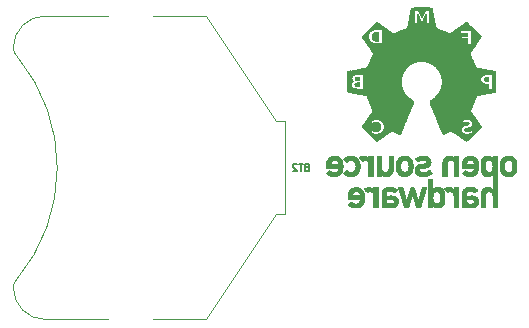
<source format=gbo>
G04 #@! TF.GenerationSoftware,KiCad,Pcbnew,5.1.4-e60b266~84~ubuntu18.04.1*
G04 #@! TF.CreationDate,2019-10-24T18:06:40+05:30*
G04 #@! TF.ProjectId,senseBe_rev4_main,73656e73-6542-4655-9f72-6576345f6d61,rev?*
G04 #@! TF.SameCoordinates,Original*
G04 #@! TF.FileFunction,Legend,Bot*
G04 #@! TF.FilePolarity,Positive*
%FSLAX46Y46*%
G04 Gerber Fmt 4.6, Leading zero omitted, Abs format (unit mm)*
G04 Created by KiCad (PCBNEW 5.1.4-e60b266~84~ubuntu18.04.1) date 2019-10-24 18:06:40*
%MOMM*%
%LPD*%
G04 APERTURE LIST*
%ADD10C,0.010000*%
%ADD11C,0.120000*%
%ADD12C,0.150000*%
G04 APERTURE END LIST*
D10*
G36*
X53585271Y-14789229D02*
G01*
X53562547Y-14810542D01*
X53567209Y-14822794D01*
X53570168Y-14823000D01*
X53588071Y-14807966D01*
X53594605Y-14798563D01*
X53597100Y-14784079D01*
X53585271Y-14789229D01*
X53585271Y-14789229D01*
G37*
X53585271Y-14789229D02*
X53562547Y-14810542D01*
X53567209Y-14822794D01*
X53570168Y-14823000D01*
X53588071Y-14807966D01*
X53594605Y-14798563D01*
X53597100Y-14784079D01*
X53585271Y-14789229D01*
G36*
X53476167Y-14897084D02*
G01*
X53486750Y-14907667D01*
X53497333Y-14897084D01*
X53486750Y-14886500D01*
X53476167Y-14897084D01*
X53476167Y-14897084D01*
G37*
X53476167Y-14897084D02*
X53486750Y-14907667D01*
X53497333Y-14897084D01*
X53486750Y-14886500D01*
X53476167Y-14897084D01*
G36*
X53476167Y-15637917D02*
G01*
X53486750Y-15648500D01*
X53497333Y-15637917D01*
X53486750Y-15627334D01*
X53476167Y-15637917D01*
X53476167Y-15637917D01*
G37*
X53476167Y-15637917D02*
X53486750Y-15648500D01*
X53497333Y-15637917D01*
X53486750Y-15627334D01*
X53476167Y-15637917D01*
G36*
X54011766Y-14894084D02*
G01*
X53966128Y-14900088D01*
X53952832Y-14908339D01*
X53944267Y-14916727D01*
X53917386Y-14912942D01*
X53885931Y-14909578D01*
X53887939Y-14927220D01*
X53888877Y-14928770D01*
X53894574Y-14946493D01*
X53880037Y-14940470D01*
X53848228Y-14942208D01*
X53808538Y-14967953D01*
X53774487Y-15005189D01*
X53759598Y-15041398D01*
X53761051Y-15050625D01*
X53760117Y-15068638D01*
X53747494Y-15064044D01*
X53731838Y-15063341D01*
X53736489Y-15084111D01*
X53740239Y-15113519D01*
X53733311Y-15119334D01*
X53725753Y-15138721D01*
X53721243Y-15189882D01*
X53720631Y-15262312D01*
X53720883Y-15272792D01*
X53723736Y-15368515D01*
X53726685Y-15429019D01*
X53730966Y-15461405D01*
X53737816Y-15472772D01*
X53748469Y-15470219D01*
X53754604Y-15466562D01*
X53768989Y-15463955D01*
X53762970Y-15477463D01*
X53764708Y-15509272D01*
X53790453Y-15548963D01*
X53827689Y-15583013D01*
X53863898Y-15597902D01*
X53873125Y-15596450D01*
X53891146Y-15597415D01*
X53886706Y-15609744D01*
X53887792Y-15625538D01*
X53917386Y-15622058D01*
X53948704Y-15618850D01*
X53952832Y-15626662D01*
X53966661Y-15635038D01*
X54012763Y-15640990D01*
X54079803Y-15643209D01*
X54217000Y-15643209D01*
X54217000Y-15562455D01*
X53830811Y-15562455D01*
X53827915Y-15563834D01*
X53808599Y-15548933D01*
X53804250Y-15542667D01*
X53798856Y-15522878D01*
X53801752Y-15521500D01*
X53821068Y-15536401D01*
X53825417Y-15542667D01*
X53830811Y-15562455D01*
X54217000Y-15562455D01*
X54217000Y-14977234D01*
X53832588Y-14977234D01*
X53827438Y-14989063D01*
X53806125Y-15011786D01*
X53793873Y-15007125D01*
X53793667Y-15004166D01*
X53808701Y-14986263D01*
X53818104Y-14979729D01*
X53832588Y-14977234D01*
X54217000Y-14977234D01*
X54217000Y-14891792D01*
X54079803Y-14891792D01*
X54011766Y-14894084D01*
X54011766Y-14894084D01*
G37*
X54011766Y-14894084D02*
X53966128Y-14900088D01*
X53952832Y-14908339D01*
X53944267Y-14916727D01*
X53917386Y-14912942D01*
X53885931Y-14909578D01*
X53887939Y-14927220D01*
X53888877Y-14928770D01*
X53894574Y-14946493D01*
X53880037Y-14940470D01*
X53848228Y-14942208D01*
X53808538Y-14967953D01*
X53774487Y-15005189D01*
X53759598Y-15041398D01*
X53761051Y-15050625D01*
X53760117Y-15068638D01*
X53747494Y-15064044D01*
X53731838Y-15063341D01*
X53736489Y-15084111D01*
X53740239Y-15113519D01*
X53733311Y-15119334D01*
X53725753Y-15138721D01*
X53721243Y-15189882D01*
X53720631Y-15262312D01*
X53720883Y-15272792D01*
X53723736Y-15368515D01*
X53726685Y-15429019D01*
X53730966Y-15461405D01*
X53737816Y-15472772D01*
X53748469Y-15470219D01*
X53754604Y-15466562D01*
X53768989Y-15463955D01*
X53762970Y-15477463D01*
X53764708Y-15509272D01*
X53790453Y-15548963D01*
X53827689Y-15583013D01*
X53863898Y-15597902D01*
X53873125Y-15596450D01*
X53891146Y-15597415D01*
X53886706Y-15609744D01*
X53887792Y-15625538D01*
X53917386Y-15622058D01*
X53948704Y-15618850D01*
X53952832Y-15626662D01*
X53966661Y-15635038D01*
X54012763Y-15640990D01*
X54079803Y-15643209D01*
X54217000Y-15643209D01*
X54217000Y-15562455D01*
X53830811Y-15562455D01*
X53827915Y-15563834D01*
X53808599Y-15548933D01*
X53804250Y-15542667D01*
X53798856Y-15522878D01*
X53801752Y-15521500D01*
X53821068Y-15536401D01*
X53825417Y-15542667D01*
X53830811Y-15562455D01*
X54217000Y-15562455D01*
X54217000Y-14977234D01*
X53832588Y-14977234D01*
X53827438Y-14989063D01*
X53806125Y-15011786D01*
X53793873Y-15007125D01*
X53793667Y-15004166D01*
X53808701Y-14986263D01*
X53818104Y-14979729D01*
X53832588Y-14977234D01*
X54217000Y-14977234D01*
X54217000Y-14891792D01*
X54079803Y-14891792D01*
X54011766Y-14894084D01*
G36*
X53567474Y-15725673D02*
G01*
X53571417Y-15733167D01*
X53591360Y-15753381D01*
X53595082Y-15754334D01*
X53596526Y-15740661D01*
X53592583Y-15733167D01*
X53572640Y-15712953D01*
X53568918Y-15712000D01*
X53567474Y-15725673D01*
X53567474Y-15725673D01*
G37*
X53567474Y-15725673D02*
X53571417Y-15733167D01*
X53591360Y-15753381D01*
X53595082Y-15754334D01*
X53596526Y-15740661D01*
X53592583Y-15733167D01*
X53572640Y-15712953D01*
X53568918Y-15712000D01*
X53567474Y-15725673D01*
G36*
X52459436Y-18700157D02*
G01*
X52383442Y-18704617D01*
X52324848Y-18713733D01*
X52295831Y-18725572D01*
X52295401Y-18726162D01*
X52283592Y-18766250D01*
X52278667Y-18827105D01*
X52280758Y-18889696D01*
X52289996Y-18934990D01*
X52293910Y-18942018D01*
X52322769Y-18953992D01*
X52381447Y-18963295D01*
X52457439Y-18967969D01*
X52460110Y-18968022D01*
X52608333Y-18970760D01*
X52608333Y-18697407D01*
X52459436Y-18700157D01*
X52459436Y-18700157D01*
G37*
X52459436Y-18700157D02*
X52383442Y-18704617D01*
X52324848Y-18713733D01*
X52295831Y-18725572D01*
X52295401Y-18726162D01*
X52283592Y-18766250D01*
X52278667Y-18827105D01*
X52280758Y-18889696D01*
X52289996Y-18934990D01*
X52293910Y-18942018D01*
X52322769Y-18953992D01*
X52381447Y-18963295D01*
X52457439Y-18967969D01*
X52460110Y-18968022D01*
X52608333Y-18970760D01*
X52608333Y-18697407D01*
X52459436Y-18700157D01*
G36*
X52449959Y-19186742D02*
G01*
X52350946Y-19192597D01*
X52287016Y-19209017D01*
X52251280Y-19241063D01*
X52236849Y-19293797D01*
X52235691Y-19344135D01*
X52242246Y-19412966D01*
X52262707Y-19457326D01*
X52304649Y-19482645D01*
X52375650Y-19494354D01*
X52449504Y-19497416D01*
X52608333Y-19500435D01*
X52608333Y-19471675D01*
X52312000Y-19471675D01*
X52301704Y-19478011D01*
X52273566Y-19450820D01*
X52266967Y-19442625D01*
X52248661Y-19417553D01*
X52259622Y-19422809D01*
X52274958Y-19434634D01*
X52304273Y-19460745D01*
X52312000Y-19471675D01*
X52608333Y-19471675D01*
X52608333Y-19204661D01*
X52310614Y-19204661D01*
X52305358Y-19215622D01*
X52293533Y-19230959D01*
X52262638Y-19263866D01*
X52248848Y-19263723D01*
X52248500Y-19260009D01*
X52262965Y-19242340D01*
X52285542Y-19222967D01*
X52310614Y-19204661D01*
X52608333Y-19204661D01*
X52608333Y-19183732D01*
X52449959Y-19186742D01*
X52449959Y-19186742D01*
G37*
X52449959Y-19186742D02*
X52350946Y-19192597D01*
X52287016Y-19209017D01*
X52251280Y-19241063D01*
X52236849Y-19293797D01*
X52235691Y-19344135D01*
X52242246Y-19412966D01*
X52262707Y-19457326D01*
X52304649Y-19482645D01*
X52375650Y-19494354D01*
X52449504Y-19497416D01*
X52608333Y-19500435D01*
X52608333Y-19471675D01*
X52312000Y-19471675D01*
X52301704Y-19478011D01*
X52273566Y-19450820D01*
X52266967Y-19442625D01*
X52248661Y-19417553D01*
X52259622Y-19422809D01*
X52274958Y-19434634D01*
X52304273Y-19460745D01*
X52312000Y-19471675D01*
X52608333Y-19471675D01*
X52608333Y-19204661D01*
X52310614Y-19204661D01*
X52305358Y-19215622D01*
X52293533Y-19230959D01*
X52262638Y-19263866D01*
X52248848Y-19263723D01*
X52248500Y-19260009D01*
X52262965Y-19242340D01*
X52285542Y-19222967D01*
X52310614Y-19204661D01*
X52608333Y-19204661D01*
X52608333Y-19183732D01*
X52449959Y-19186742D01*
G36*
X52015667Y-19617250D02*
G01*
X52026250Y-19627834D01*
X52036833Y-19617250D01*
X52026250Y-19606667D01*
X52015667Y-19617250D01*
X52015667Y-19617250D01*
G37*
X52015667Y-19617250D02*
X52026250Y-19627834D01*
X52036833Y-19617250D01*
X52026250Y-19606667D01*
X52015667Y-19617250D01*
G36*
X63433903Y-18721486D02*
G01*
X63337341Y-18728105D01*
X63275215Y-18745452D01*
X63239915Y-18779373D01*
X63223825Y-18835715D01*
X63220113Y-18885683D01*
X63223708Y-18958428D01*
X63245122Y-19006691D01*
X63290901Y-19035467D01*
X63367590Y-19049750D01*
X63440375Y-19053723D01*
X63572667Y-19057450D01*
X63572667Y-19003417D01*
X63276333Y-19003417D01*
X63265750Y-19014000D01*
X63255167Y-19003417D01*
X63265750Y-18992834D01*
X63276333Y-19003417D01*
X63572667Y-19003417D01*
X63572667Y-18770584D01*
X63276333Y-18770584D01*
X63265750Y-18781167D01*
X63255167Y-18770584D01*
X63265750Y-18760000D01*
X63276333Y-18770584D01*
X63572667Y-18770584D01*
X63572667Y-18717663D01*
X63433903Y-18721486D01*
X63433903Y-18721486D01*
G37*
X63433903Y-18721486D02*
X63337341Y-18728105D01*
X63275215Y-18745452D01*
X63239915Y-18779373D01*
X63223825Y-18835715D01*
X63220113Y-18885683D01*
X63223708Y-18958428D01*
X63245122Y-19006691D01*
X63290901Y-19035467D01*
X63367590Y-19049750D01*
X63440375Y-19053723D01*
X63572667Y-19057450D01*
X63572667Y-19003417D01*
X63276333Y-19003417D01*
X63265750Y-19014000D01*
X63255167Y-19003417D01*
X63265750Y-18992834D01*
X63276333Y-19003417D01*
X63572667Y-19003417D01*
X63572667Y-18770584D01*
X63276333Y-18770584D01*
X63265750Y-18781167D01*
X63255167Y-18770584D01*
X63265750Y-18760000D01*
X63276333Y-18770584D01*
X63572667Y-18770584D01*
X63572667Y-18717663D01*
X63433903Y-18721486D01*
G36*
X54519976Y-22432955D02*
G01*
X54531800Y-22448292D01*
X54562695Y-22481199D01*
X54576486Y-22481056D01*
X54576833Y-22477342D01*
X54562369Y-22459673D01*
X54539792Y-22440300D01*
X54514720Y-22421994D01*
X54519976Y-22432955D01*
X54519976Y-22432955D01*
G37*
X54519976Y-22432955D02*
X54531800Y-22448292D01*
X54562695Y-22481199D01*
X54576486Y-22481056D01*
X54576833Y-22477342D01*
X54562369Y-22459673D01*
X54539792Y-22440300D01*
X54514720Y-22421994D01*
X54519976Y-22432955D01*
G36*
X54565712Y-23338643D02*
G01*
X54550375Y-23350467D01*
X54521060Y-23376578D01*
X54513333Y-23387509D01*
X54523630Y-23393844D01*
X54551768Y-23366654D01*
X54558367Y-23358459D01*
X54576673Y-23333387D01*
X54565712Y-23338643D01*
X54565712Y-23338643D01*
G37*
X54565712Y-23338643D02*
X54550375Y-23350467D01*
X54521060Y-23376578D01*
X54513333Y-23387509D01*
X54523630Y-23393844D01*
X54551768Y-23366654D01*
X54558367Y-23358459D01*
X54576673Y-23333387D01*
X54565712Y-23338643D01*
G36*
X50752308Y-25801006D02*
G01*
X50756250Y-25808500D01*
X50776194Y-25828714D01*
X50779915Y-25829667D01*
X50781359Y-25815994D01*
X50777417Y-25808500D01*
X50757473Y-25788286D01*
X50753752Y-25787334D01*
X50752308Y-25801006D01*
X50752308Y-25801006D01*
G37*
X50752308Y-25801006D02*
X50756250Y-25808500D01*
X50776194Y-25828714D01*
X50779915Y-25829667D01*
X50781359Y-25815994D01*
X50777417Y-25808500D01*
X50757473Y-25788286D01*
X50753752Y-25787334D01*
X50752308Y-25801006D01*
G36*
X50237667Y-25861417D02*
G01*
X50248250Y-25872000D01*
X50258833Y-25861417D01*
X50248250Y-25850834D01*
X50237667Y-25861417D01*
X50237667Y-25861417D01*
G37*
X50237667Y-25861417D02*
X50248250Y-25872000D01*
X50258833Y-25861417D01*
X50248250Y-25850834D01*
X50237667Y-25861417D01*
G36*
X56678976Y-25819622D02*
G01*
X56690800Y-25834959D01*
X56721695Y-25867866D01*
X56735486Y-25867723D01*
X56735833Y-25864009D01*
X56721369Y-25846340D01*
X56698792Y-25826967D01*
X56673720Y-25808661D01*
X56678976Y-25819622D01*
X56678976Y-25819622D01*
G37*
X56678976Y-25819622D02*
X56690800Y-25834959D01*
X56721695Y-25867866D01*
X56735486Y-25867723D01*
X56735833Y-25864009D01*
X56721369Y-25846340D01*
X56698792Y-25826967D01*
X56673720Y-25808661D01*
X56678976Y-25819622D01*
G36*
X56724712Y-26640643D02*
G01*
X56709375Y-26652467D01*
X56680060Y-26678578D01*
X56672333Y-26689509D01*
X56682630Y-26695844D01*
X56710768Y-26668654D01*
X56717367Y-26660459D01*
X56735673Y-26635387D01*
X56724712Y-26640643D01*
X56724712Y-26640643D01*
G37*
X56724712Y-26640643D02*
X56709375Y-26652467D01*
X56680060Y-26678578D01*
X56672333Y-26689509D01*
X56682630Y-26695844D01*
X56710768Y-26668654D01*
X56717367Y-26660459D01*
X56735673Y-26635387D01*
X56724712Y-26640643D01*
G36*
X62196833Y-25776750D02*
G01*
X62207417Y-25787334D01*
X62218000Y-25776750D01*
X62207417Y-25766167D01*
X62196833Y-25776750D01*
X62196833Y-25776750D01*
G37*
X62196833Y-25776750D02*
X62207417Y-25787334D01*
X62218000Y-25776750D01*
X62207417Y-25766167D01*
X62196833Y-25776750D01*
G36*
X61776771Y-25795896D02*
G01*
X61754047Y-25817208D01*
X61758709Y-25829461D01*
X61761668Y-25829667D01*
X61779571Y-25814633D01*
X61786105Y-25805230D01*
X61788600Y-25790745D01*
X61776771Y-25795896D01*
X61776771Y-25795896D01*
G37*
X61776771Y-25795896D02*
X61754047Y-25817208D01*
X61758709Y-25829461D01*
X61761668Y-25829667D01*
X61779571Y-25814633D01*
X61786105Y-25805230D01*
X61788600Y-25790745D01*
X61776771Y-25795896D01*
G36*
X65015271Y-25817062D02*
G01*
X64992726Y-25836738D01*
X64990833Y-25841499D01*
X65000879Y-25850199D01*
X65021793Y-25830705D01*
X65024605Y-25826396D01*
X65027100Y-25811912D01*
X65015271Y-25817062D01*
X65015271Y-25817062D01*
G37*
X65015271Y-25817062D02*
X64992726Y-25836738D01*
X64990833Y-25841499D01*
X65000879Y-25850199D01*
X65021793Y-25830705D01*
X65024605Y-25826396D01*
X65027100Y-25811912D01*
X65015271Y-25817062D01*
G36*
X64997474Y-26668839D02*
G01*
X65001417Y-26676334D01*
X65021360Y-26696548D01*
X65025082Y-26697500D01*
X65026526Y-26683828D01*
X65022583Y-26676334D01*
X65002640Y-26656119D01*
X64998918Y-26655167D01*
X64997474Y-26668839D01*
X64997474Y-26668839D01*
G37*
X64997474Y-26668839D02*
X65001417Y-26676334D01*
X65021360Y-26696548D01*
X65025082Y-26697500D01*
X65026526Y-26683828D01*
X65022583Y-26676334D01*
X65002640Y-26656119D01*
X64998918Y-26655167D01*
X64997474Y-26668839D01*
G36*
X52124771Y-28441729D02*
G01*
X52102047Y-28463042D01*
X52106709Y-28475294D01*
X52109668Y-28475500D01*
X52127571Y-28460466D01*
X52134105Y-28451063D01*
X52136600Y-28436579D01*
X52124771Y-28441729D01*
X52124771Y-28441729D01*
G37*
X52124771Y-28441729D02*
X52102047Y-28463042D01*
X52106709Y-28475294D01*
X52109668Y-28475500D01*
X52127571Y-28460466D01*
X52134105Y-28451063D01*
X52136600Y-28436579D01*
X52124771Y-28441729D01*
G36*
X55508167Y-29099917D02*
G01*
X55518750Y-29110500D01*
X55529333Y-29099917D01*
X55518750Y-29089334D01*
X55508167Y-29099917D01*
X55508167Y-29099917D01*
G37*
X55508167Y-29099917D02*
X55518750Y-29110500D01*
X55529333Y-29099917D01*
X55518750Y-29089334D01*
X55508167Y-29099917D01*
G36*
X55532604Y-29351896D02*
G01*
X55509881Y-29373208D01*
X55514542Y-29385461D01*
X55517501Y-29385667D01*
X55535404Y-29370633D01*
X55541938Y-29361230D01*
X55544433Y-29346745D01*
X55532604Y-29351896D01*
X55532604Y-29351896D01*
G37*
X55532604Y-29351896D02*
X55509881Y-29373208D01*
X55514542Y-29385461D01*
X55517501Y-29385667D01*
X55535404Y-29370633D01*
X55541938Y-29361230D01*
X55544433Y-29346745D01*
X55532604Y-29351896D01*
G36*
X58958333Y-28443750D02*
G01*
X58968917Y-28454334D01*
X58979500Y-28443750D01*
X58968917Y-28433167D01*
X58958333Y-28443750D01*
X58958333Y-28443750D01*
G37*
X58958333Y-28443750D02*
X58968917Y-28454334D01*
X58979500Y-28443750D01*
X58968917Y-28433167D01*
X58958333Y-28443750D01*
G36*
X58922641Y-29335839D02*
G01*
X58926583Y-29343334D01*
X58946527Y-29363548D01*
X58950249Y-29364500D01*
X58951693Y-29350828D01*
X58947750Y-29343334D01*
X58927807Y-29323119D01*
X58924085Y-29322167D01*
X58922641Y-29335839D01*
X58922641Y-29335839D01*
G37*
X58922641Y-29335839D02*
X58926583Y-29343334D01*
X58946527Y-29363548D01*
X58950249Y-29364500D01*
X58951693Y-29350828D01*
X58947750Y-29343334D01*
X58927807Y-29323119D01*
X58924085Y-29322167D01*
X58922641Y-29335839D01*
G36*
X59384937Y-29330729D02*
G01*
X59362214Y-29352042D01*
X59366875Y-29364294D01*
X59369834Y-29364500D01*
X59387737Y-29349466D01*
X59394271Y-29340063D01*
X59396766Y-29325579D01*
X59384937Y-29330729D01*
X59384937Y-29330729D01*
G37*
X59384937Y-29330729D02*
X59362214Y-29352042D01*
X59366875Y-29364294D01*
X59369834Y-29364500D01*
X59387737Y-29349466D01*
X59394271Y-29340063D01*
X59396766Y-29325579D01*
X59384937Y-29330729D01*
G36*
X61731167Y-29375084D02*
G01*
X61741750Y-29385667D01*
X61752333Y-29375084D01*
X61741750Y-29364500D01*
X61731167Y-29375084D01*
X61731167Y-29375084D01*
G37*
X61731167Y-29375084D02*
X61741750Y-29385667D01*
X61752333Y-29375084D01*
X61741750Y-29364500D01*
X61731167Y-29375084D01*
G36*
X63361000Y-25819084D02*
G01*
X63371583Y-25829667D01*
X63382167Y-25819084D01*
X63371583Y-25808500D01*
X63361000Y-25819084D01*
X63361000Y-25819084D01*
G37*
X63361000Y-25819084D02*
X63371583Y-25829667D01*
X63382167Y-25819084D01*
X63371583Y-25808500D01*
X63361000Y-25819084D01*
G36*
X63361000Y-26686917D02*
G01*
X63371583Y-26697500D01*
X63382167Y-26686917D01*
X63371583Y-26676334D01*
X63361000Y-26686917D01*
X63361000Y-26686917D01*
G37*
X63361000Y-26686917D02*
X63371583Y-26697500D01*
X63382167Y-26686917D01*
X63371583Y-26676334D01*
X63361000Y-26686917D01*
G36*
X56566500Y-20252250D02*
G01*
X56577083Y-20262834D01*
X56587667Y-20252250D01*
X56577083Y-20241667D01*
X56566500Y-20252250D01*
X56566500Y-20252250D01*
G37*
X56566500Y-20252250D02*
X56577083Y-20262834D01*
X56587667Y-20252250D01*
X56577083Y-20241667D01*
X56566500Y-20252250D01*
G36*
X59191167Y-20252250D02*
G01*
X59201750Y-20262834D01*
X59212333Y-20252250D01*
X59201750Y-20241667D01*
X59191167Y-20252250D01*
X59191167Y-20252250D01*
G37*
X59191167Y-20252250D02*
X59201750Y-20262834D01*
X59212333Y-20252250D01*
X59201750Y-20241667D01*
X59191167Y-20252250D01*
G36*
X57675252Y-12833475D02*
G01*
X57499602Y-12833997D01*
X57358652Y-12835049D01*
X57248584Y-12836779D01*
X57165581Y-12839336D01*
X57105827Y-12842867D01*
X57065505Y-12847522D01*
X57040799Y-12853449D01*
X57027890Y-12860796D01*
X57023779Y-12866994D01*
X57019762Y-12908590D01*
X57024785Y-12923181D01*
X57025527Y-12935427D01*
X57011427Y-12928847D01*
X56993730Y-12926815D01*
X56991241Y-12956908D01*
X56993907Y-12978493D01*
X56995163Y-13024008D01*
X56985037Y-13044860D01*
X56983765Y-13045000D01*
X56972450Y-13063025D01*
X56972886Y-13106471D01*
X56973018Y-13107382D01*
X56973989Y-13148314D01*
X56962470Y-13157574D01*
X56961993Y-13157292D01*
X56950339Y-13165739D01*
X56950897Y-13206554D01*
X56951410Y-13210209D01*
X56952842Y-13252872D01*
X56941947Y-13263742D01*
X56940826Y-13263126D01*
X56929238Y-13271642D01*
X56929784Y-13312683D01*
X56930407Y-13317160D01*
X56931663Y-13362675D01*
X56921537Y-13383527D01*
X56920265Y-13383667D01*
X56908950Y-13401692D01*
X56909386Y-13445138D01*
X56909518Y-13446049D01*
X56910489Y-13486981D01*
X56898970Y-13496240D01*
X56898493Y-13495959D01*
X56886839Y-13504406D01*
X56887397Y-13545220D01*
X56887910Y-13548876D01*
X56889342Y-13591538D01*
X56878447Y-13602409D01*
X56877326Y-13601792D01*
X56865738Y-13610309D01*
X56866284Y-13651350D01*
X56866907Y-13655827D01*
X56868163Y-13701342D01*
X56858037Y-13722194D01*
X56856765Y-13722333D01*
X56845450Y-13740359D01*
X56845886Y-13783805D01*
X56846018Y-13784716D01*
X56846989Y-13825648D01*
X56835470Y-13834907D01*
X56834993Y-13834626D01*
X56823405Y-13843142D01*
X56823951Y-13884183D01*
X56824574Y-13888660D01*
X56825830Y-13934175D01*
X56815704Y-13955027D01*
X56814432Y-13955167D01*
X56803117Y-13973192D01*
X56803553Y-14016638D01*
X56803684Y-14017549D01*
X56804655Y-14058481D01*
X56793136Y-14067740D01*
X56792660Y-14067459D01*
X56781006Y-14075906D01*
X56781564Y-14116720D01*
X56782076Y-14120376D01*
X56783508Y-14163038D01*
X56772614Y-14173909D01*
X56771493Y-14173292D01*
X56759905Y-14181809D01*
X56760451Y-14222850D01*
X56761074Y-14227327D01*
X56762330Y-14272842D01*
X56752204Y-14293694D01*
X56750932Y-14293833D01*
X56739617Y-14311859D01*
X56740053Y-14355305D01*
X56740184Y-14356216D01*
X56741668Y-14396396D01*
X56732725Y-14408279D01*
X56732004Y-14407883D01*
X56717787Y-14415788D01*
X56714667Y-14436041D01*
X56702847Y-14483399D01*
X56683664Y-14519177D01*
X56665340Y-14557309D01*
X56667144Y-14577922D01*
X56663232Y-14583436D01*
X56641758Y-14577105D01*
X56614222Y-14571847D01*
X56617044Y-14586327D01*
X56617760Y-14601881D01*
X56595877Y-14596911D01*
X56571243Y-14592790D01*
X56576882Y-14611007D01*
X56582717Y-14629061D01*
X56569581Y-14623821D01*
X56534446Y-14616384D01*
X56496819Y-14624981D01*
X56473487Y-14643515D01*
X56474213Y-14658461D01*
X56475195Y-14671297D01*
X56463748Y-14666154D01*
X56430622Y-14659424D01*
X56392286Y-14666326D01*
X56366240Y-14681729D01*
X56364882Y-14695134D01*
X56359108Y-14710310D01*
X56349314Y-14711443D01*
X56287268Y-14713826D01*
X56257859Y-14725451D01*
X56258107Y-14735944D01*
X56253290Y-14752473D01*
X56243481Y-14753776D01*
X56180306Y-14756391D01*
X56152319Y-14769159D01*
X56153600Y-14780424D01*
X56150015Y-14792106D01*
X56130211Y-14787411D01*
X56105576Y-14783290D01*
X56111215Y-14801507D01*
X56117050Y-14819561D01*
X56103915Y-14814321D01*
X56070789Y-14807591D01*
X56032452Y-14814492D01*
X56006407Y-14829896D01*
X56005048Y-14843301D01*
X55999275Y-14858476D01*
X55989481Y-14859609D01*
X55927434Y-14861993D01*
X55898025Y-14873617D01*
X55898273Y-14884110D01*
X55893457Y-14900640D01*
X55883647Y-14901943D01*
X55821601Y-14904326D01*
X55792192Y-14915951D01*
X55792440Y-14926444D01*
X55787624Y-14942973D01*
X55777814Y-14944276D01*
X55714640Y-14946891D01*
X55686652Y-14959659D01*
X55687934Y-14970924D01*
X55684348Y-14982606D01*
X55664544Y-14977911D01*
X55640032Y-14974673D01*
X55640121Y-14983445D01*
X55631287Y-14997068D01*
X55594468Y-15005357D01*
X55543737Y-15007799D01*
X55493168Y-15003880D01*
X55456832Y-14993086D01*
X55452775Y-14990279D01*
X55418411Y-14976964D01*
X55404723Y-14980273D01*
X55377136Y-14977470D01*
X55368776Y-14968242D01*
X55366446Y-14953105D01*
X55383188Y-14959150D01*
X55389648Y-14958682D01*
X55367501Y-14937433D01*
X55360000Y-14931141D01*
X55341675Y-14918250D01*
X55317667Y-14918250D01*
X55307083Y-14928834D01*
X55296500Y-14918250D01*
X55307083Y-14907667D01*
X55317667Y-14918250D01*
X55341675Y-14918250D01*
X55306772Y-14893697D01*
X55264774Y-14882666D01*
X55248875Y-14883994D01*
X55237506Y-14870379D01*
X55238292Y-14860042D01*
X55226080Y-14839089D01*
X55207372Y-14836385D01*
X55178922Y-14827640D01*
X55175622Y-14815218D01*
X55162603Y-14796317D01*
X55143872Y-14794052D01*
X55115422Y-14785306D01*
X55112122Y-14772885D01*
X55099047Y-14754113D01*
X55079770Y-14751819D01*
X55054061Y-14746348D01*
X55053904Y-14737006D01*
X55047971Y-14715444D01*
X55018754Y-14695354D01*
X54984507Y-14686395D01*
X54967806Y-14691453D01*
X54960896Y-14691391D01*
X54966272Y-14680125D01*
X54964615Y-14656654D01*
X54929673Y-14649190D01*
X54910209Y-14651160D01*
X54898839Y-14637546D01*
X54899625Y-14627208D01*
X54887413Y-14606255D01*
X54868705Y-14603552D01*
X54840255Y-14594806D01*
X54836955Y-14582385D01*
X54823936Y-14563484D01*
X54805205Y-14561218D01*
X54776755Y-14552473D01*
X54773455Y-14540052D01*
X54760380Y-14521280D01*
X54741103Y-14518985D01*
X54715395Y-14513514D01*
X54715237Y-14504172D01*
X54708389Y-14483234D01*
X54679300Y-14461559D01*
X54646321Y-14450427D01*
X54632533Y-14453328D01*
X54627795Y-14451924D01*
X54629921Y-14448885D01*
X54622705Y-14429293D01*
X54600180Y-14410250D01*
X54576833Y-14410250D01*
X54566250Y-14420834D01*
X54555667Y-14410250D01*
X54566250Y-14399667D01*
X54576833Y-14410250D01*
X54600180Y-14410250D01*
X54591553Y-14402957D01*
X54551528Y-14379606D01*
X54517693Y-14368966D01*
X54508838Y-14370695D01*
X54496252Y-14365239D01*
X54496934Y-14353615D01*
X54485230Y-14331371D01*
X54466539Y-14328385D01*
X54438088Y-14319640D01*
X54434789Y-14307218D01*
X54421769Y-14288317D01*
X54403039Y-14286052D01*
X54374588Y-14277306D01*
X54371289Y-14264885D01*
X54358136Y-14244354D01*
X54340202Y-14240647D01*
X54299199Y-14230102D01*
X54287286Y-14221378D01*
X54286083Y-14212232D01*
X54301667Y-14218193D01*
X54309469Y-14217835D01*
X54288147Y-14196742D01*
X54280500Y-14190308D01*
X54262175Y-14177417D01*
X54238167Y-14177417D01*
X54227583Y-14188000D01*
X54217000Y-14177417D01*
X54227583Y-14166834D01*
X54238167Y-14177417D01*
X54262175Y-14177417D01*
X54227272Y-14152864D01*
X54185274Y-14141833D01*
X54169375Y-14143160D01*
X54158006Y-14129546D01*
X54158792Y-14119208D01*
X54144379Y-14097917D01*
X54102464Y-14085723D01*
X54084277Y-14086205D01*
X54062606Y-14093454D01*
X54040387Y-14106638D01*
X54047667Y-14113917D01*
X54037083Y-14124500D01*
X54027812Y-14115229D01*
X53996516Y-14139186D01*
X53945949Y-14183133D01*
X53879602Y-14244777D01*
X53794403Y-14326849D01*
X53687276Y-14432083D01*
X53555149Y-14563210D01*
X53471427Y-14646640D01*
X53301099Y-14817104D01*
X53160283Y-14959337D01*
X53047960Y-15074435D01*
X52963111Y-15163494D01*
X52904717Y-15227609D01*
X52871760Y-15267875D01*
X52863221Y-15285388D01*
X52878081Y-15281243D01*
X52884985Y-15277166D01*
X52902750Y-15273604D01*
X52897756Y-15297311D01*
X52895009Y-15336558D01*
X52907497Y-15377616D01*
X52928246Y-15404677D01*
X52945672Y-15405904D01*
X52959096Y-15413188D01*
X52960485Y-15431770D01*
X52969000Y-15460600D01*
X52981552Y-15464122D01*
X53000453Y-15477141D01*
X53002718Y-15495872D01*
X53013206Y-15523600D01*
X53027948Y-15526267D01*
X53046910Y-15530699D01*
X53045029Y-15538171D01*
X53047271Y-15564768D01*
X53066381Y-15603992D01*
X53092631Y-15640778D01*
X53116295Y-15660065D01*
X53123218Y-15659254D01*
X53129551Y-15659065D01*
X53127662Y-15661867D01*
X53127363Y-15688590D01*
X53144224Y-15722185D01*
X53166962Y-15744301D01*
X53178506Y-15744571D01*
X53191929Y-15751855D01*
X53193319Y-15770436D01*
X53201834Y-15799267D01*
X53214385Y-15802789D01*
X53233286Y-15815808D01*
X53235552Y-15834539D01*
X53244297Y-15862989D01*
X53256718Y-15866289D01*
X53275620Y-15879308D01*
X53277885Y-15898039D01*
X53287703Y-15926045D01*
X53301542Y-15928959D01*
X53324287Y-15933655D01*
X53325494Y-15939542D01*
X53328344Y-15981287D01*
X53355176Y-16028530D01*
X53372641Y-16050667D01*
X53397334Y-16077484D01*
X53402418Y-16076031D01*
X53400527Y-16071834D01*
X53395330Y-16052799D01*
X53403712Y-16057452D01*
X53420737Y-16092166D01*
X53422980Y-16110369D01*
X53434639Y-16138501D01*
X53447218Y-16141455D01*
X53466120Y-16154475D01*
X53468385Y-16173205D01*
X53477130Y-16201655D01*
X53489552Y-16204955D01*
X53508453Y-16217975D01*
X53510718Y-16236705D01*
X53521206Y-16264434D01*
X53535948Y-16267101D01*
X53554910Y-16271533D01*
X53553029Y-16279005D01*
X53555271Y-16305602D01*
X53574381Y-16344825D01*
X53600631Y-16381611D01*
X53624295Y-16400899D01*
X53631218Y-16400087D01*
X53637551Y-16399898D01*
X53635662Y-16402700D01*
X53635363Y-16429424D01*
X53652224Y-16463019D01*
X53674962Y-16485134D01*
X53686506Y-16485404D01*
X53699929Y-16492688D01*
X53701319Y-16511270D01*
X53709834Y-16540100D01*
X53722385Y-16543622D01*
X53741286Y-16556641D01*
X53743552Y-16575372D01*
X53753043Y-16603514D01*
X53766447Y-16606546D01*
X53782635Y-16616517D01*
X53778725Y-16636476D01*
X53776065Y-16659962D01*
X53784778Y-16659410D01*
X53798567Y-16668467D01*
X53804250Y-16706833D01*
X53799519Y-16746155D01*
X53788375Y-16756480D01*
X53774332Y-16765756D01*
X53767037Y-16808781D01*
X53766776Y-16849481D01*
X53754780Y-16865259D01*
X53745347Y-16861883D01*
X53732057Y-16863764D01*
X53736911Y-16884377D01*
X53740153Y-16909047D01*
X53729924Y-16907767D01*
X53711944Y-16914058D01*
X53703438Y-16957823D01*
X53703276Y-16997647D01*
X53691280Y-17013426D01*
X53681847Y-17010050D01*
X53668557Y-17011931D01*
X53673411Y-17032544D01*
X53676653Y-17057214D01*
X53666424Y-17055934D01*
X53648444Y-17062225D01*
X53639938Y-17105990D01*
X53639776Y-17145814D01*
X53627780Y-17161592D01*
X53618347Y-17158217D01*
X53605057Y-17160098D01*
X53609911Y-17180711D01*
X53613153Y-17205381D01*
X53602924Y-17204100D01*
X53584944Y-17210392D01*
X53576438Y-17254157D01*
X53576276Y-17293981D01*
X53564280Y-17309759D01*
X53554847Y-17306383D01*
X53541557Y-17308264D01*
X53546411Y-17328877D01*
X53549653Y-17353547D01*
X53539424Y-17352267D01*
X53521444Y-17358558D01*
X53512938Y-17402323D01*
X53512776Y-17442147D01*
X53503735Y-17459967D01*
X53497006Y-17458047D01*
X53479942Y-17467219D01*
X53461864Y-17502456D01*
X53448167Y-17547978D01*
X53444246Y-17588005D01*
X53447941Y-17601535D01*
X53447797Y-17613571D01*
X53439166Y-17609712D01*
X53419236Y-17617148D01*
X53398754Y-17650996D01*
X53383742Y-17695846D01*
X53380225Y-17736292D01*
X53384441Y-17749702D01*
X53384410Y-17761591D01*
X53374224Y-17756988D01*
X53351682Y-17762561D01*
X53337127Y-17795183D01*
X53315702Y-17845636D01*
X53294406Y-17872530D01*
X53274886Y-17901777D01*
X53276416Y-17915489D01*
X53270573Y-17924706D01*
X53251544Y-17920077D01*
X53226873Y-17916835D01*
X53228160Y-17927073D01*
X53220467Y-17939590D01*
X53178393Y-17938792D01*
X53175709Y-17938410D01*
X53133046Y-17936978D01*
X53122176Y-17947872D01*
X53122792Y-17948993D01*
X53114346Y-17960647D01*
X53073531Y-17960089D01*
X53069876Y-17959576D01*
X53027213Y-17958145D01*
X53016342Y-17969039D01*
X53016959Y-17970160D01*
X53008704Y-17981996D01*
X52968525Y-17981397D01*
X52967049Y-17981184D01*
X52923293Y-17980513D01*
X52904673Y-17991642D01*
X52904667Y-17991932D01*
X52886543Y-18002893D01*
X52842479Y-18002666D01*
X52838160Y-18002074D01*
X52794863Y-18000477D01*
X52783405Y-18011146D01*
X52784126Y-18012493D01*
X52775679Y-18024147D01*
X52734864Y-18023589D01*
X52731209Y-18023076D01*
X52688546Y-18021645D01*
X52677676Y-18032539D01*
X52678292Y-18033660D01*
X52670038Y-18045496D01*
X52629859Y-18044897D01*
X52628382Y-18044684D01*
X52584627Y-18044013D01*
X52566007Y-18055142D01*
X52566000Y-18055432D01*
X52547876Y-18066393D01*
X52503812Y-18066166D01*
X52499493Y-18065574D01*
X52456196Y-18063977D01*
X52444738Y-18074646D01*
X52445459Y-18075993D01*
X52437204Y-18087829D01*
X52397025Y-18087230D01*
X52395549Y-18087018D01*
X52351793Y-18086347D01*
X52333173Y-18097476D01*
X52333167Y-18097765D01*
X52315043Y-18108726D01*
X52270979Y-18108499D01*
X52266660Y-18107907D01*
X52223363Y-18106310D01*
X52211905Y-18116979D01*
X52212626Y-18118326D01*
X52204179Y-18129980D01*
X52163364Y-18129423D01*
X52159709Y-18128910D01*
X52117046Y-18127478D01*
X52106176Y-18138372D01*
X52106792Y-18139493D01*
X52098538Y-18151329D01*
X52058359Y-18150730D01*
X52056882Y-18150518D01*
X52013127Y-18149847D01*
X51994507Y-18160976D01*
X51994500Y-18161265D01*
X51976376Y-18172226D01*
X51932312Y-18171999D01*
X51927993Y-18171407D01*
X51884696Y-18169810D01*
X51873238Y-18180479D01*
X51873959Y-18181826D01*
X51865512Y-18193480D01*
X51824697Y-18192923D01*
X51821042Y-18192410D01*
X51777504Y-18190962D01*
X51768113Y-18202916D01*
X51768603Y-18203765D01*
X51761958Y-18216314D01*
X51726130Y-18214124D01*
X51687584Y-18212037D01*
X51685537Y-18227522D01*
X51685545Y-18242526D01*
X51663841Y-18237500D01*
X51637891Y-18234077D01*
X51641333Y-18260008D01*
X51644671Y-18284839D01*
X51634424Y-18283600D01*
X51628470Y-18300655D01*
X51623479Y-18359233D01*
X51619473Y-18458534D01*
X51616473Y-18597760D01*
X51614499Y-18776111D01*
X51613573Y-18992786D01*
X51613500Y-19082125D01*
X51613670Y-19291853D01*
X51614287Y-19463351D01*
X51615517Y-19600724D01*
X51617522Y-19708075D01*
X51620467Y-19789505D01*
X51624516Y-19849120D01*
X51629832Y-19891021D01*
X51636579Y-19919313D01*
X51644922Y-19938098D01*
X51647864Y-19942643D01*
X51689063Y-19979501D01*
X51741997Y-19982932D01*
X51781395Y-19982383D01*
X51789292Y-19994341D01*
X51797809Y-20005929D01*
X51838850Y-20005383D01*
X51843327Y-20004760D01*
X51888842Y-20003504D01*
X51909694Y-20013630D01*
X51909833Y-20014902D01*
X51927859Y-20026217D01*
X51971305Y-20025781D01*
X51972216Y-20025649D01*
X52013148Y-20024678D01*
X52022407Y-20036197D01*
X52022126Y-20036674D01*
X52030572Y-20048328D01*
X52071387Y-20047770D01*
X52075042Y-20047257D01*
X52117705Y-20045825D01*
X52128576Y-20056720D01*
X52127959Y-20057841D01*
X52136475Y-20069429D01*
X52177517Y-20068883D01*
X52181993Y-20068260D01*
X52227508Y-20067004D01*
X52248360Y-20077130D01*
X52248500Y-20078402D01*
X52266525Y-20089717D01*
X52309971Y-20089281D01*
X52310882Y-20089149D01*
X52351814Y-20088178D01*
X52361074Y-20099697D01*
X52360792Y-20100174D01*
X52369239Y-20111828D01*
X52410054Y-20111270D01*
X52413709Y-20110757D01*
X52456372Y-20109325D01*
X52467242Y-20120220D01*
X52466626Y-20121341D01*
X52475142Y-20132929D01*
X52516183Y-20132383D01*
X52520660Y-20131760D01*
X52566175Y-20130504D01*
X52587027Y-20140630D01*
X52587167Y-20141902D01*
X52605192Y-20153217D01*
X52648638Y-20152781D01*
X52649549Y-20152649D01*
X52690481Y-20151678D01*
X52699740Y-20163197D01*
X52699459Y-20163674D01*
X52707975Y-20175262D01*
X52749017Y-20174716D01*
X52753493Y-20174093D01*
X52799008Y-20172837D01*
X52819860Y-20182963D01*
X52820000Y-20184235D01*
X52838025Y-20195550D01*
X52881471Y-20195114D01*
X52882382Y-20194983D01*
X52923314Y-20194012D01*
X52932574Y-20205531D01*
X52932292Y-20206007D01*
X52940739Y-20217661D01*
X52981554Y-20217103D01*
X52985209Y-20216591D01*
X53027872Y-20215159D01*
X53038742Y-20226053D01*
X53038126Y-20227174D01*
X53046642Y-20238762D01*
X53087683Y-20238216D01*
X53092160Y-20237593D01*
X53137732Y-20235013D01*
X53158538Y-20241944D01*
X53158667Y-20242864D01*
X53176098Y-20259152D01*
X53215164Y-20276169D01*
X53256027Y-20286161D01*
X53269792Y-20286289D01*
X53283317Y-20298526D01*
X53283160Y-20299875D01*
X53282105Y-20345879D01*
X53291617Y-20376915D01*
X53304444Y-20380727D01*
X53320973Y-20385543D01*
X53322276Y-20395353D01*
X53324660Y-20457399D01*
X53336284Y-20486808D01*
X53346777Y-20486560D01*
X53363306Y-20491377D01*
X53364609Y-20501186D01*
X53366993Y-20563233D01*
X53378617Y-20592642D01*
X53389110Y-20592394D01*
X53405640Y-20597210D01*
X53406943Y-20607020D01*
X53409326Y-20669066D01*
X53420951Y-20698475D01*
X53431444Y-20698227D01*
X53447973Y-20703043D01*
X53449276Y-20712853D01*
X53451660Y-20774899D01*
X53463284Y-20804308D01*
X53473777Y-20804060D01*
X53490306Y-20808877D01*
X53491609Y-20818686D01*
X53493993Y-20880733D01*
X53505617Y-20910142D01*
X53516110Y-20909894D01*
X53532640Y-20914710D01*
X53533943Y-20924520D01*
X53536326Y-20986566D01*
X53547951Y-21015975D01*
X53558444Y-21015727D01*
X53574973Y-21020543D01*
X53576276Y-21030353D01*
X53578660Y-21092399D01*
X53590284Y-21121808D01*
X53600777Y-21121560D01*
X53617306Y-21126377D01*
X53618609Y-21136186D01*
X53620993Y-21198233D01*
X53632617Y-21227642D01*
X53643110Y-21227394D01*
X53659640Y-21232210D01*
X53660943Y-21242020D01*
X53663326Y-21304066D01*
X53674951Y-21333475D01*
X53685444Y-21333227D01*
X53701973Y-21338043D01*
X53703276Y-21347853D01*
X53705522Y-21409125D01*
X53716477Y-21439394D01*
X53726558Y-21439814D01*
X53735649Y-21452022D01*
X53739264Y-21495218D01*
X53738358Y-21528523D01*
X53732917Y-21608021D01*
X53726897Y-21652796D01*
X53718510Y-21670438D01*
X53705970Y-21668540D01*
X53705472Y-21668237D01*
X53689241Y-21674574D01*
X53683522Y-21709142D01*
X53685327Y-21728625D01*
X53671713Y-21739994D01*
X53661375Y-21739208D01*
X53640422Y-21751421D01*
X53637718Y-21770128D01*
X53628973Y-21798579D01*
X53616552Y-21801878D01*
X53597650Y-21814898D01*
X53595385Y-21833628D01*
X53586640Y-21862079D01*
X53574218Y-21865378D01*
X53553687Y-21878531D01*
X53549980Y-21896465D01*
X53539435Y-21937468D01*
X53530712Y-21949381D01*
X53521566Y-21950584D01*
X53527527Y-21935000D01*
X53527168Y-21927198D01*
X53506076Y-21948520D01*
X53499641Y-21956167D01*
X53462197Y-22009395D01*
X53451166Y-22051393D01*
X53452494Y-22067292D01*
X53438879Y-22078661D01*
X53428542Y-22077875D01*
X53407589Y-22090087D01*
X53404885Y-22108795D01*
X53396140Y-22137245D01*
X53383718Y-22140545D01*
X53364817Y-22153564D01*
X53362552Y-22172295D01*
X53353806Y-22200745D01*
X53341385Y-22204045D01*
X53322613Y-22217120D01*
X53320319Y-22236397D01*
X53314848Y-22262106D01*
X53305506Y-22262263D01*
X53284568Y-22269112D01*
X53262892Y-22298201D01*
X53251761Y-22331179D01*
X53254662Y-22344967D01*
X53253257Y-22349706D01*
X53250218Y-22347580D01*
X53230626Y-22354795D01*
X53204291Y-22385947D01*
X53180940Y-22425972D01*
X53170299Y-22459808D01*
X53172029Y-22468662D01*
X53166572Y-22481248D01*
X53154948Y-22480566D01*
X53132705Y-22492270D01*
X53129718Y-22510962D01*
X53120973Y-22539412D01*
X53108552Y-22542712D01*
X53089650Y-22555731D01*
X53087385Y-22574462D01*
X53078640Y-22602912D01*
X53066218Y-22606212D01*
X53045687Y-22619364D01*
X53041980Y-22637298D01*
X53031435Y-22678302D01*
X53022712Y-22690215D01*
X53013566Y-22691418D01*
X53019527Y-22675834D01*
X53019168Y-22668031D01*
X52998076Y-22689353D01*
X52991641Y-22697000D01*
X52954347Y-22749900D01*
X52943345Y-22791650D01*
X52945018Y-22809698D01*
X52934687Y-22817604D01*
X52926318Y-22813716D01*
X52906667Y-22822114D01*
X52883730Y-22855595D01*
X52866393Y-22898699D01*
X52862333Y-22925048D01*
X52876787Y-22942539D01*
X52918010Y-22986632D01*
X52982797Y-23054040D01*
X53067939Y-23141473D01*
X53170230Y-23245643D01*
X53286463Y-23363262D01*
X53413433Y-23491040D01*
X53449204Y-23526920D01*
X53610437Y-23687797D01*
X53744508Y-23819876D01*
X53853439Y-23925028D01*
X53939253Y-24005120D01*
X54003971Y-24062024D01*
X54049616Y-24097607D01*
X54078208Y-24113740D01*
X54085454Y-24115167D01*
X54118789Y-24108626D01*
X54123227Y-24096390D01*
X54129912Y-24082102D01*
X54148436Y-24080515D01*
X54175164Y-24072621D01*
X54026281Y-24072621D01*
X54026201Y-24072834D01*
X54009369Y-24058378D01*
X53966018Y-24017203D01*
X53899495Y-23952593D01*
X53813144Y-23867832D01*
X53710310Y-23766205D01*
X53594338Y-23650998D01*
X53468574Y-23525494D01*
X53455000Y-23511917D01*
X53329205Y-23385783D01*
X53213810Y-23269552D01*
X53112018Y-23166491D01*
X53027029Y-23079861D01*
X52962043Y-23012929D01*
X52920262Y-22968958D01*
X52904886Y-22951212D01*
X52904966Y-22951000D01*
X52921798Y-22965455D01*
X52965149Y-23006630D01*
X53031672Y-23071241D01*
X53118023Y-23156002D01*
X53220857Y-23257629D01*
X53336829Y-23372836D01*
X53462593Y-23498339D01*
X53476167Y-23511917D01*
X53601962Y-23638051D01*
X53717357Y-23754281D01*
X53819149Y-23857343D01*
X53904138Y-23943972D01*
X53969124Y-24010905D01*
X54010905Y-24054876D01*
X54026281Y-24072621D01*
X54175164Y-24072621D01*
X54177267Y-24072000D01*
X54180789Y-24059449D01*
X54193808Y-24040547D01*
X54212539Y-24038282D01*
X54240989Y-24029537D01*
X54244289Y-24017115D01*
X54257308Y-23998214D01*
X54276039Y-23995949D01*
X54304045Y-23986130D01*
X54306959Y-23972292D01*
X54311655Y-23949547D01*
X54317542Y-23948340D01*
X54359287Y-23945489D01*
X54406530Y-23918658D01*
X54412327Y-23914084D01*
X54386333Y-23914084D01*
X54375750Y-23924667D01*
X54365167Y-23914084D01*
X54375750Y-23903500D01*
X54386333Y-23914084D01*
X54412327Y-23914084D01*
X54428667Y-23901193D01*
X54455484Y-23876500D01*
X54454031Y-23871416D01*
X54449833Y-23873307D01*
X54430799Y-23878504D01*
X54435452Y-23870122D01*
X54470166Y-23853096D01*
X54488369Y-23850853D01*
X54516501Y-23839195D01*
X54519455Y-23826615D01*
X54532475Y-23807714D01*
X54551205Y-23805449D01*
X54579655Y-23796704D01*
X54582955Y-23784282D01*
X54595975Y-23765381D01*
X54614705Y-23763115D01*
X54642712Y-23753297D01*
X54645625Y-23739459D01*
X54650322Y-23716713D01*
X54656209Y-23715507D01*
X54697954Y-23712656D01*
X54745197Y-23685824D01*
X54750994Y-23681250D01*
X54725000Y-23681250D01*
X54714417Y-23691834D01*
X54703833Y-23681250D01*
X54714417Y-23670667D01*
X54725000Y-23681250D01*
X54750994Y-23681250D01*
X54767333Y-23668359D01*
X54794151Y-23643667D01*
X54792698Y-23638583D01*
X54788500Y-23640474D01*
X54769466Y-23645671D01*
X54774119Y-23637289D01*
X54808833Y-23620263D01*
X54827036Y-23618020D01*
X54855168Y-23606362D01*
X54858122Y-23593782D01*
X54871141Y-23574881D01*
X54889872Y-23572615D01*
X54918322Y-23563870D01*
X54921622Y-23551449D01*
X54934641Y-23532547D01*
X54953372Y-23530282D01*
X54981100Y-23519795D01*
X54983767Y-23505052D01*
X54988199Y-23486090D01*
X54995671Y-23487972D01*
X55022268Y-23485729D01*
X55061492Y-23466620D01*
X55087000Y-23448417D01*
X55063667Y-23448417D01*
X55053083Y-23459000D01*
X55042500Y-23448417D01*
X55053083Y-23437834D01*
X55063667Y-23448417D01*
X55087000Y-23448417D01*
X55098278Y-23440369D01*
X55117565Y-23416705D01*
X55116754Y-23409782D01*
X55116565Y-23403450D01*
X55119367Y-23405339D01*
X55146090Y-23405638D01*
X55179685Y-23388777D01*
X55201801Y-23366038D01*
X55202071Y-23354495D01*
X55209355Y-23341071D01*
X55227936Y-23339682D01*
X55256767Y-23331167D01*
X55260289Y-23318615D01*
X55273308Y-23299714D01*
X55292039Y-23297449D01*
X55319767Y-23286961D01*
X55322434Y-23272219D01*
X55328590Y-23254457D01*
X55337872Y-23257322D01*
X55371091Y-23258534D01*
X55404450Y-23246201D01*
X55435498Y-23232417D01*
X55436838Y-23242490D01*
X55433328Y-23248556D01*
X55431061Y-23266391D01*
X55462553Y-23263225D01*
X55494401Y-23260906D01*
X55494140Y-23274071D01*
X55495748Y-23287523D01*
X55519924Y-23281562D01*
X55545427Y-23275345D01*
X55544639Y-23281417D01*
X55548847Y-23300586D01*
X55578968Y-23325903D01*
X55621045Y-23349291D01*
X55661120Y-23362671D01*
X55682043Y-23360942D01*
X55694951Y-23359520D01*
X55687882Y-23374660D01*
X55683127Y-23393533D01*
X55706877Y-23388756D01*
X55731759Y-23384891D01*
X55732180Y-23392647D01*
X55739571Y-23412639D01*
X55772220Y-23433215D01*
X55813778Y-23447156D01*
X55847893Y-23447244D01*
X55851690Y-23445415D01*
X55864920Y-23444319D01*
X55861505Y-23452386D01*
X55871176Y-23472704D01*
X55910036Y-23502127D01*
X55946427Y-23522403D01*
X56044387Y-23571326D01*
X56075352Y-23533084D01*
X56058500Y-23533084D01*
X56047917Y-23543667D01*
X56037333Y-23533084D01*
X56047917Y-23522500D01*
X56058500Y-23533084D01*
X56075352Y-23533084D01*
X56084119Y-23522258D01*
X56109219Y-23478008D01*
X56112585Y-23443829D01*
X56112459Y-23427250D01*
X55825667Y-23427250D01*
X55815083Y-23437834D01*
X55804500Y-23427250D01*
X55815083Y-23416667D01*
X55825667Y-23427250D01*
X56112459Y-23427250D01*
X56112437Y-23424465D01*
X56120719Y-23426458D01*
X56140359Y-23420778D01*
X56147250Y-23406084D01*
X55783333Y-23406084D01*
X55772750Y-23416667D01*
X55762167Y-23406084D01*
X55772750Y-23395500D01*
X55783333Y-23406084D01*
X56147250Y-23406084D01*
X56154794Y-23390002D01*
X56155284Y-23384917D01*
X56143167Y-23384917D01*
X56132583Y-23395500D01*
X56122000Y-23384917D01*
X56132583Y-23374334D01*
X56143167Y-23384917D01*
X56155284Y-23384917D01*
X56158523Y-23351366D01*
X56151846Y-23328919D01*
X56148959Y-23314443D01*
X56164660Y-23321619D01*
X56183533Y-23326373D01*
X56178756Y-23302623D01*
X56175514Y-23277953D01*
X56185743Y-23279233D01*
X56203723Y-23272942D01*
X56212229Y-23229177D01*
X56212391Y-23189353D01*
X56221723Y-23171732D01*
X56228699Y-23173785D01*
X56247039Y-23167305D01*
X56260552Y-23135996D01*
X56264109Y-23097359D01*
X56257679Y-23074919D01*
X56254792Y-23060443D01*
X56270493Y-23067619D01*
X56289366Y-23072373D01*
X56284590Y-23048623D01*
X56281348Y-23023953D01*
X56291576Y-23025233D01*
X56309556Y-23018942D01*
X56318062Y-22975177D01*
X56318224Y-22935353D01*
X56328370Y-22918290D01*
X56336057Y-22920727D01*
X56352379Y-22913139D01*
X56353198Y-22908667D01*
X54714417Y-22908667D01*
X54712769Y-22990126D01*
X54708358Y-23051199D01*
X54701982Y-23083001D01*
X54698542Y-23085313D01*
X54685850Y-23095786D01*
X54678070Y-23138476D01*
X54676943Y-23199481D01*
X54664947Y-23215259D01*
X54655513Y-23211883D01*
X54642224Y-23213764D01*
X54647077Y-23234377D01*
X54650320Y-23258910D01*
X54641153Y-23258423D01*
X54617387Y-23264682D01*
X54598317Y-23289074D01*
X54585959Y-23321989D01*
X54589953Y-23332000D01*
X54588748Y-23345062D01*
X54567010Y-23373493D01*
X54534528Y-23403876D01*
X54516105Y-23413320D01*
X54472131Y-23415409D01*
X54459098Y-23433203D01*
X54462438Y-23441104D01*
X54464930Y-23455740D01*
X54455014Y-23451619D01*
X54422240Y-23445598D01*
X54389417Y-23455776D01*
X54374745Y-23475034D01*
X54376971Y-23482142D01*
X54371228Y-23491505D01*
X54352211Y-23486911D01*
X54327472Y-23483649D01*
X54329304Y-23494679D01*
X54323489Y-23508065D01*
X54287297Y-23505790D01*
X54251046Y-23503982D01*
X54243583Y-23514140D01*
X54229308Y-23522445D01*
X54180670Y-23528837D01*
X54105623Y-23532512D01*
X54056229Y-23533084D01*
X53970301Y-23531275D01*
X53903016Y-23526418D01*
X53863612Y-23519363D01*
X53857167Y-23514740D01*
X53840287Y-23504525D01*
X53814804Y-23507474D01*
X53786158Y-23508868D01*
X53784303Y-23499360D01*
X53776887Y-23482619D01*
X53731779Y-23474450D01*
X53696367Y-23473940D01*
X53682294Y-23455405D01*
X53672917Y-23407999D01*
X53668535Y-23344958D01*
X53669444Y-23279515D01*
X53675942Y-23224905D01*
X53688328Y-23194361D01*
X53690047Y-23193049D01*
X53705931Y-23189418D01*
X53702838Y-23197846D01*
X53709387Y-23220994D01*
X53742296Y-23248310D01*
X53787406Y-23271712D01*
X53830558Y-23283113D01*
X53848779Y-23281170D01*
X53870405Y-23279269D01*
X53869405Y-23286990D01*
X53883357Y-23294860D01*
X53930312Y-23299685D01*
X54000998Y-23300662D01*
X54021764Y-23300197D01*
X54114736Y-23297320D01*
X54172630Y-23294389D01*
X54202681Y-23290021D01*
X54212122Y-23282830D01*
X54210830Y-23279084D01*
X54174667Y-23279084D01*
X54164083Y-23289667D01*
X54153500Y-23279084D01*
X54164083Y-23268500D01*
X54174667Y-23279084D01*
X54210830Y-23279084D01*
X54208188Y-23271430D01*
X54204396Y-23265230D01*
X54201824Y-23250443D01*
X54210280Y-23253764D01*
X54243511Y-23253445D01*
X54282174Y-23230019D01*
X54310237Y-23196448D01*
X54313914Y-23169955D01*
X54312828Y-23149370D01*
X54320858Y-23150863D01*
X54341547Y-23146133D01*
X54355495Y-23117269D01*
X54355586Y-23082471D01*
X54351382Y-23072820D01*
X54350268Y-23059700D01*
X54357997Y-23062986D01*
X54368648Y-23050251D01*
X54375706Y-23000228D01*
X54378514Y-22917858D01*
X54378535Y-22908667D01*
X52904667Y-22908667D01*
X52896922Y-22926089D01*
X52890556Y-22922778D01*
X52888022Y-22897658D01*
X52890556Y-22894556D01*
X52903139Y-22897461D01*
X52904667Y-22908667D01*
X54378535Y-22908667D01*
X54376160Y-22823521D01*
X54369472Y-22770260D01*
X54359129Y-22753825D01*
X54357997Y-22754348D01*
X54347331Y-22753268D01*
X54348881Y-22749917D01*
X52989333Y-22749917D01*
X52978750Y-22760500D01*
X52968167Y-22749917D01*
X52978750Y-22739334D01*
X52989333Y-22749917D01*
X54348881Y-22749917D01*
X54351382Y-22744514D01*
X54357402Y-22711740D01*
X54347224Y-22678917D01*
X54327966Y-22664245D01*
X54320858Y-22666471D01*
X54310544Y-22661683D01*
X54313914Y-22647379D01*
X54307073Y-22615291D01*
X54276201Y-22582485D01*
X54237330Y-22561926D01*
X54210280Y-22563570D01*
X54199587Y-22562532D01*
X54204396Y-22552104D01*
X54211718Y-22538583D01*
X54211601Y-22538250D01*
X54174667Y-22538250D01*
X54164083Y-22548834D01*
X54153500Y-22538250D01*
X54164083Y-22527667D01*
X54174667Y-22538250D01*
X54211601Y-22538250D01*
X54208626Y-22529836D01*
X54187886Y-22524480D01*
X54142263Y-22521128D01*
X54064524Y-22518397D01*
X54021764Y-22517136D01*
X53932483Y-22517011D01*
X53882038Y-22522865D01*
X53871576Y-22533857D01*
X53871074Y-22545169D01*
X53860672Y-22540416D01*
X53828686Y-22538238D01*
X53782761Y-22552109D01*
X53737158Y-22575068D01*
X53706137Y-22600153D01*
X53701874Y-22617927D01*
X53702096Y-22629821D01*
X53690047Y-22624285D01*
X53677001Y-22597165D01*
X53669875Y-22544536D01*
X53668371Y-22479631D01*
X53672192Y-22415686D01*
X53672980Y-22411250D01*
X53222167Y-22411250D01*
X53211583Y-22421834D01*
X53201000Y-22411250D01*
X53211583Y-22400667D01*
X53222167Y-22411250D01*
X53672980Y-22411250D01*
X53681039Y-22365933D01*
X53694614Y-22343607D01*
X53696367Y-22343394D01*
X53758227Y-22340078D01*
X53785759Y-22328092D01*
X53784973Y-22319058D01*
X53793952Y-22309283D01*
X53829203Y-22311543D01*
X53865454Y-22313352D01*
X53872917Y-22303194D01*
X53887161Y-22294855D01*
X53935719Y-22288449D01*
X54010589Y-22284793D01*
X54058250Y-22284250D01*
X54143830Y-22286115D01*
X54207344Y-22291164D01*
X54240788Y-22298580D01*
X54243583Y-22303194D01*
X54252158Y-22313564D01*
X54287297Y-22311543D01*
X54325407Y-22309776D01*
X54329304Y-22322655D01*
X54331972Y-22335210D01*
X54352211Y-22330423D01*
X54376841Y-22326909D01*
X54376971Y-22335191D01*
X54381701Y-22355880D01*
X54410564Y-22369828D01*
X54445363Y-22369919D01*
X54455014Y-22365715D01*
X54467438Y-22365146D01*
X54462438Y-22376230D01*
X54464549Y-22397999D01*
X54499947Y-22405278D01*
X54516105Y-22404014D01*
X54538662Y-22416692D01*
X54567010Y-22443840D01*
X54589700Y-22473993D01*
X54589953Y-22485334D01*
X54587019Y-22500782D01*
X54598317Y-22528260D01*
X54623346Y-22556916D01*
X54641153Y-22558910D01*
X54651626Y-22563723D01*
X54647077Y-22582956D01*
X54643786Y-22607736D01*
X54655513Y-22605450D01*
X54675203Y-22608011D01*
X54676943Y-22617853D01*
X54678332Y-22681810D01*
X54686425Y-22723021D01*
X54698542Y-22732021D01*
X54705564Y-22747036D01*
X54710996Y-22795490D01*
X54714039Y-22868496D01*
X54714417Y-22908667D01*
X56353198Y-22908667D01*
X56360369Y-22869531D01*
X56360558Y-22829520D01*
X56369890Y-22811899D01*
X56376866Y-22813952D01*
X56395206Y-22807472D01*
X56408719Y-22776162D01*
X56409186Y-22771084D01*
X56397167Y-22771084D01*
X56386583Y-22781667D01*
X56376000Y-22771084D01*
X56386583Y-22760500D01*
X56397167Y-22771084D01*
X56409186Y-22771084D01*
X56412275Y-22737526D01*
X56405846Y-22715086D01*
X56402959Y-22700610D01*
X56418660Y-22707785D01*
X56437533Y-22712540D01*
X56432756Y-22688790D01*
X56429514Y-22664120D01*
X56439743Y-22665400D01*
X56457723Y-22659109D01*
X56466229Y-22615344D01*
X56466391Y-22575520D01*
X56475723Y-22557899D01*
X56482699Y-22559952D01*
X56501039Y-22553472D01*
X56514552Y-22522162D01*
X56518109Y-22483526D01*
X56511679Y-22461086D01*
X56508792Y-22446610D01*
X56524493Y-22453785D01*
X56543366Y-22458540D01*
X56538590Y-22434790D01*
X56535348Y-22410120D01*
X56545576Y-22411400D01*
X56563556Y-22405109D01*
X56572062Y-22361344D01*
X56572224Y-22321520D01*
X56582370Y-22304457D01*
X56590057Y-22306894D01*
X56606379Y-22299305D01*
X56614369Y-22255697D01*
X56614558Y-22215686D01*
X56626553Y-22199908D01*
X56635987Y-22203284D01*
X56649277Y-22201403D01*
X56644423Y-22180790D01*
X56641181Y-22156120D01*
X56651409Y-22157400D01*
X56669390Y-22151109D01*
X56677896Y-22107344D01*
X56678058Y-22067520D01*
X56688204Y-22050457D01*
X56695890Y-22052894D01*
X56712212Y-22045305D01*
X56718848Y-22009084D01*
X53497333Y-22009084D01*
X53486750Y-22019667D01*
X53476167Y-22009084D01*
X53486750Y-21998500D01*
X53497333Y-22009084D01*
X56718848Y-22009084D01*
X56720202Y-22001697D01*
X56720391Y-21961686D01*
X56729723Y-21944066D01*
X56736699Y-21946119D01*
X56755039Y-21939639D01*
X56768552Y-21908329D01*
X56772109Y-21869692D01*
X56765679Y-21847252D01*
X56762792Y-21832776D01*
X56778493Y-21839952D01*
X56797366Y-21844707D01*
X56792590Y-21820956D01*
X56789348Y-21796286D01*
X56799576Y-21797567D01*
X56817556Y-21791275D01*
X56826062Y-21747510D01*
X56826224Y-21707686D01*
X56836370Y-21690624D01*
X56844057Y-21693060D01*
X56860379Y-21685472D01*
X56868369Y-21641864D01*
X56868558Y-21601853D01*
X56880553Y-21586075D01*
X56889987Y-21589450D01*
X56903277Y-21587569D01*
X56898423Y-21566956D01*
X56895181Y-21542286D01*
X56905409Y-21543567D01*
X56923390Y-21537275D01*
X56931896Y-21493510D01*
X56932058Y-21453686D01*
X56942204Y-21436624D01*
X56949890Y-21439060D01*
X56966212Y-21431472D01*
X56974202Y-21387864D01*
X56974391Y-21347853D01*
X56983723Y-21330232D01*
X56990699Y-21332285D01*
X57009039Y-21325805D01*
X57022552Y-21294496D01*
X57026109Y-21255859D01*
X57019679Y-21233419D01*
X57016792Y-21218943D01*
X57032493Y-21226119D01*
X57051366Y-21230873D01*
X57046590Y-21207123D01*
X57043348Y-21182453D01*
X57053576Y-21183733D01*
X57071556Y-21177442D01*
X57080062Y-21133677D01*
X57080224Y-21093853D01*
X57090370Y-21076790D01*
X57098057Y-21079227D01*
X57114379Y-21071639D01*
X57122369Y-21028031D01*
X57122558Y-20988020D01*
X57134553Y-20972241D01*
X57143987Y-20975617D01*
X57157277Y-20973736D01*
X57152423Y-20953123D01*
X57149181Y-20928453D01*
X57159409Y-20929733D01*
X57172320Y-20933341D01*
X57180180Y-20919093D01*
X57184687Y-20879052D01*
X57187542Y-20805283D01*
X57187760Y-20797292D01*
X57184954Y-20743790D01*
X57169839Y-20722302D01*
X57154195Y-20720718D01*
X57126074Y-20711850D01*
X57122955Y-20699552D01*
X57109880Y-20680780D01*
X57090603Y-20678485D01*
X57065211Y-20672573D01*
X57065394Y-20662610D01*
X57059838Y-20645483D01*
X57025464Y-20639643D01*
X57004135Y-20641851D01*
X56995956Y-20631697D01*
X56999436Y-20624253D01*
X56994548Y-20600940D01*
X56966086Y-20579516D01*
X56931966Y-20570282D01*
X56915140Y-20575787D01*
X56907984Y-20575980D01*
X56912949Y-20565521D01*
X56908870Y-20539164D01*
X56881224Y-20515413D01*
X56847788Y-20505974D01*
X56832103Y-20512287D01*
X56822581Y-20509958D01*
X56824028Y-20495667D01*
X56814550Y-20469797D01*
X56795322Y-20466643D01*
X56758022Y-20453649D01*
X56714821Y-20418319D01*
X56710655Y-20413727D01*
X56661750Y-20358084D01*
X56725250Y-20410644D01*
X56744630Y-20423977D01*
X56736349Y-20409919D01*
X56702283Y-20371401D01*
X56695471Y-20364126D01*
X56644429Y-20313627D01*
X56603092Y-20279426D01*
X56581866Y-20269232D01*
X56561985Y-20255481D01*
X56555155Y-20235323D01*
X56538449Y-20189794D01*
X56511356Y-20155161D01*
X56485057Y-20144975D01*
X56481825Y-20146422D01*
X56469492Y-20138381D01*
X56468348Y-20119731D01*
X56459833Y-20090900D01*
X56447282Y-20087378D01*
X56428381Y-20074359D01*
X56426115Y-20055628D01*
X56417370Y-20027178D01*
X56404949Y-20023878D01*
X56383785Y-20012139D01*
X56382573Y-20002712D01*
X56375694Y-19967451D01*
X56356149Y-19914502D01*
X56329746Y-19856029D01*
X56302291Y-19804196D01*
X56279593Y-19771167D01*
X56269482Y-19765840D01*
X56261104Y-19757268D01*
X56264892Y-19730386D01*
X56265720Y-19718953D01*
X52925833Y-19718953D01*
X52560708Y-19703224D01*
X52437602Y-19697842D01*
X52326725Y-19692846D01*
X52236072Y-19688608D01*
X52173641Y-19685500D01*
X52149980Y-19684123D01*
X52118994Y-19674224D01*
X52116410Y-19661278D01*
X52111155Y-19651256D01*
X52092123Y-19655744D01*
X52067345Y-19659033D01*
X52069608Y-19647342D01*
X52065724Y-19631678D01*
X52044724Y-19631710D01*
X52011457Y-19623682D01*
X52004596Y-19606667D01*
X51989973Y-19581542D01*
X51977663Y-19580209D01*
X51955653Y-19575273D01*
X51954673Y-19569625D01*
X51955845Y-19525612D01*
X51947824Y-19493108D01*
X51936292Y-19486980D01*
X51928158Y-19473021D01*
X51922433Y-19426941D01*
X51920417Y-19363250D01*
X51923179Y-19294582D01*
X51930524Y-19251445D01*
X51939889Y-19241744D01*
X51949911Y-19236488D01*
X51945423Y-19217456D01*
X51942181Y-19192786D01*
X51952409Y-19194067D01*
X51971208Y-19190036D01*
X51977236Y-19156001D01*
X51974076Y-19130417D01*
X51979951Y-19120421D01*
X51984837Y-19124281D01*
X52011719Y-19125642D01*
X52057804Y-19109219D01*
X52064913Y-19105675D01*
X52098930Y-19088084D01*
X52058000Y-19088084D01*
X52047417Y-19098667D01*
X52036833Y-19088084D01*
X52047417Y-19077500D01*
X52058000Y-19088084D01*
X52098930Y-19088084D01*
X52129958Y-19072039D01*
X52123633Y-19066917D01*
X52100333Y-19066917D01*
X52089750Y-19077500D01*
X52079167Y-19066917D01*
X52089750Y-19056334D01*
X52100333Y-19066917D01*
X52123633Y-19066917D01*
X52081191Y-19032550D01*
X52039706Y-19008512D01*
X52010192Y-19006801D01*
X51998157Y-19007137D01*
X52003635Y-18995177D01*
X52006136Y-18958518D01*
X51998415Y-18944281D01*
X51986035Y-18913057D01*
X51976443Y-18860743D01*
X51970442Y-18799872D01*
X51968834Y-18742975D01*
X51972421Y-18702584D01*
X51982005Y-18691232D01*
X51982222Y-18691361D01*
X51991919Y-18685943D01*
X51986395Y-18663576D01*
X51979539Y-18637363D01*
X51984562Y-18637173D01*
X52005759Y-18633131D01*
X52039060Y-18608662D01*
X52070367Y-18576590D01*
X52085585Y-18549741D01*
X52085289Y-18545532D01*
X52097322Y-18533628D01*
X52106455Y-18532992D01*
X52170659Y-18531427D01*
X52211573Y-18523205D01*
X52220142Y-18511292D01*
X52236863Y-18505655D01*
X52289268Y-18499978D01*
X52370711Y-18494712D01*
X52474546Y-18490306D01*
X52568143Y-18487728D01*
X52925833Y-18480039D01*
X52925833Y-19718953D01*
X56265720Y-19718953D01*
X56267196Y-19698595D01*
X56254308Y-19698636D01*
X56240243Y-19695144D01*
X56243725Y-19666886D01*
X56246029Y-19635095D01*
X56233142Y-19635136D01*
X56219077Y-19631644D01*
X56222558Y-19603386D01*
X56224819Y-19571886D01*
X56213059Y-19570966D01*
X56199963Y-19564859D01*
X56202210Y-19528797D01*
X56203951Y-19491564D01*
X56192399Y-19485986D01*
X56180486Y-19477762D01*
X56181118Y-19436558D01*
X56181591Y-19433209D01*
X56183099Y-19391912D01*
X56173938Y-19378717D01*
X56172469Y-19379438D01*
X56163440Y-19367124D01*
X56159692Y-19323191D01*
X56161001Y-19276611D01*
X56161682Y-19213593D01*
X56155782Y-19172026D01*
X56148347Y-19162167D01*
X56133837Y-19143741D01*
X56126658Y-19099359D01*
X56126637Y-19098667D01*
X56131668Y-19054128D01*
X56146306Y-19035174D01*
X56146625Y-19035167D01*
X56158683Y-19015747D01*
X56162501Y-18963290D01*
X56161085Y-18929320D01*
X56160182Y-18869070D01*
X56165896Y-18830739D01*
X56172028Y-18823487D01*
X56182205Y-18805452D01*
X56181273Y-18761971D01*
X56181149Y-18761118D01*
X56178953Y-18720391D01*
X56186220Y-18707566D01*
X56186753Y-18707858D01*
X56200360Y-18697748D01*
X56212142Y-18661555D01*
X56219037Y-18615511D01*
X56217982Y-18575849D01*
X56213885Y-18564056D01*
X56213400Y-18552132D01*
X56227897Y-18558956D01*
X56246709Y-18562587D01*
X56244380Y-18532997D01*
X56243725Y-18530447D01*
X56241436Y-18499808D01*
X56250974Y-18496637D01*
X56267620Y-18489297D01*
X56275709Y-18445639D01*
X56275891Y-18405686D01*
X56287887Y-18389908D01*
X56297320Y-18393284D01*
X56310610Y-18391403D01*
X56305756Y-18370790D01*
X56302243Y-18346159D01*
X56310525Y-18346029D01*
X56331282Y-18341415D01*
X56345086Y-18312279D01*
X56345104Y-18304917D01*
X56333667Y-18304917D01*
X56323083Y-18315500D01*
X56312500Y-18304917D01*
X56323083Y-18294334D01*
X56333667Y-18304917D01*
X56345104Y-18304917D01*
X56345174Y-18276434D01*
X56340925Y-18265965D01*
X56337675Y-18252641D01*
X56344250Y-18257157D01*
X56366790Y-18255919D01*
X56391278Y-18229580D01*
X56407515Y-18193590D01*
X56405706Y-18164026D01*
X56403248Y-18149581D01*
X56415063Y-18154729D01*
X56436688Y-18152706D01*
X56443815Y-18118678D01*
X56441482Y-18096969D01*
X56451637Y-18088789D01*
X56459080Y-18092270D01*
X56482394Y-18087381D01*
X56503818Y-18058919D01*
X56513051Y-18024799D01*
X56507547Y-18007973D01*
X56507352Y-18000815D01*
X56517806Y-18005779D01*
X56543264Y-17999194D01*
X56578386Y-17968620D01*
X56612114Y-17926984D01*
X56633388Y-17887211D01*
X56635292Y-17868451D01*
X56644197Y-17854397D01*
X56648618Y-17855125D01*
X56680225Y-17847909D01*
X56722115Y-17821037D01*
X56761362Y-17785568D01*
X56785040Y-17752560D01*
X56785945Y-17737640D01*
X56781825Y-17723247D01*
X56788140Y-17727380D01*
X56816252Y-17731720D01*
X56850445Y-17717120D01*
X56872803Y-17693881D01*
X56872436Y-17678914D01*
X56871572Y-17661674D01*
X56877135Y-17661316D01*
X56920222Y-17661959D01*
X56940295Y-17649348D01*
X56938394Y-17640557D01*
X56945079Y-17626269D01*
X56963603Y-17624682D01*
X56992128Y-17615429D01*
X56995379Y-17601887D01*
X57005350Y-17585699D01*
X57025310Y-17589609D01*
X57048860Y-17593024D01*
X57042952Y-17574993D01*
X57037162Y-17556837D01*
X57048477Y-17561082D01*
X57079778Y-17563990D01*
X57121232Y-17551846D01*
X57136992Y-17542917D01*
X57095667Y-17542917D01*
X57085083Y-17553500D01*
X57074500Y-17542917D01*
X57085083Y-17532334D01*
X57095667Y-17542917D01*
X57136992Y-17542917D01*
X57156489Y-17531871D01*
X57162737Y-17521750D01*
X57138000Y-17521750D01*
X57127417Y-17532334D01*
X57116833Y-17521750D01*
X57127417Y-17511167D01*
X57138000Y-17521750D01*
X57162737Y-17521750D01*
X57169200Y-17511284D01*
X57167987Y-17508314D01*
X57174217Y-17499664D01*
X57193290Y-17504423D01*
X57218089Y-17507738D01*
X57215527Y-17495571D01*
X57218705Y-17481226D01*
X57247114Y-17484725D01*
X57278805Y-17487009D01*
X57279121Y-17474558D01*
X57281860Y-17455090D01*
X57291686Y-17453391D01*
X57358776Y-17451692D01*
X57398137Y-17442078D01*
X57403803Y-17428474D01*
X57410576Y-17417657D01*
X57434304Y-17420360D01*
X57468042Y-17420964D01*
X57476667Y-17410737D01*
X57494336Y-17399065D01*
X57532729Y-17400754D01*
X57571554Y-17402675D01*
X57575058Y-17389249D01*
X57582735Y-17376071D01*
X57630256Y-17376473D01*
X57645995Y-17378384D01*
X57698690Y-17381371D01*
X57728309Y-17375131D01*
X57730667Y-17371079D01*
X57750103Y-17362159D01*
X57801515Y-17355560D01*
X57874561Y-17352498D01*
X57889417Y-17352417D01*
X57965296Y-17354702D01*
X58021429Y-17360745D01*
X58047472Y-17369332D01*
X58048167Y-17371079D01*
X58066684Y-17380209D01*
X58113019Y-17380523D01*
X58132838Y-17378384D01*
X58189070Y-17374994D01*
X58205517Y-17385195D01*
X58203776Y-17389249D01*
X58209057Y-17403159D01*
X58246104Y-17400754D01*
X58286864Y-17399486D01*
X58302167Y-17410737D01*
X58318986Y-17422825D01*
X58344529Y-17420360D01*
X58373176Y-17418966D01*
X58375030Y-17428474D01*
X58383788Y-17443631D01*
X58426974Y-17452362D01*
X58487147Y-17453391D01*
X58503017Y-17465270D01*
X58499712Y-17474558D01*
X58503697Y-17488174D01*
X58531720Y-17484725D01*
X58563568Y-17482406D01*
X58563307Y-17495571D01*
X58564698Y-17509312D01*
X58585544Y-17504423D01*
X58610425Y-17500557D01*
X58610847Y-17508314D01*
X58618238Y-17528306D01*
X58650887Y-17548882D01*
X58692444Y-17562823D01*
X58726560Y-17562910D01*
X58730357Y-17561082D01*
X58742920Y-17559981D01*
X58735882Y-17574993D01*
X58731149Y-17593998D01*
X58753524Y-17589609D01*
X58780928Y-17588753D01*
X58783455Y-17601887D01*
X58795973Y-17622077D01*
X58815231Y-17624682D01*
X58840622Y-17630594D01*
X58840440Y-17640557D01*
X58845996Y-17657684D01*
X58880369Y-17663524D01*
X58901698Y-17661316D01*
X58909878Y-17671470D01*
X58906397Y-17678914D01*
X58911286Y-17702227D01*
X58939748Y-17723651D01*
X58973868Y-17732885D01*
X58990694Y-17727380D01*
X58997852Y-17727185D01*
X58992888Y-17737640D01*
X58999473Y-17763098D01*
X59030047Y-17798220D01*
X59071683Y-17831947D01*
X59111456Y-17853221D01*
X59130216Y-17855125D01*
X59144270Y-17864030D01*
X59143542Y-17868451D01*
X59150758Y-17900058D01*
X59177630Y-17941949D01*
X59213099Y-17981196D01*
X59246107Y-18004873D01*
X59261027Y-18005779D01*
X59275420Y-18001658D01*
X59271287Y-18007973D01*
X59266947Y-18036085D01*
X59281547Y-18070278D01*
X59304786Y-18092637D01*
X59319753Y-18092270D01*
X59336993Y-18091405D01*
X59337351Y-18096969D01*
X59337141Y-18141764D01*
X59353168Y-18158358D01*
X59363771Y-18154729D01*
X59378257Y-18152235D01*
X59373128Y-18164026D01*
X59371568Y-18194582D01*
X59388171Y-18230512D01*
X59412742Y-18256364D01*
X59434584Y-18257157D01*
X59442491Y-18256173D01*
X59437908Y-18265965D01*
X59431849Y-18300058D01*
X59441785Y-18333446D01*
X59460954Y-18348317D01*
X59468309Y-18346029D01*
X59477672Y-18351772D01*
X59473077Y-18370790D01*
X59469786Y-18395570D01*
X59481513Y-18393284D01*
X59501203Y-18395844D01*
X59502943Y-18405686D01*
X59505372Y-18467974D01*
X59517222Y-18497098D01*
X59527860Y-18496637D01*
X59538260Y-18503827D01*
X59535109Y-18530447D01*
X59532805Y-18562239D01*
X59545692Y-18562197D01*
X59559757Y-18565689D01*
X59556275Y-18593947D01*
X59554015Y-18625448D01*
X59565775Y-18626367D01*
X59578871Y-18632475D01*
X59576624Y-18668537D01*
X59574883Y-18705769D01*
X59586435Y-18711347D01*
X59598529Y-18719377D01*
X59597854Y-18759943D01*
X59597684Y-18761118D01*
X59596546Y-18804889D01*
X59606557Y-18823481D01*
X59606806Y-18823487D01*
X59615897Y-18842430D01*
X59619158Y-18890902D01*
X59617749Y-18929320D01*
X59617237Y-18994419D01*
X59625529Y-19030615D01*
X59632208Y-19035167D01*
X59646973Y-19053514D01*
X59652221Y-19097736D01*
X59652197Y-19098667D01*
X59645153Y-19143285D01*
X59630704Y-19162163D01*
X59630487Y-19162167D01*
X59620733Y-19181209D01*
X59616612Y-19230273D01*
X59617833Y-19276611D01*
X59618737Y-19337145D01*
X59613495Y-19373824D01*
X59606365Y-19379438D01*
X59596221Y-19389046D01*
X59596534Y-19428007D01*
X59597243Y-19433209D01*
X59598680Y-19476140D01*
X59587474Y-19486568D01*
X59586435Y-19485986D01*
X59574504Y-19493217D01*
X59576624Y-19528797D01*
X59578384Y-19566751D01*
X59565775Y-19570966D01*
X59552888Y-19575733D01*
X59556275Y-19603386D01*
X59558579Y-19635177D01*
X59545692Y-19635136D01*
X59531627Y-19638628D01*
X59535109Y-19666886D01*
X59537413Y-19698677D01*
X59524525Y-19698636D01*
X59510460Y-19702128D01*
X59513942Y-19730386D01*
X59517155Y-19761707D01*
X59509351Y-19765840D01*
X59493638Y-19777899D01*
X59469005Y-19817483D01*
X59441259Y-19872428D01*
X59416207Y-19930572D01*
X59399656Y-19979750D01*
X59396261Y-20002712D01*
X59382898Y-20023634D01*
X59373885Y-20023878D01*
X59354984Y-20036898D01*
X59352718Y-20055628D01*
X59343973Y-20084079D01*
X59331552Y-20087378D01*
X59312780Y-20100453D01*
X59310485Y-20119731D01*
X59305575Y-20145840D01*
X59297009Y-20146422D01*
X59271810Y-20151696D01*
X59244117Y-20183481D01*
X59225108Y-20228225D01*
X59223678Y-20235323D01*
X59209138Y-20265271D01*
X59196968Y-20269232D01*
X59173029Y-20281365D01*
X59130569Y-20317158D01*
X59083363Y-20364126D01*
X59045791Y-20405876D01*
X59033738Y-20423582D01*
X59049080Y-20414313D01*
X59053583Y-20410644D01*
X59117083Y-20358084D01*
X59068179Y-20413727D01*
X59025471Y-20450737D01*
X58986636Y-20466679D01*
X58983512Y-20466643D01*
X58956100Y-20478072D01*
X58954806Y-20495667D01*
X58953564Y-20515492D01*
X58946731Y-20512287D01*
X58918523Y-20507190D01*
X58885222Y-20523570D01*
X58864607Y-20549721D01*
X58865884Y-20565521D01*
X58870010Y-20579920D01*
X58863694Y-20575787D01*
X58835582Y-20571447D01*
X58801389Y-20586047D01*
X58779030Y-20609286D01*
X58779397Y-20624253D01*
X58780262Y-20641493D01*
X58774698Y-20641851D01*
X58731612Y-20641208D01*
X58711538Y-20653819D01*
X58713440Y-20662610D01*
X58706755Y-20676898D01*
X58688231Y-20678485D01*
X58659400Y-20687000D01*
X58655878Y-20699552D01*
X58642914Y-20718522D01*
X58624639Y-20720718D01*
X58600680Y-20728277D01*
X58591400Y-20762440D01*
X58591073Y-20797292D01*
X58593866Y-20874259D01*
X58598170Y-20916830D01*
X58605682Y-20932941D01*
X58618103Y-20930529D01*
X58619424Y-20929733D01*
X58631106Y-20933319D01*
X58626411Y-20953123D01*
X58623120Y-20977903D01*
X58634847Y-20975617D01*
X58654537Y-20978177D01*
X58656276Y-20988020D01*
X58658660Y-21050066D01*
X58670284Y-21079475D01*
X58680777Y-21079227D01*
X58697306Y-21084043D01*
X58698609Y-21093853D01*
X58701225Y-21157027D01*
X58713992Y-21185015D01*
X58725258Y-21183733D01*
X58736940Y-21187319D01*
X58732244Y-21207123D01*
X58728124Y-21231757D01*
X58746340Y-21226119D01*
X58764395Y-21220284D01*
X58759154Y-21233419D01*
X58752424Y-21266545D01*
X58759326Y-21304881D01*
X58774729Y-21330927D01*
X58788134Y-21332285D01*
X58803310Y-21338059D01*
X58804443Y-21347853D01*
X58806826Y-21409899D01*
X58818451Y-21439308D01*
X58828944Y-21439060D01*
X58845473Y-21443877D01*
X58846776Y-21453686D01*
X58849391Y-21516861D01*
X58862159Y-21544848D01*
X58873424Y-21543567D01*
X58885106Y-21547152D01*
X58880411Y-21566956D01*
X58877120Y-21591736D01*
X58888847Y-21589450D01*
X58908537Y-21592011D01*
X58910276Y-21601853D01*
X58912660Y-21663899D01*
X58924284Y-21693308D01*
X58934777Y-21693060D01*
X58951306Y-21697877D01*
X58952609Y-21707686D01*
X58955225Y-21770861D01*
X58967992Y-21798848D01*
X58979258Y-21797567D01*
X58990940Y-21801152D01*
X58986244Y-21820956D01*
X58982124Y-21845591D01*
X59000340Y-21839952D01*
X59018395Y-21834117D01*
X59013154Y-21847252D01*
X59006424Y-21880378D01*
X59013326Y-21918715D01*
X59028729Y-21944760D01*
X59042134Y-21946119D01*
X59057310Y-21951892D01*
X59058443Y-21961686D01*
X59060826Y-22023733D01*
X59072451Y-22053142D01*
X59082944Y-22052894D01*
X59099473Y-22057710D01*
X59100776Y-22067520D01*
X59103391Y-22130694D01*
X59116159Y-22158682D01*
X59127424Y-22157400D01*
X59139106Y-22160986D01*
X59134411Y-22180790D01*
X59131120Y-22205570D01*
X59142847Y-22203284D01*
X59162537Y-22205844D01*
X59164276Y-22215686D01*
X59166660Y-22277733D01*
X59178284Y-22307142D01*
X59188777Y-22306894D01*
X59205306Y-22311710D01*
X59206609Y-22321520D01*
X59209225Y-22384694D01*
X59221992Y-22412682D01*
X59233258Y-22411400D01*
X59244940Y-22414986D01*
X59240244Y-22434790D01*
X59236124Y-22459424D01*
X59254340Y-22453785D01*
X59272395Y-22447950D01*
X59267154Y-22461086D01*
X59260424Y-22494211D01*
X59267326Y-22532548D01*
X59282729Y-22558593D01*
X59296134Y-22559952D01*
X59311310Y-22565725D01*
X59312443Y-22575520D01*
X59315058Y-22638694D01*
X59327826Y-22666682D01*
X59339091Y-22665400D01*
X59350773Y-22668986D01*
X59346077Y-22688790D01*
X59341957Y-22713424D01*
X59360174Y-22707785D01*
X59378228Y-22701950D01*
X59372988Y-22715086D01*
X59366257Y-22748211D01*
X59373159Y-22786548D01*
X59388562Y-22812593D01*
X59401968Y-22813952D01*
X59417143Y-22819725D01*
X59418276Y-22829520D01*
X59420660Y-22891566D01*
X59432284Y-22920975D01*
X59442777Y-22920727D01*
X59459306Y-22925543D01*
X59460609Y-22935353D01*
X59463225Y-22998527D01*
X59475992Y-23026515D01*
X59487258Y-23025233D01*
X59498940Y-23028819D01*
X59494244Y-23048623D01*
X59490124Y-23073257D01*
X59508340Y-23067619D01*
X59526395Y-23061784D01*
X59521154Y-23074919D01*
X59514424Y-23108045D01*
X59521326Y-23146381D01*
X59536729Y-23172427D01*
X59550134Y-23173785D01*
X59565310Y-23179559D01*
X59566443Y-23189353D01*
X59569058Y-23252527D01*
X59581826Y-23280515D01*
X59593091Y-23279233D01*
X59604773Y-23282819D01*
X59600077Y-23302623D01*
X59595957Y-23327257D01*
X59614174Y-23321619D01*
X59632228Y-23315784D01*
X59626988Y-23328919D01*
X59619980Y-23362825D01*
X59627519Y-23400905D01*
X59644104Y-23425924D01*
X59658115Y-23426458D01*
X59669264Y-23430590D01*
X59666248Y-23443829D01*
X59670321Y-23479954D01*
X59694714Y-23522258D01*
X59734447Y-23571326D01*
X59811019Y-23533084D01*
X59741500Y-23533084D01*
X59730917Y-23543667D01*
X59720333Y-23533084D01*
X59730917Y-23522500D01*
X59741500Y-23533084D01*
X59811019Y-23533084D01*
X59832406Y-23522403D01*
X59885107Y-23491296D01*
X59914849Y-23464159D01*
X59917329Y-23452386D01*
X59918153Y-23441308D01*
X59927144Y-23445415D01*
X59958445Y-23448323D01*
X59999899Y-23436180D01*
X60015660Y-23427250D01*
X59974333Y-23427250D01*
X59963750Y-23437834D01*
X59953167Y-23427250D01*
X59963750Y-23416667D01*
X59974333Y-23427250D01*
X60015660Y-23427250D01*
X60035156Y-23416205D01*
X60041404Y-23406084D01*
X60016667Y-23406084D01*
X60006083Y-23416667D01*
X59995500Y-23406084D01*
X60006083Y-23395500D01*
X60016667Y-23406084D01*
X60041404Y-23406084D01*
X60047866Y-23395617D01*
X60046654Y-23392647D01*
X60052221Y-23384917D01*
X59656833Y-23384917D01*
X59646250Y-23395500D01*
X59635667Y-23384917D01*
X59646250Y-23374334D01*
X59656833Y-23384917D01*
X60052221Y-23384917D01*
X60052884Y-23383997D01*
X60071956Y-23388756D01*
X60096591Y-23392877D01*
X60090952Y-23374660D01*
X60085159Y-23356522D01*
X60096791Y-23360942D01*
X60125579Y-23361014D01*
X60167282Y-23344762D01*
X60207941Y-23320264D01*
X60233598Y-23295599D01*
X60234194Y-23281417D01*
X60237538Y-23275369D01*
X60258909Y-23281562D01*
X60286578Y-23286508D01*
X60284693Y-23274071D01*
X60287872Y-23259726D01*
X60316281Y-23263225D01*
X60347815Y-23266370D01*
X60345506Y-23248556D01*
X60340500Y-23232649D01*
X60363856Y-23240707D01*
X60374383Y-23246201D01*
X60417357Y-23260140D01*
X60440962Y-23257322D01*
X60456630Y-23260619D01*
X60456400Y-23272219D01*
X60468103Y-23294462D01*
X60486795Y-23297449D01*
X60515245Y-23306194D01*
X60518545Y-23318615D01*
X60531620Y-23337387D01*
X60550897Y-23339682D01*
X60576606Y-23345153D01*
X60576763Y-23354495D01*
X60584523Y-23374606D01*
X60612932Y-23398078D01*
X60643704Y-23411650D01*
X60654175Y-23410630D01*
X60656788Y-23415074D01*
X60667117Y-23432464D01*
X60700867Y-23456681D01*
X60742242Y-23478612D01*
X60775445Y-23489145D01*
X60783162Y-23487972D01*
X60795748Y-23493428D01*
X60795066Y-23505052D01*
X60806770Y-23527296D01*
X60825462Y-23530282D01*
X60853912Y-23539027D01*
X60857212Y-23551449D01*
X60870231Y-23570350D01*
X60888962Y-23572615D01*
X60917412Y-23581361D01*
X60920712Y-23593782D01*
X60933864Y-23614313D01*
X60951798Y-23618020D01*
X60992802Y-23628565D01*
X61004715Y-23637289D01*
X61005918Y-23646435D01*
X60990333Y-23640474D01*
X60982531Y-23640832D01*
X61003853Y-23661925D01*
X61011500Y-23668359D01*
X61064728Y-23705803D01*
X61106726Y-23716834D01*
X61122625Y-23715507D01*
X61133994Y-23729121D01*
X61133208Y-23739459D01*
X61145421Y-23760412D01*
X61164128Y-23763115D01*
X61192579Y-23771861D01*
X61195878Y-23784282D01*
X61208898Y-23803183D01*
X61227628Y-23805449D01*
X61256079Y-23814194D01*
X61259378Y-23826615D01*
X61272531Y-23847146D01*
X61290465Y-23850853D01*
X61331468Y-23861399D01*
X61343381Y-23870122D01*
X61344584Y-23879268D01*
X61329000Y-23873307D01*
X61321198Y-23873665D01*
X61342520Y-23894758D01*
X61350167Y-23901193D01*
X61403395Y-23938636D01*
X61445393Y-23949667D01*
X61461292Y-23948340D01*
X61472661Y-23961954D01*
X61471875Y-23972292D01*
X61484087Y-23993245D01*
X61502795Y-23995949D01*
X61531245Y-24004694D01*
X61534545Y-24017115D01*
X61547564Y-24036017D01*
X61566295Y-24038282D01*
X61594745Y-24047027D01*
X61598045Y-24059449D01*
X61611120Y-24078221D01*
X61630397Y-24080515D01*
X61655789Y-24086427D01*
X61655607Y-24096390D01*
X61664023Y-24110603D01*
X61693380Y-24115167D01*
X61715584Y-24106447D01*
X61754013Y-24079040D01*
X61810690Y-24031078D01*
X61887636Y-23960691D01*
X61986873Y-23866009D01*
X62110423Y-23745163D01*
X62260308Y-23596285D01*
X62329629Y-23526920D01*
X62458951Y-23396960D01*
X62578405Y-23276269D01*
X62684784Y-23168136D01*
X62774881Y-23075851D01*
X62845490Y-23002702D01*
X62893403Y-22951978D01*
X62903577Y-22940417D01*
X62884750Y-22940417D01*
X62323983Y-23506625D01*
X62177944Y-23654023D01*
X62058923Y-23773969D01*
X61964196Y-23869138D01*
X61891037Y-23942202D01*
X61836722Y-23995835D01*
X61798526Y-24032709D01*
X61773724Y-24055497D01*
X61759591Y-24066873D01*
X61753401Y-24069510D01*
X61752333Y-24067392D01*
X61766841Y-24051801D01*
X61808172Y-24009741D01*
X61873041Y-23944496D01*
X61903445Y-23914084D01*
X61413667Y-23914084D01*
X61403083Y-23924667D01*
X61392500Y-23914084D01*
X61403083Y-23903500D01*
X61413667Y-23914084D01*
X61903445Y-23914084D01*
X61958159Y-23859356D01*
X62060241Y-23757605D01*
X62137051Y-23681250D01*
X61075000Y-23681250D01*
X61064417Y-23691834D01*
X61053833Y-23681250D01*
X61064417Y-23670667D01*
X61075000Y-23681250D01*
X62137051Y-23681250D01*
X62176001Y-23642531D01*
X62302150Y-23517420D01*
X62318542Y-23501184D01*
X62739705Y-23084067D01*
X61600755Y-23084067D01*
X61595605Y-23095896D01*
X61574292Y-23118620D01*
X61562040Y-23113958D01*
X61561833Y-23110999D01*
X61576868Y-23093096D01*
X61586271Y-23086562D01*
X61600755Y-23084067D01*
X62739705Y-23084067D01*
X62756517Y-23067417D01*
X61646500Y-23067417D01*
X61635917Y-23078000D01*
X61625333Y-23067417D01*
X61635917Y-23056834D01*
X61646500Y-23067417D01*
X62756517Y-23067417D01*
X62884750Y-22940417D01*
X62903577Y-22940417D01*
X62915414Y-22926968D01*
X62916500Y-22925048D01*
X62913016Y-22908667D01*
X62895333Y-22908667D01*
X62887589Y-22926089D01*
X62881222Y-22922778D01*
X62878689Y-22897658D01*
X62881222Y-22894556D01*
X62893806Y-22897461D01*
X62895333Y-22908667D01*
X62913016Y-22908667D01*
X62907789Y-22884096D01*
X62887578Y-22842501D01*
X62864754Y-22815725D01*
X62852515Y-22813716D01*
X62834406Y-22815511D01*
X62833816Y-22809698D01*
X62831957Y-22767957D01*
X62822051Y-22749917D01*
X62810667Y-22749917D01*
X62800083Y-22760500D01*
X62789500Y-22749917D01*
X62800083Y-22739334D01*
X62810667Y-22749917D01*
X62822051Y-22749917D01*
X62806537Y-22721667D01*
X62787193Y-22697000D01*
X62762500Y-22670183D01*
X62757416Y-22671636D01*
X62759307Y-22675834D01*
X62764504Y-22694868D01*
X62756122Y-22690215D01*
X62739096Y-22655501D01*
X62736853Y-22637298D01*
X62725195Y-22609166D01*
X62712615Y-22606212D01*
X62693714Y-22593192D01*
X62692267Y-22581221D01*
X62176786Y-22581221D01*
X62172104Y-22650737D01*
X62171008Y-22661939D01*
X62161254Y-22756398D01*
X62154355Y-22815930D01*
X62149050Y-22847740D01*
X62144076Y-22859036D01*
X62138174Y-22857023D01*
X62137045Y-22855934D01*
X62114950Y-22856674D01*
X62090529Y-22878698D01*
X62080205Y-22905334D01*
X62082223Y-22911590D01*
X62081938Y-22927085D01*
X62076698Y-22926886D01*
X62038904Y-22928339D01*
X61995587Y-22941807D01*
X61962951Y-22960591D01*
X61956214Y-22976692D01*
X61951515Y-22988461D01*
X61921667Y-22982750D01*
X61888966Y-22977642D01*
X61886626Y-22988008D01*
X61879365Y-22999906D01*
X61843797Y-22997790D01*
X61806011Y-22996036D01*
X61801464Y-23008374D01*
X61795298Y-23021394D01*
X61762276Y-23019558D01*
X61722643Y-23019713D01*
X61710000Y-23032535D01*
X61694572Y-23046260D01*
X61678087Y-23043259D01*
X61638008Y-23044907D01*
X61596768Y-23063384D01*
X61560662Y-23100478D01*
X61549777Y-23156075D01*
X61549982Y-23171161D01*
X61558798Y-23229333D01*
X61561977Y-23236606D01*
X61572417Y-23226167D01*
X61583000Y-23236750D01*
X61572417Y-23247334D01*
X61562202Y-23237119D01*
X61576804Y-23270520D01*
X61579006Y-23272973D01*
X61609314Y-23286062D01*
X61663703Y-23295953D01*
X61731043Y-23302251D01*
X61800201Y-23304564D01*
X61860047Y-23302496D01*
X61899450Y-23295656D01*
X61907957Y-23284608D01*
X61907361Y-23271979D01*
X61917423Y-23276461D01*
X61948922Y-23282469D01*
X61991270Y-23277793D01*
X62027413Y-23266183D01*
X62040297Y-23251389D01*
X62039491Y-23249611D01*
X62048641Y-23236746D01*
X62066096Y-23233762D01*
X62116415Y-23224155D01*
X62139832Y-23215916D01*
X62160261Y-23210892D01*
X62171209Y-23223438D01*
X62174943Y-23261686D01*
X62173734Y-23333768D01*
X62173629Y-23337026D01*
X62170113Y-23410735D01*
X62163491Y-23450702D01*
X62150579Y-23465521D01*
X62128191Y-23463783D01*
X62126779Y-23463419D01*
X62097851Y-23462210D01*
X62097221Y-23473108D01*
X62091674Y-23490446D01*
X62074073Y-23493836D01*
X61992644Y-23496544D01*
X61942341Y-23504354D01*
X61928546Y-23516398D01*
X61928980Y-23517209D01*
X61913517Y-23523750D01*
X61864030Y-23528982D01*
X61788820Y-23532272D01*
X61720583Y-23533084D01*
X61627554Y-23531364D01*
X61558210Y-23526640D01*
X61519543Y-23519561D01*
X61514248Y-23513874D01*
X61507066Y-23503461D01*
X61480447Y-23506609D01*
X61449240Y-23509667D01*
X61445266Y-23501577D01*
X61439927Y-23481976D01*
X61410377Y-23468884D01*
X61374742Y-23468705D01*
X61364132Y-23472908D01*
X61350900Y-23476071D01*
X61355505Y-23469403D01*
X61355524Y-23448417D01*
X60736333Y-23448417D01*
X60725750Y-23459000D01*
X60715167Y-23448417D01*
X60725750Y-23437834D01*
X60736333Y-23448417D01*
X61355524Y-23448417D01*
X61355529Y-23443538D01*
X61333788Y-23410913D01*
X61304149Y-23387620D01*
X61284080Y-23386515D01*
X61275214Y-23380433D01*
X61279923Y-23361377D01*
X61283162Y-23336775D01*
X61273521Y-23337626D01*
X61262413Y-23324787D01*
X61253373Y-23275898D01*
X61247509Y-23197233D01*
X61247152Y-23188314D01*
X61242749Y-23108209D01*
X61236619Y-23044430D01*
X61229968Y-23008960D01*
X61228875Y-23006612D01*
X61230974Y-22997515D01*
X61244660Y-23004119D01*
X61263196Y-23008940D01*
X61257455Y-22981732D01*
X61257395Y-22981576D01*
X61250390Y-22955198D01*
X61255175Y-22954786D01*
X61277389Y-22951974D01*
X61310200Y-22927251D01*
X61340358Y-22893682D01*
X61354613Y-22864334D01*
X61353553Y-22857771D01*
X61357292Y-22848396D01*
X61366153Y-22852548D01*
X61398330Y-22858390D01*
X61431523Y-22848880D01*
X61447234Y-22830752D01*
X61445266Y-22823756D01*
X61453608Y-22815042D01*
X61480447Y-22818725D01*
X61511948Y-22820985D01*
X61512867Y-22809225D01*
X61518975Y-22796129D01*
X61555037Y-22798377D01*
X61592822Y-22800131D01*
X61597370Y-22787793D01*
X61603535Y-22774773D01*
X61636557Y-22776609D01*
X61675546Y-22777114D01*
X61682692Y-22771084D01*
X59402833Y-22771084D01*
X59392250Y-22781667D01*
X59381667Y-22771084D01*
X59392250Y-22760500D01*
X59402833Y-22771084D01*
X61682692Y-22771084D01*
X61688833Y-22765903D01*
X61706502Y-22754232D01*
X61744896Y-22755921D01*
X61783839Y-22758159D01*
X61786130Y-22742645D01*
X61785946Y-22727345D01*
X61804420Y-22731361D01*
X61849193Y-22730988D01*
X61879992Y-22695285D01*
X61882508Y-22681901D01*
X61875922Y-22681901D01*
X61870771Y-22693730D01*
X61849459Y-22716453D01*
X61837206Y-22711792D01*
X61837000Y-22708833D01*
X61852034Y-22690930D01*
X61861437Y-22684396D01*
X61875922Y-22681901D01*
X61882508Y-22681901D01*
X61892229Y-22630200D01*
X61892161Y-22617563D01*
X61886013Y-22563799D01*
X61868515Y-22542493D01*
X61853103Y-22541152D01*
X61826545Y-22536869D01*
X61825498Y-22529153D01*
X61810508Y-22522117D01*
X61762530Y-22516579D01*
X61690906Y-22513481D01*
X61666999Y-22513173D01*
X61590306Y-22514430D01*
X61534578Y-22518724D01*
X61509132Y-22525219D01*
X61508755Y-22527406D01*
X61498417Y-22535178D01*
X61462797Y-22532124D01*
X61424387Y-22530338D01*
X61421133Y-22543791D01*
X61417327Y-22557570D01*
X61389220Y-22554109D01*
X61357359Y-22551539D01*
X61358540Y-22566423D01*
X61359043Y-22582021D01*
X61340683Y-22578076D01*
X61319635Y-22555834D01*
X61309516Y-22504781D01*
X61307833Y-22452616D01*
X61307833Y-22339761D01*
X61403083Y-22325477D01*
X61459751Y-22314318D01*
X61493857Y-22302466D01*
X61498333Y-22297722D01*
X61518005Y-22292067D01*
X61571045Y-22287581D01*
X61648495Y-22284834D01*
X61710000Y-22284250D01*
X61798853Y-22285512D01*
X61869339Y-22288915D01*
X61912498Y-22293884D01*
X61921667Y-22297831D01*
X61939548Y-22312462D01*
X61980948Y-22327758D01*
X62027499Y-22338237D01*
X62059250Y-22338875D01*
X62068850Y-22344092D01*
X62064496Y-22349560D01*
X62064119Y-22374217D01*
X62085748Y-22405841D01*
X62115521Y-22428918D01*
X62136687Y-22430344D01*
X62152470Y-22431084D01*
X62152518Y-22436135D01*
X62150753Y-22480111D01*
X62158353Y-22513331D01*
X62170441Y-22520313D01*
X62176218Y-22534551D01*
X62176786Y-22581221D01*
X62692267Y-22581221D01*
X62691449Y-22574462D01*
X62682704Y-22546012D01*
X62670282Y-22542712D01*
X62651381Y-22529692D01*
X62649115Y-22510962D01*
X62638628Y-22483233D01*
X62623885Y-22480566D01*
X62604924Y-22476134D01*
X62606805Y-22468662D01*
X62604563Y-22442065D01*
X62589550Y-22411250D01*
X62577833Y-22411250D01*
X62567250Y-22421834D01*
X62556667Y-22411250D01*
X62567250Y-22400667D01*
X62577833Y-22411250D01*
X62589550Y-22411250D01*
X62585453Y-22402842D01*
X62559203Y-22366056D01*
X62535539Y-22346768D01*
X62528615Y-22347580D01*
X62522283Y-22347769D01*
X62524172Y-22344967D01*
X62524471Y-22318243D01*
X62507610Y-22284648D01*
X62484872Y-22262533D01*
X62473328Y-22262263D01*
X62459904Y-22254979D01*
X62458515Y-22236397D01*
X62450000Y-22207567D01*
X62437449Y-22204045D01*
X62418547Y-22191026D01*
X62416282Y-22172295D01*
X62407537Y-22143845D01*
X62395115Y-22140545D01*
X62376214Y-22127526D01*
X62373949Y-22108795D01*
X62364130Y-22080789D01*
X62350292Y-22077875D01*
X62327547Y-22073179D01*
X62326340Y-22067292D01*
X62323489Y-22025547D01*
X62314140Y-22009084D01*
X62302667Y-22009084D01*
X62292083Y-22019667D01*
X62281500Y-22009084D01*
X62292083Y-21998500D01*
X62302667Y-22009084D01*
X62314140Y-22009084D01*
X62296658Y-21978303D01*
X62279193Y-21956167D01*
X62254500Y-21929350D01*
X62249416Y-21930802D01*
X62251307Y-21935000D01*
X62256504Y-21954034D01*
X62248122Y-21949381D01*
X62231096Y-21914668D01*
X62228853Y-21896465D01*
X62217195Y-21868333D01*
X62204615Y-21865378D01*
X62185714Y-21852359D01*
X62183449Y-21833628D01*
X62174704Y-21805178D01*
X62162282Y-21801878D01*
X62143381Y-21788859D01*
X62141115Y-21770128D01*
X62131297Y-21742122D01*
X62117459Y-21739208D01*
X62094713Y-21734512D01*
X62093507Y-21728625D01*
X62093515Y-21686332D01*
X62081109Y-21666569D01*
X62073361Y-21668237D01*
X62060656Y-21670642D01*
X62052163Y-21653755D01*
X62046093Y-21609982D01*
X62040662Y-21531733D01*
X62040475Y-21528523D01*
X62040404Y-21472925D01*
X62046634Y-21442113D01*
X62052276Y-21439814D01*
X62067645Y-21431506D01*
X62075344Y-21388094D01*
X62075558Y-21347853D01*
X62085704Y-21330790D01*
X62093390Y-21333227D01*
X62109712Y-21325639D01*
X62117702Y-21282031D01*
X62117891Y-21242020D01*
X62128037Y-21224957D01*
X62135723Y-21227394D01*
X62152046Y-21219805D01*
X62160036Y-21176197D01*
X62160224Y-21136186D01*
X62170370Y-21119124D01*
X62178057Y-21121560D01*
X62194379Y-21113972D01*
X62202369Y-21070364D01*
X62202558Y-21030353D01*
X62212704Y-21013290D01*
X62220390Y-21015727D01*
X62236712Y-21008139D01*
X62244702Y-20964531D01*
X62244891Y-20924520D01*
X62255037Y-20907457D01*
X62262723Y-20909894D01*
X62279046Y-20902305D01*
X62287036Y-20858697D01*
X62287224Y-20818686D01*
X62297370Y-20801624D01*
X62305057Y-20804060D01*
X62321379Y-20796472D01*
X62329369Y-20752864D01*
X62329558Y-20712853D01*
X62339704Y-20695790D01*
X62347390Y-20698227D01*
X62363712Y-20690639D01*
X62371702Y-20647031D01*
X62371891Y-20607020D01*
X62382037Y-20589957D01*
X62389723Y-20592394D01*
X62406046Y-20584805D01*
X62414036Y-20541197D01*
X62414224Y-20501186D01*
X62424370Y-20484124D01*
X62432057Y-20486560D01*
X62448379Y-20478972D01*
X62456369Y-20435364D01*
X62456558Y-20395353D01*
X62466704Y-20378290D01*
X62474390Y-20380727D01*
X62489594Y-20372983D01*
X62497448Y-20338046D01*
X62495673Y-20299875D01*
X62507693Y-20286152D01*
X62509042Y-20286289D01*
X62544187Y-20282032D01*
X62586525Y-20267238D01*
X62616217Y-20249659D01*
X62620167Y-20242864D01*
X62638345Y-20235232D01*
X62682521Y-20237013D01*
X62686674Y-20237593D01*
X62728571Y-20239244D01*
X62742592Y-20230314D01*
X62741829Y-20228636D01*
X62754153Y-20217460D01*
X62797982Y-20208845D01*
X62838974Y-20205795D01*
X62901676Y-20200145D01*
X62943812Y-20190180D01*
X62953668Y-20183079D01*
X62976429Y-20172920D01*
X63023062Y-20173776D01*
X63025857Y-20174169D01*
X63068862Y-20175690D01*
X63080049Y-20164917D01*
X63079375Y-20163674D01*
X63087629Y-20151838D01*
X63127808Y-20152437D01*
X63129285Y-20152649D01*
X63173040Y-20153320D01*
X63191660Y-20142191D01*
X63191667Y-20141902D01*
X63209791Y-20130941D01*
X63253855Y-20131168D01*
X63258174Y-20131760D01*
X63301471Y-20133357D01*
X63312929Y-20122688D01*
X63312208Y-20121341D01*
X63320655Y-20109687D01*
X63361470Y-20110244D01*
X63365125Y-20110757D01*
X63407787Y-20112189D01*
X63418658Y-20101295D01*
X63418041Y-20100174D01*
X63426296Y-20088338D01*
X63466475Y-20088937D01*
X63467951Y-20089149D01*
X63511707Y-20089820D01*
X63530327Y-20078691D01*
X63530333Y-20078402D01*
X63548458Y-20067441D01*
X63592521Y-20067668D01*
X63596840Y-20068260D01*
X63640138Y-20069857D01*
X63651596Y-20059188D01*
X63650875Y-20057841D01*
X63659321Y-20046187D01*
X63700136Y-20046744D01*
X63703791Y-20047257D01*
X63746454Y-20048689D01*
X63757325Y-20037795D01*
X63756708Y-20036674D01*
X63764963Y-20024838D01*
X63805142Y-20025437D01*
X63806618Y-20025649D01*
X63850374Y-20026320D01*
X63868994Y-20015191D01*
X63869000Y-20014902D01*
X63887124Y-20003941D01*
X63931188Y-20004168D01*
X63935507Y-20004760D01*
X63978804Y-20006357D01*
X63990262Y-19995688D01*
X63989541Y-19994341D01*
X63997623Y-19982339D01*
X64036837Y-19982932D01*
X64092252Y-19978439D01*
X64130969Y-19942643D01*
X64139841Y-19925976D01*
X64147066Y-19901077D01*
X64152809Y-19863843D01*
X64157234Y-19810171D01*
X64160505Y-19735958D01*
X64161046Y-19712500D01*
X63890167Y-19712500D01*
X63572667Y-19712500D01*
X63572667Y-19294988D01*
X63392543Y-19280373D01*
X63307560Y-19275361D01*
X63237829Y-19274720D01*
X63194793Y-19278431D01*
X63188189Y-19280733D01*
X63173923Y-19283023D01*
X63179062Y-19271271D01*
X63176580Y-19250877D01*
X63155874Y-19246694D01*
X63112536Y-19235353D01*
X63059158Y-19207996D01*
X63055404Y-19205566D01*
X63008627Y-19181452D01*
X62975458Y-19176062D01*
X62972759Y-19177226D01*
X62960873Y-19177339D01*
X62963733Y-19170729D01*
X62962045Y-19145220D01*
X62946936Y-19103202D01*
X62925473Y-19059398D01*
X62904724Y-19028532D01*
X62893005Y-19023384D01*
X62888915Y-19008347D01*
X62885962Y-18961009D01*
X62884754Y-18891400D01*
X62884750Y-18887000D01*
X62885842Y-18816430D01*
X62888712Y-18767564D01*
X62892754Y-18750432D01*
X62893005Y-18750616D01*
X62907792Y-18742226D01*
X62929032Y-18708300D01*
X62949810Y-18663470D01*
X62963210Y-18622368D01*
X62963610Y-18601250D01*
X62962742Y-18590637D01*
X62968347Y-18594754D01*
X62995400Y-18594860D01*
X63043306Y-18577358D01*
X63061385Y-18568296D01*
X63116635Y-18542136D01*
X63159053Y-18527986D01*
X63166144Y-18527167D01*
X63185858Y-18518169D01*
X63184419Y-18511292D01*
X63201121Y-18505657D01*
X63253509Y-18499988D01*
X63334940Y-18494731D01*
X63438768Y-18490338D01*
X63532420Y-18487769D01*
X63890167Y-18480121D01*
X63890167Y-19712500D01*
X64161046Y-19712500D01*
X64162785Y-19637100D01*
X64164238Y-19509494D01*
X64165028Y-19349037D01*
X64165319Y-19151626D01*
X64165333Y-19082125D01*
X64164799Y-18851529D01*
X64163209Y-18658964D01*
X64160584Y-18505230D01*
X64156946Y-18391125D01*
X64152316Y-18317449D01*
X64150153Y-18304917D01*
X59466333Y-18304917D01*
X59455750Y-18315500D01*
X59445167Y-18304917D01*
X59455750Y-18294334D01*
X59466333Y-18304917D01*
X64150153Y-18304917D01*
X64146714Y-18285002D01*
X64144409Y-18283600D01*
X64132746Y-18280003D01*
X64137501Y-18260008D01*
X64140924Y-18234058D01*
X64114992Y-18237500D01*
X64089988Y-18241008D01*
X64093297Y-18227522D01*
X64090764Y-18211877D01*
X64052703Y-18214124D01*
X64015069Y-18215874D01*
X64010231Y-18203765D01*
X64002557Y-18191228D01*
X63960453Y-18192030D01*
X63957791Y-18192410D01*
X63915129Y-18193842D01*
X63904258Y-18182947D01*
X63904875Y-18181826D01*
X63896358Y-18170238D01*
X63855317Y-18170784D01*
X63850840Y-18171407D01*
X63805325Y-18172663D01*
X63784473Y-18162537D01*
X63784333Y-18161265D01*
X63766308Y-18149950D01*
X63722862Y-18150386D01*
X63721951Y-18150518D01*
X63681019Y-18151489D01*
X63671760Y-18139970D01*
X63672041Y-18139493D01*
X63663595Y-18127839D01*
X63622780Y-18128397D01*
X63619125Y-18128910D01*
X63576462Y-18130342D01*
X63565591Y-18119447D01*
X63566208Y-18118326D01*
X63557692Y-18106738D01*
X63516650Y-18107284D01*
X63512174Y-18107907D01*
X63466659Y-18109163D01*
X63445807Y-18099037D01*
X63445667Y-18097765D01*
X63427642Y-18086450D01*
X63384196Y-18086886D01*
X63383285Y-18087018D01*
X63342353Y-18087989D01*
X63333093Y-18076470D01*
X63333375Y-18075993D01*
X63324858Y-18064405D01*
X63283817Y-18064951D01*
X63279340Y-18065574D01*
X63233825Y-18066830D01*
X63212973Y-18056704D01*
X63212833Y-18055432D01*
X63194808Y-18044117D01*
X63151362Y-18044553D01*
X63150451Y-18044684D01*
X63109519Y-18045655D01*
X63100260Y-18034136D01*
X63100541Y-18033660D01*
X63092095Y-18022006D01*
X63051280Y-18022564D01*
X63047625Y-18023076D01*
X63004962Y-18024508D01*
X62994091Y-18013614D01*
X62994708Y-18012493D01*
X62986192Y-18000905D01*
X62945150Y-18001451D01*
X62940674Y-18002074D01*
X62895159Y-18003330D01*
X62874307Y-17993204D01*
X62874167Y-17991932D01*
X62856142Y-17980617D01*
X62812696Y-17981053D01*
X62811785Y-17981184D01*
X62770853Y-17982155D01*
X62761593Y-17970636D01*
X62761875Y-17970160D01*
X62753428Y-17958506D01*
X62712613Y-17959064D01*
X62708958Y-17959576D01*
X62666295Y-17961008D01*
X62655425Y-17950114D01*
X62656041Y-17948993D01*
X62647595Y-17937339D01*
X62606780Y-17937897D01*
X62603125Y-17938410D01*
X62559607Y-17939858D01*
X62550180Y-17927929D01*
X62550674Y-17927073D01*
X62547099Y-17915381D01*
X62527290Y-17920077D01*
X62502608Y-17923663D01*
X62502418Y-17915489D01*
X62498379Y-17888479D01*
X62484427Y-17872530D01*
X62456474Y-17833583D01*
X62441706Y-17795183D01*
X62423899Y-17759213D01*
X62404609Y-17756988D01*
X62390573Y-17758846D01*
X62394393Y-17749702D01*
X62398601Y-17716921D01*
X62388400Y-17672278D01*
X62369813Y-17631182D01*
X62348863Y-17609041D01*
X62339668Y-17609712D01*
X62327178Y-17609975D01*
X62330893Y-17601535D01*
X62334293Y-17570750D01*
X62328540Y-17542917D01*
X58704333Y-17542917D01*
X58693750Y-17553500D01*
X58683167Y-17542917D01*
X58693750Y-17532334D01*
X58704333Y-17542917D01*
X62328540Y-17542917D01*
X62325074Y-17526156D01*
X62323375Y-17521750D01*
X58662000Y-17521750D01*
X58651417Y-17532334D01*
X58640833Y-17521750D01*
X58651417Y-17511167D01*
X58662000Y-17521750D01*
X62323375Y-17521750D01*
X62308631Y-17483534D01*
X62290360Y-17458665D01*
X62281828Y-17458047D01*
X62267132Y-17451935D01*
X62266058Y-17442147D01*
X62263442Y-17378973D01*
X62250675Y-17350985D01*
X62239409Y-17352267D01*
X62227727Y-17348681D01*
X62232423Y-17328877D01*
X62235714Y-17304097D01*
X62223987Y-17306383D01*
X62204297Y-17303823D01*
X62202558Y-17293981D01*
X62199942Y-17230806D01*
X62187175Y-17202819D01*
X62175909Y-17204100D01*
X62164227Y-17200515D01*
X62168923Y-17180711D01*
X62172214Y-17155931D01*
X62160487Y-17158217D01*
X62140797Y-17155656D01*
X62139058Y-17145814D01*
X62136442Y-17082640D01*
X62123675Y-17054652D01*
X62112409Y-17055934D01*
X62100727Y-17052348D01*
X62105423Y-17032544D01*
X62108714Y-17007764D01*
X62096987Y-17010050D01*
X62077297Y-17007490D01*
X62075558Y-16997647D01*
X62072942Y-16934473D01*
X62060175Y-16906485D01*
X62048909Y-16907767D01*
X62037227Y-16904181D01*
X62041923Y-16884377D01*
X62045214Y-16859597D01*
X62033487Y-16861883D01*
X62013797Y-16859323D01*
X62012058Y-16849481D01*
X62010007Y-16789460D01*
X61999991Y-16757950D01*
X61990458Y-16756480D01*
X61979179Y-16745730D01*
X61974583Y-16706834D01*
X61980340Y-16668287D01*
X61994056Y-16659410D01*
X62004261Y-16654309D01*
X62000109Y-16636476D01*
X61999253Y-16609073D01*
X62012387Y-16606546D01*
X62032714Y-16594087D01*
X62035282Y-16575372D01*
X62044027Y-16546922D01*
X62056449Y-16543622D01*
X62075221Y-16530547D01*
X62077515Y-16511270D01*
X62082986Y-16485561D01*
X62092328Y-16485404D01*
X62113266Y-16478555D01*
X62134942Y-16449466D01*
X62146073Y-16416488D01*
X62143172Y-16402700D01*
X62144576Y-16397961D01*
X62147615Y-16400087D01*
X62167208Y-16392872D01*
X62193543Y-16361720D01*
X62208305Y-16336417D01*
X62196833Y-16336417D01*
X62186250Y-16347000D01*
X62175667Y-16336417D01*
X53603167Y-16336417D01*
X53592583Y-16347000D01*
X53582000Y-16336417D01*
X53592583Y-16325834D01*
X53603167Y-16336417D01*
X62175667Y-16336417D01*
X62186250Y-16325834D01*
X62196833Y-16336417D01*
X62208305Y-16336417D01*
X62216894Y-16321695D01*
X62227535Y-16287859D01*
X62225805Y-16279005D01*
X62231262Y-16266419D01*
X62242885Y-16267101D01*
X62265129Y-16255397D01*
X62268115Y-16236705D01*
X62276861Y-16208255D01*
X62289282Y-16204955D01*
X62308183Y-16191936D01*
X62310449Y-16173205D01*
X62319194Y-16144755D01*
X62331615Y-16141455D01*
X62352146Y-16128303D01*
X62355853Y-16110369D01*
X62366399Y-16069365D01*
X62375122Y-16057452D01*
X62384268Y-16056249D01*
X62378307Y-16071834D01*
X62378665Y-16079636D01*
X62399758Y-16058314D01*
X62406193Y-16050667D01*
X62443417Y-15997750D01*
X62429667Y-15997750D01*
X62419083Y-16008334D01*
X62408500Y-15997750D01*
X53370333Y-15997750D01*
X53359750Y-16008334D01*
X53349167Y-15997750D01*
X53359750Y-15987167D01*
X53370333Y-15997750D01*
X62408500Y-15997750D01*
X62419083Y-15987167D01*
X62429667Y-15997750D01*
X62443417Y-15997750D01*
X62443636Y-15997439D01*
X62454667Y-15955441D01*
X62453340Y-15939542D01*
X62466954Y-15928173D01*
X62477292Y-15928959D01*
X62498245Y-15916746D01*
X62500949Y-15898039D01*
X62509694Y-15869588D01*
X62522115Y-15866289D01*
X62541017Y-15853269D01*
X62543282Y-15834539D01*
X62552027Y-15806088D01*
X62564449Y-15802789D01*
X62583221Y-15789714D01*
X62585515Y-15770436D01*
X62590986Y-15744728D01*
X62600328Y-15744571D01*
X62621266Y-15737722D01*
X62642942Y-15708633D01*
X62654073Y-15675655D01*
X62651172Y-15661867D01*
X62652576Y-15657128D01*
X62655615Y-15659254D01*
X62675208Y-15652038D01*
X62701543Y-15620887D01*
X62716305Y-15595584D01*
X62704833Y-15595584D01*
X62694250Y-15606167D01*
X62683667Y-15595584D01*
X62694250Y-15585000D01*
X62704833Y-15595584D01*
X62716305Y-15595584D01*
X62724894Y-15580862D01*
X62735535Y-15547026D01*
X62733805Y-15538171D01*
X62739262Y-15525585D01*
X62750885Y-15526267D01*
X62773129Y-15514564D01*
X62776115Y-15495872D01*
X62784861Y-15467422D01*
X62797282Y-15464122D01*
X62816054Y-15451047D01*
X62818348Y-15431770D01*
X62823819Y-15406061D01*
X62833161Y-15405904D01*
X62855513Y-15400723D01*
X62875041Y-15369221D01*
X62884772Y-15327204D01*
X62881077Y-15297311D01*
X62876906Y-15272307D01*
X62893848Y-15277166D01*
X62914150Y-15286326D01*
X62911297Y-15274090D01*
X62884269Y-15239362D01*
X62832049Y-15181047D01*
X62753616Y-15098051D01*
X62647953Y-14989276D01*
X62514040Y-14853629D01*
X62399052Y-14738334D01*
X62069833Y-14738334D01*
X62069833Y-15966000D01*
X61752333Y-15966000D01*
X61752333Y-15884555D01*
X54534500Y-15884555D01*
X54198097Y-15877653D01*
X54085057Y-15874384D01*
X53989402Y-15869800D01*
X53917973Y-15864375D01*
X53877610Y-15858588D01*
X53871263Y-15854875D01*
X53859691Y-15843268D01*
X53816699Y-15835353D01*
X53753152Y-15832862D01*
X53735686Y-15833276D01*
X53717809Y-15824320D01*
X53719690Y-15817662D01*
X53714071Y-15798404D01*
X53684692Y-15785352D01*
X53650125Y-15785145D01*
X53640320Y-15789285D01*
X53628116Y-15790052D01*
X53635119Y-15775174D01*
X53639835Y-15756042D01*
X53618770Y-15760062D01*
X53578533Y-15756760D01*
X53559789Y-15742492D01*
X53545818Y-15717591D01*
X53550250Y-15712000D01*
X53552275Y-15699018D01*
X53540228Y-15680927D01*
X53507145Y-15656866D01*
X53490012Y-15654469D01*
X53472914Y-15641619D01*
X53472291Y-15619918D01*
X53469434Y-15593045D01*
X53453145Y-15596730D01*
X53437074Y-15600608D01*
X53439069Y-15595584D01*
X53095167Y-15595584D01*
X53084583Y-15606167D01*
X53074000Y-15595584D01*
X53084583Y-15585000D01*
X53095167Y-15595584D01*
X53439069Y-15595584D01*
X53441215Y-15590181D01*
X53447056Y-15558004D01*
X53437546Y-15524810D01*
X53419418Y-15509100D01*
X53412423Y-15511068D01*
X53403708Y-15502725D01*
X53407392Y-15475886D01*
X53409676Y-15445251D01*
X53400126Y-15442086D01*
X53391323Y-15428169D01*
X53384752Y-15379635D01*
X53381261Y-15304177D01*
X53380917Y-15267500D01*
X53382911Y-15183282D01*
X53388329Y-15122855D01*
X53396326Y-15093911D01*
X53400126Y-15092915D01*
X53410539Y-15085732D01*
X53407392Y-15059114D01*
X53404333Y-15027907D01*
X53412423Y-15023933D01*
X53431957Y-15018485D01*
X53445183Y-14989206D01*
X53445369Y-14954596D01*
X53441215Y-14944820D01*
X53440542Y-14932489D01*
X53453145Y-14938271D01*
X53472146Y-14938731D01*
X53472291Y-14915558D01*
X53477880Y-14883387D01*
X53490983Y-14876392D01*
X53517647Y-14867077D01*
X53544559Y-14847551D01*
X53558735Y-14829195D01*
X53551892Y-14823000D01*
X53548391Y-14810123D01*
X53559789Y-14792508D01*
X53596860Y-14772781D01*
X53618770Y-14774939D01*
X53641340Y-14777181D01*
X53636816Y-14762573D01*
X53632320Y-14741832D01*
X53638635Y-14740316D01*
X53684553Y-14742011D01*
X53716423Y-14732994D01*
X53721060Y-14719557D01*
X53725877Y-14703027D01*
X53735686Y-14701724D01*
X53802614Y-14700825D01*
X53851653Y-14694078D01*
X53871934Y-14683215D01*
X53871278Y-14680125D01*
X53887911Y-14674375D01*
X53940034Y-14668712D01*
X54020806Y-14663607D01*
X54123386Y-14659529D01*
X54198112Y-14657660D01*
X54534500Y-14651071D01*
X54534500Y-15884555D01*
X61752333Y-15884555D01*
X61752333Y-15458000D01*
X61244333Y-15458000D01*
X61244333Y-15225167D01*
X61752333Y-15225167D01*
X61752333Y-14971167D01*
X61202000Y-14971167D01*
X61202000Y-14918250D01*
X60482333Y-14918250D01*
X60471750Y-14928834D01*
X60461167Y-14918250D01*
X60471750Y-14907667D01*
X60482333Y-14918250D01*
X61202000Y-14918250D01*
X61202000Y-14738334D01*
X62069833Y-14738334D01*
X62399052Y-14738334D01*
X62350859Y-14690013D01*
X62346255Y-14685417D01*
X60821000Y-14685417D01*
X60810417Y-14696000D01*
X60799833Y-14685417D01*
X60810417Y-14674834D01*
X60821000Y-14685417D01*
X62346255Y-14685417D01*
X62307406Y-14646640D01*
X62160344Y-14500235D01*
X62069328Y-14410250D01*
X61223167Y-14410250D01*
X61212583Y-14420834D01*
X61202000Y-14410250D01*
X61212583Y-14399667D01*
X61223167Y-14410250D01*
X62069328Y-14410250D01*
X62039959Y-14381214D01*
X61943179Y-14286844D01*
X61866928Y-14214394D01*
X61826110Y-14177417D01*
X61561833Y-14177417D01*
X61551250Y-14188000D01*
X61540667Y-14177417D01*
X61551250Y-14166834D01*
X61561833Y-14177417D01*
X61826110Y-14177417D01*
X61808133Y-14161132D01*
X61763721Y-14124324D01*
X61750880Y-14115370D01*
X61741750Y-14124500D01*
X61731167Y-14113917D01*
X61738410Y-14106674D01*
X61730618Y-14101240D01*
X61705751Y-14089146D01*
X61686044Y-14085311D01*
X61676370Y-14085723D01*
X61631680Y-14099382D01*
X61620566Y-14120782D01*
X61616134Y-14139743D01*
X61608662Y-14137862D01*
X61580448Y-14139374D01*
X61541787Y-14159450D01*
X61507106Y-14187690D01*
X61490831Y-14213692D01*
X61492871Y-14221343D01*
X61496778Y-14230412D01*
X61490259Y-14225787D01*
X61461662Y-14221931D01*
X61426478Y-14235433D01*
X61402732Y-14256962D01*
X61402263Y-14271339D01*
X61394979Y-14284763D01*
X61376397Y-14286152D01*
X61347567Y-14294667D01*
X61344045Y-14307218D01*
X61331026Y-14326120D01*
X61312295Y-14328385D01*
X61284567Y-14338872D01*
X61281900Y-14353615D01*
X61277468Y-14372577D01*
X61269996Y-14370695D01*
X61243399Y-14372938D01*
X61204175Y-14392047D01*
X61167389Y-14418298D01*
X61148102Y-14441962D01*
X61148913Y-14448885D01*
X61149102Y-14455217D01*
X61146300Y-14453328D01*
X61119577Y-14453029D01*
X61085982Y-14469890D01*
X61063866Y-14492629D01*
X61063596Y-14504172D01*
X61056312Y-14517596D01*
X61037731Y-14518985D01*
X61008900Y-14527500D01*
X61005378Y-14540052D01*
X60992359Y-14558953D01*
X60973628Y-14561218D01*
X60945178Y-14569963D01*
X60941878Y-14582385D01*
X60928859Y-14601286D01*
X60910128Y-14603552D01*
X60882122Y-14613370D01*
X60879208Y-14627208D01*
X60874512Y-14649954D01*
X60868625Y-14651160D01*
X60826880Y-14654011D01*
X60779637Y-14680843D01*
X60757500Y-14698308D01*
X60730683Y-14723000D01*
X60732136Y-14728084D01*
X60736333Y-14726193D01*
X60755368Y-14720996D01*
X60750715Y-14729378D01*
X60716001Y-14746404D01*
X60697798Y-14748647D01*
X60669666Y-14760305D01*
X60666712Y-14772885D01*
X60653692Y-14791786D01*
X60634962Y-14794052D01*
X60606512Y-14802797D01*
X60603212Y-14815218D01*
X60590192Y-14834120D01*
X60571462Y-14836385D01*
X60543455Y-14846203D01*
X60540542Y-14860042D01*
X60535845Y-14882787D01*
X60529958Y-14883994D01*
X60488213Y-14886844D01*
X60440970Y-14913676D01*
X60418833Y-14931141D01*
X60391487Y-14955902D01*
X60391830Y-14960991D01*
X60395646Y-14959150D01*
X60415034Y-14954774D01*
X60410058Y-14968242D01*
X60384209Y-14983323D01*
X60374110Y-14980273D01*
X60342199Y-14980759D01*
X60326059Y-14990279D01*
X60295504Y-15001363D01*
X60246838Y-15006902D01*
X60194309Y-15007024D01*
X60152170Y-15001857D01*
X60134670Y-14991529D01*
X60135548Y-14988566D01*
X60132397Y-14981750D01*
X60101333Y-14981750D01*
X60090750Y-14992334D01*
X60080167Y-14981750D01*
X60090750Y-14971167D01*
X60101333Y-14981750D01*
X60132397Y-14981750D01*
X60127864Y-14971948D01*
X60095733Y-14959693D01*
X60057043Y-14956426D01*
X60034752Y-14962488D01*
X60020276Y-14965375D01*
X60027452Y-14949674D01*
X60032207Y-14930801D01*
X60008456Y-14935577D01*
X59983786Y-14938819D01*
X59985067Y-14928591D01*
X59978775Y-14910611D01*
X59935010Y-14902105D01*
X59895186Y-14901943D01*
X59878124Y-14891797D01*
X59880560Y-14884110D01*
X59872972Y-14867788D01*
X59829364Y-14859798D01*
X59789353Y-14859609D01*
X59771732Y-14850277D01*
X59773785Y-14843301D01*
X59770352Y-14833584D01*
X56058500Y-14833584D01*
X56047917Y-14844167D01*
X56037333Y-14833584D01*
X56047917Y-14823000D01*
X56058500Y-14833584D01*
X59770352Y-14833584D01*
X59767305Y-14824961D01*
X59735996Y-14811448D01*
X59697359Y-14807892D01*
X59674919Y-14814321D01*
X59660443Y-14817208D01*
X59667619Y-14801507D01*
X59672373Y-14782634D01*
X59648623Y-14787411D01*
X59623953Y-14790653D01*
X59625233Y-14780424D01*
X59618942Y-14762444D01*
X59575177Y-14753938D01*
X59535353Y-14753776D01*
X59518290Y-14743630D01*
X59520727Y-14735944D01*
X59513139Y-14719621D01*
X59469531Y-14711631D01*
X59429520Y-14711443D01*
X59412457Y-14701297D01*
X59414894Y-14693610D01*
X59407305Y-14677288D01*
X59363697Y-14669298D01*
X59323686Y-14669109D01*
X59306066Y-14659777D01*
X59308119Y-14652801D01*
X59304686Y-14643084D01*
X59275833Y-14643084D01*
X59265250Y-14653667D01*
X59254667Y-14643084D01*
X56524167Y-14643084D01*
X56513583Y-14653667D01*
X56503000Y-14643084D01*
X56513583Y-14632500D01*
X56524167Y-14643084D01*
X59254667Y-14643084D01*
X59265250Y-14632500D01*
X59275833Y-14643084D01*
X59304686Y-14643084D01*
X59301639Y-14634461D01*
X59270329Y-14620948D01*
X59231692Y-14617392D01*
X59209252Y-14623821D01*
X59194776Y-14626708D01*
X59201952Y-14611007D01*
X59206707Y-14592134D01*
X59182956Y-14596911D01*
X59158155Y-14600422D01*
X59161790Y-14586327D01*
X59162506Y-14570774D01*
X59140623Y-14575744D01*
X59115941Y-14579330D01*
X59115751Y-14571156D01*
X59111412Y-14544412D01*
X59095684Y-14526473D01*
X59070796Y-14485796D01*
X59064167Y-14448743D01*
X59058330Y-14413837D01*
X59046830Y-14407883D01*
X59037393Y-14397835D01*
X59038279Y-14358830D01*
X59038649Y-14356216D01*
X59039320Y-14312460D01*
X59028191Y-14293840D01*
X59027902Y-14293834D01*
X59016941Y-14275709D01*
X59017168Y-14231646D01*
X59017760Y-14227327D01*
X59019357Y-14184029D01*
X59008688Y-14172571D01*
X59007341Y-14173292D01*
X58995687Y-14164846D01*
X58996244Y-14124031D01*
X58996757Y-14120376D01*
X58998189Y-14077713D01*
X58987295Y-14066842D01*
X58986174Y-14067459D01*
X58974338Y-14059204D01*
X58974937Y-14019025D01*
X58975149Y-14017549D01*
X58975820Y-13973793D01*
X58964691Y-13955173D01*
X58964402Y-13955167D01*
X58953441Y-13937043D01*
X58953668Y-13892979D01*
X58954260Y-13888660D01*
X58955857Y-13845363D01*
X58945188Y-13833905D01*
X58943841Y-13834626D01*
X58932187Y-13826179D01*
X58932744Y-13785364D01*
X58933257Y-13781709D01*
X58934689Y-13739046D01*
X58923795Y-13728176D01*
X58922674Y-13728792D01*
X58910838Y-13720538D01*
X58911437Y-13680359D01*
X58911649Y-13678882D01*
X58912320Y-13635127D01*
X58901191Y-13616507D01*
X58900902Y-13616500D01*
X58889941Y-13598376D01*
X58890168Y-13554312D01*
X58890760Y-13549993D01*
X58892357Y-13506696D01*
X58881688Y-13495238D01*
X58880341Y-13495959D01*
X58868505Y-13487704D01*
X58869103Y-13447525D01*
X58869316Y-13446049D01*
X58869987Y-13402293D01*
X58858858Y-13383673D01*
X58858568Y-13383667D01*
X58847607Y-13365543D01*
X58847834Y-13321479D01*
X58848426Y-13317160D01*
X58850024Y-13273863D01*
X58839355Y-13262405D01*
X58838007Y-13263126D01*
X58826353Y-13254679D01*
X58826911Y-13213864D01*
X58827424Y-13210209D01*
X58828856Y-13167546D01*
X58817961Y-13156676D01*
X58816841Y-13157292D01*
X58805005Y-13149038D01*
X58805603Y-13108859D01*
X58805816Y-13107382D01*
X58806123Y-13087334D01*
X58513833Y-13087334D01*
X58513833Y-14166834D01*
X58259833Y-14166834D01*
X58259005Y-13759375D01*
X58258506Y-13619657D01*
X58257381Y-13517836D01*
X58255213Y-13449477D01*
X58251586Y-13410143D01*
X58246081Y-13395400D01*
X58238283Y-13400811D01*
X58227772Y-13421942D01*
X58227357Y-13422895D01*
X58210440Y-13475404D01*
X58208753Y-13512596D01*
X58210290Y-13516124D01*
X58210769Y-13528019D01*
X58196007Y-13521048D01*
X58177134Y-13516294D01*
X58181911Y-13540044D01*
X58185362Y-13564630D01*
X58176986Y-13564708D01*
X58158865Y-13573244D01*
X58139882Y-13607965D01*
X58125675Y-13653228D01*
X58121880Y-13693386D01*
X58125774Y-13706869D01*
X58125998Y-13718489D01*
X58111340Y-13711548D01*
X58092468Y-13706794D01*
X58097244Y-13730544D01*
X58100695Y-13755130D01*
X58092320Y-13755208D01*
X58074198Y-13763744D01*
X58055216Y-13798465D01*
X58041009Y-13843728D01*
X58037214Y-13883886D01*
X58041107Y-13897369D01*
X58041332Y-13908989D01*
X58026674Y-13902048D01*
X58007432Y-13897342D01*
X58011140Y-13917299D01*
X58011362Y-13936425D01*
X57987759Y-13946367D01*
X57932237Y-13949747D01*
X57910583Y-13949875D01*
X57844993Y-13947824D01*
X57813520Y-13939924D01*
X57808071Y-13923552D01*
X57810027Y-13917299D01*
X57812112Y-13895749D01*
X57794493Y-13902048D01*
X57776288Y-13907839D01*
X57780060Y-13897369D01*
X57783751Y-13865846D01*
X57774154Y-13821234D01*
X57756904Y-13779177D01*
X57737639Y-13755322D01*
X57728847Y-13755208D01*
X57719358Y-13749552D01*
X57723923Y-13730544D01*
X57728043Y-13705910D01*
X57709827Y-13711548D01*
X57691621Y-13717339D01*
X57695393Y-13706869D01*
X57699084Y-13675346D01*
X57689487Y-13630734D01*
X57672238Y-13588677D01*
X57652972Y-13564822D01*
X57644181Y-13564708D01*
X57634691Y-13559052D01*
X57639256Y-13540044D01*
X57643377Y-13515410D01*
X57625160Y-13521048D01*
X57606969Y-13526837D01*
X57610877Y-13516124D01*
X57612225Y-13483585D01*
X57597731Y-13432390D01*
X57593810Y-13422895D01*
X57583199Y-13401303D01*
X57575313Y-13395277D01*
X57569737Y-13409253D01*
X57566052Y-13447666D01*
X57563841Y-13514953D01*
X57562687Y-13615548D01*
X57562173Y-13753888D01*
X57562162Y-13759375D01*
X57561333Y-14166834D01*
X57307333Y-14166834D01*
X57307333Y-13087334D01*
X57476667Y-13087334D01*
X57566684Y-13090013D01*
X57624822Y-13097603D01*
X57645989Y-13109428D01*
X57646000Y-13109749D01*
X57658934Y-13122463D01*
X57666924Y-13119233D01*
X57678606Y-13122819D01*
X57673911Y-13142623D01*
X57670400Y-13167425D01*
X57684494Y-13163790D01*
X57700048Y-13163074D01*
X57695077Y-13184956D01*
X57691786Y-13209736D01*
X57703513Y-13207450D01*
X57723203Y-13210011D01*
X57724943Y-13219853D01*
X57727558Y-13283027D01*
X57740326Y-13311015D01*
X57751591Y-13309733D01*
X57763273Y-13313319D01*
X57758577Y-13333123D01*
X57755066Y-13357925D01*
X57769161Y-13354290D01*
X57784714Y-13353574D01*
X57779744Y-13375456D01*
X57775624Y-13400091D01*
X57793840Y-13394452D01*
X57812046Y-13388662D01*
X57808274Y-13399132D01*
X57804583Y-13430654D01*
X57814180Y-13475267D01*
X57831429Y-13517323D01*
X57850695Y-13541179D01*
X57859486Y-13541292D01*
X57868976Y-13546949D01*
X57864411Y-13565956D01*
X57860290Y-13590591D01*
X57878507Y-13584952D01*
X57896682Y-13579164D01*
X57892619Y-13590153D01*
X57887455Y-13627446D01*
X57892502Y-13648657D01*
X57905868Y-13673243D01*
X57920787Y-13658571D01*
X57925466Y-13650399D01*
X57934611Y-13609520D01*
X57929625Y-13591895D01*
X57927094Y-13577796D01*
X57942660Y-13584952D01*
X57961533Y-13589707D01*
X57956756Y-13565956D01*
X57953245Y-13541155D01*
X57967340Y-13544790D01*
X57982893Y-13545506D01*
X57977923Y-13523623D01*
X57974681Y-13498953D01*
X57984909Y-13500233D01*
X58002890Y-13493942D01*
X58011396Y-13450177D01*
X58011558Y-13410353D01*
X58023553Y-13394575D01*
X58032987Y-13397950D01*
X58046277Y-13396069D01*
X58041423Y-13375456D01*
X58037912Y-13350655D01*
X58052006Y-13354290D01*
X58067560Y-13355006D01*
X58062590Y-13333123D01*
X58059348Y-13308453D01*
X58069576Y-13309733D01*
X58087556Y-13303442D01*
X58096062Y-13259677D01*
X58096224Y-13219853D01*
X58108220Y-13204075D01*
X58117654Y-13207450D01*
X58130943Y-13205569D01*
X58126090Y-13184956D01*
X58122579Y-13160155D01*
X58136673Y-13163790D01*
X58152227Y-13164506D01*
X58147256Y-13142623D01*
X58144014Y-13117953D01*
X58154243Y-13119233D01*
X58173572Y-13117324D01*
X58175167Y-13109749D01*
X58195410Y-13097833D01*
X58252744Y-13090137D01*
X58342076Y-13087335D01*
X58344500Y-13087334D01*
X58513833Y-13087334D01*
X58806123Y-13087334D01*
X58806487Y-13063627D01*
X58795358Y-13045007D01*
X58795068Y-13045000D01*
X58784107Y-13026876D01*
X58784334Y-12982812D01*
X58784926Y-12978493D01*
X58787756Y-12934329D01*
X58776204Y-12924634D01*
X58767407Y-12928847D01*
X58749946Y-12934001D01*
X58754048Y-12923181D01*
X58759485Y-12885506D01*
X58755054Y-12866994D01*
X58748235Y-12858542D01*
X58732343Y-12851616D01*
X58703562Y-12846068D01*
X58658075Y-12841750D01*
X58592065Y-12838512D01*
X58501715Y-12836207D01*
X58383208Y-12834686D01*
X58232728Y-12833800D01*
X58046458Y-12833402D01*
X57889417Y-12833334D01*
X57675252Y-12833475D01*
X57675252Y-12833475D01*
G37*
X57675252Y-12833475D02*
X57499602Y-12833997D01*
X57358652Y-12835049D01*
X57248584Y-12836779D01*
X57165581Y-12839336D01*
X57105827Y-12842867D01*
X57065505Y-12847522D01*
X57040799Y-12853449D01*
X57027890Y-12860796D01*
X57023779Y-12866994D01*
X57019762Y-12908590D01*
X57024785Y-12923181D01*
X57025527Y-12935427D01*
X57011427Y-12928847D01*
X56993730Y-12926815D01*
X56991241Y-12956908D01*
X56993907Y-12978493D01*
X56995163Y-13024008D01*
X56985037Y-13044860D01*
X56983765Y-13045000D01*
X56972450Y-13063025D01*
X56972886Y-13106471D01*
X56973018Y-13107382D01*
X56973989Y-13148314D01*
X56962470Y-13157574D01*
X56961993Y-13157292D01*
X56950339Y-13165739D01*
X56950897Y-13206554D01*
X56951410Y-13210209D01*
X56952842Y-13252872D01*
X56941947Y-13263742D01*
X56940826Y-13263126D01*
X56929238Y-13271642D01*
X56929784Y-13312683D01*
X56930407Y-13317160D01*
X56931663Y-13362675D01*
X56921537Y-13383527D01*
X56920265Y-13383667D01*
X56908950Y-13401692D01*
X56909386Y-13445138D01*
X56909518Y-13446049D01*
X56910489Y-13486981D01*
X56898970Y-13496240D01*
X56898493Y-13495959D01*
X56886839Y-13504406D01*
X56887397Y-13545220D01*
X56887910Y-13548876D01*
X56889342Y-13591538D01*
X56878447Y-13602409D01*
X56877326Y-13601792D01*
X56865738Y-13610309D01*
X56866284Y-13651350D01*
X56866907Y-13655827D01*
X56868163Y-13701342D01*
X56858037Y-13722194D01*
X56856765Y-13722333D01*
X56845450Y-13740359D01*
X56845886Y-13783805D01*
X56846018Y-13784716D01*
X56846989Y-13825648D01*
X56835470Y-13834907D01*
X56834993Y-13834626D01*
X56823405Y-13843142D01*
X56823951Y-13884183D01*
X56824574Y-13888660D01*
X56825830Y-13934175D01*
X56815704Y-13955027D01*
X56814432Y-13955167D01*
X56803117Y-13973192D01*
X56803553Y-14016638D01*
X56803684Y-14017549D01*
X56804655Y-14058481D01*
X56793136Y-14067740D01*
X56792660Y-14067459D01*
X56781006Y-14075906D01*
X56781564Y-14116720D01*
X56782076Y-14120376D01*
X56783508Y-14163038D01*
X56772614Y-14173909D01*
X56771493Y-14173292D01*
X56759905Y-14181809D01*
X56760451Y-14222850D01*
X56761074Y-14227327D01*
X56762330Y-14272842D01*
X56752204Y-14293694D01*
X56750932Y-14293833D01*
X56739617Y-14311859D01*
X56740053Y-14355305D01*
X56740184Y-14356216D01*
X56741668Y-14396396D01*
X56732725Y-14408279D01*
X56732004Y-14407883D01*
X56717787Y-14415788D01*
X56714667Y-14436041D01*
X56702847Y-14483399D01*
X56683664Y-14519177D01*
X56665340Y-14557309D01*
X56667144Y-14577922D01*
X56663232Y-14583436D01*
X56641758Y-14577105D01*
X56614222Y-14571847D01*
X56617044Y-14586327D01*
X56617760Y-14601881D01*
X56595877Y-14596911D01*
X56571243Y-14592790D01*
X56576882Y-14611007D01*
X56582717Y-14629061D01*
X56569581Y-14623821D01*
X56534446Y-14616384D01*
X56496819Y-14624981D01*
X56473487Y-14643515D01*
X56474213Y-14658461D01*
X56475195Y-14671297D01*
X56463748Y-14666154D01*
X56430622Y-14659424D01*
X56392286Y-14666326D01*
X56366240Y-14681729D01*
X56364882Y-14695134D01*
X56359108Y-14710310D01*
X56349314Y-14711443D01*
X56287268Y-14713826D01*
X56257859Y-14725451D01*
X56258107Y-14735944D01*
X56253290Y-14752473D01*
X56243481Y-14753776D01*
X56180306Y-14756391D01*
X56152319Y-14769159D01*
X56153600Y-14780424D01*
X56150015Y-14792106D01*
X56130211Y-14787411D01*
X56105576Y-14783290D01*
X56111215Y-14801507D01*
X56117050Y-14819561D01*
X56103915Y-14814321D01*
X56070789Y-14807591D01*
X56032452Y-14814492D01*
X56006407Y-14829896D01*
X56005048Y-14843301D01*
X55999275Y-14858476D01*
X55989481Y-14859609D01*
X55927434Y-14861993D01*
X55898025Y-14873617D01*
X55898273Y-14884110D01*
X55893457Y-14900640D01*
X55883647Y-14901943D01*
X55821601Y-14904326D01*
X55792192Y-14915951D01*
X55792440Y-14926444D01*
X55787624Y-14942973D01*
X55777814Y-14944276D01*
X55714640Y-14946891D01*
X55686652Y-14959659D01*
X55687934Y-14970924D01*
X55684348Y-14982606D01*
X55664544Y-14977911D01*
X55640032Y-14974673D01*
X55640121Y-14983445D01*
X55631287Y-14997068D01*
X55594468Y-15005357D01*
X55543737Y-15007799D01*
X55493168Y-15003880D01*
X55456832Y-14993086D01*
X55452775Y-14990279D01*
X55418411Y-14976964D01*
X55404723Y-14980273D01*
X55377136Y-14977470D01*
X55368776Y-14968242D01*
X55366446Y-14953105D01*
X55383188Y-14959150D01*
X55389648Y-14958682D01*
X55367501Y-14937433D01*
X55360000Y-14931141D01*
X55341675Y-14918250D01*
X55317667Y-14918250D01*
X55307083Y-14928834D01*
X55296500Y-14918250D01*
X55307083Y-14907667D01*
X55317667Y-14918250D01*
X55341675Y-14918250D01*
X55306772Y-14893697D01*
X55264774Y-14882666D01*
X55248875Y-14883994D01*
X55237506Y-14870379D01*
X55238292Y-14860042D01*
X55226080Y-14839089D01*
X55207372Y-14836385D01*
X55178922Y-14827640D01*
X55175622Y-14815218D01*
X55162603Y-14796317D01*
X55143872Y-14794052D01*
X55115422Y-14785306D01*
X55112122Y-14772885D01*
X55099047Y-14754113D01*
X55079770Y-14751819D01*
X55054061Y-14746348D01*
X55053904Y-14737006D01*
X55047971Y-14715444D01*
X55018754Y-14695354D01*
X54984507Y-14686395D01*
X54967806Y-14691453D01*
X54960896Y-14691391D01*
X54966272Y-14680125D01*
X54964615Y-14656654D01*
X54929673Y-14649190D01*
X54910209Y-14651160D01*
X54898839Y-14637546D01*
X54899625Y-14627208D01*
X54887413Y-14606255D01*
X54868705Y-14603552D01*
X54840255Y-14594806D01*
X54836955Y-14582385D01*
X54823936Y-14563484D01*
X54805205Y-14561218D01*
X54776755Y-14552473D01*
X54773455Y-14540052D01*
X54760380Y-14521280D01*
X54741103Y-14518985D01*
X54715395Y-14513514D01*
X54715237Y-14504172D01*
X54708389Y-14483234D01*
X54679300Y-14461559D01*
X54646321Y-14450427D01*
X54632533Y-14453328D01*
X54627795Y-14451924D01*
X54629921Y-14448885D01*
X54622705Y-14429293D01*
X54600180Y-14410250D01*
X54576833Y-14410250D01*
X54566250Y-14420834D01*
X54555667Y-14410250D01*
X54566250Y-14399667D01*
X54576833Y-14410250D01*
X54600180Y-14410250D01*
X54591553Y-14402957D01*
X54551528Y-14379606D01*
X54517693Y-14368966D01*
X54508838Y-14370695D01*
X54496252Y-14365239D01*
X54496934Y-14353615D01*
X54485230Y-14331371D01*
X54466539Y-14328385D01*
X54438088Y-14319640D01*
X54434789Y-14307218D01*
X54421769Y-14288317D01*
X54403039Y-14286052D01*
X54374588Y-14277306D01*
X54371289Y-14264885D01*
X54358136Y-14244354D01*
X54340202Y-14240647D01*
X54299199Y-14230102D01*
X54287286Y-14221378D01*
X54286083Y-14212232D01*
X54301667Y-14218193D01*
X54309469Y-14217835D01*
X54288147Y-14196742D01*
X54280500Y-14190308D01*
X54262175Y-14177417D01*
X54238167Y-14177417D01*
X54227583Y-14188000D01*
X54217000Y-14177417D01*
X54227583Y-14166834D01*
X54238167Y-14177417D01*
X54262175Y-14177417D01*
X54227272Y-14152864D01*
X54185274Y-14141833D01*
X54169375Y-14143160D01*
X54158006Y-14129546D01*
X54158792Y-14119208D01*
X54144379Y-14097917D01*
X54102464Y-14085723D01*
X54084277Y-14086205D01*
X54062606Y-14093454D01*
X54040387Y-14106638D01*
X54047667Y-14113917D01*
X54037083Y-14124500D01*
X54027812Y-14115229D01*
X53996516Y-14139186D01*
X53945949Y-14183133D01*
X53879602Y-14244777D01*
X53794403Y-14326849D01*
X53687276Y-14432083D01*
X53555149Y-14563210D01*
X53471427Y-14646640D01*
X53301099Y-14817104D01*
X53160283Y-14959337D01*
X53047960Y-15074435D01*
X52963111Y-15163494D01*
X52904717Y-15227609D01*
X52871760Y-15267875D01*
X52863221Y-15285388D01*
X52878081Y-15281243D01*
X52884985Y-15277166D01*
X52902750Y-15273604D01*
X52897756Y-15297311D01*
X52895009Y-15336558D01*
X52907497Y-15377616D01*
X52928246Y-15404677D01*
X52945672Y-15405904D01*
X52959096Y-15413188D01*
X52960485Y-15431770D01*
X52969000Y-15460600D01*
X52981552Y-15464122D01*
X53000453Y-15477141D01*
X53002718Y-15495872D01*
X53013206Y-15523600D01*
X53027948Y-15526267D01*
X53046910Y-15530699D01*
X53045029Y-15538171D01*
X53047271Y-15564768D01*
X53066381Y-15603992D01*
X53092631Y-15640778D01*
X53116295Y-15660065D01*
X53123218Y-15659254D01*
X53129551Y-15659065D01*
X53127662Y-15661867D01*
X53127363Y-15688590D01*
X53144224Y-15722185D01*
X53166962Y-15744301D01*
X53178506Y-15744571D01*
X53191929Y-15751855D01*
X53193319Y-15770436D01*
X53201834Y-15799267D01*
X53214385Y-15802789D01*
X53233286Y-15815808D01*
X53235552Y-15834539D01*
X53244297Y-15862989D01*
X53256718Y-15866289D01*
X53275620Y-15879308D01*
X53277885Y-15898039D01*
X53287703Y-15926045D01*
X53301542Y-15928959D01*
X53324287Y-15933655D01*
X53325494Y-15939542D01*
X53328344Y-15981287D01*
X53355176Y-16028530D01*
X53372641Y-16050667D01*
X53397334Y-16077484D01*
X53402418Y-16076031D01*
X53400527Y-16071834D01*
X53395330Y-16052799D01*
X53403712Y-16057452D01*
X53420737Y-16092166D01*
X53422980Y-16110369D01*
X53434639Y-16138501D01*
X53447218Y-16141455D01*
X53466120Y-16154475D01*
X53468385Y-16173205D01*
X53477130Y-16201655D01*
X53489552Y-16204955D01*
X53508453Y-16217975D01*
X53510718Y-16236705D01*
X53521206Y-16264434D01*
X53535948Y-16267101D01*
X53554910Y-16271533D01*
X53553029Y-16279005D01*
X53555271Y-16305602D01*
X53574381Y-16344825D01*
X53600631Y-16381611D01*
X53624295Y-16400899D01*
X53631218Y-16400087D01*
X53637551Y-16399898D01*
X53635662Y-16402700D01*
X53635363Y-16429424D01*
X53652224Y-16463019D01*
X53674962Y-16485134D01*
X53686506Y-16485404D01*
X53699929Y-16492688D01*
X53701319Y-16511270D01*
X53709834Y-16540100D01*
X53722385Y-16543622D01*
X53741286Y-16556641D01*
X53743552Y-16575372D01*
X53753043Y-16603514D01*
X53766447Y-16606546D01*
X53782635Y-16616517D01*
X53778725Y-16636476D01*
X53776065Y-16659962D01*
X53784778Y-16659410D01*
X53798567Y-16668467D01*
X53804250Y-16706833D01*
X53799519Y-16746155D01*
X53788375Y-16756480D01*
X53774332Y-16765756D01*
X53767037Y-16808781D01*
X53766776Y-16849481D01*
X53754780Y-16865259D01*
X53745347Y-16861883D01*
X53732057Y-16863764D01*
X53736911Y-16884377D01*
X53740153Y-16909047D01*
X53729924Y-16907767D01*
X53711944Y-16914058D01*
X53703438Y-16957823D01*
X53703276Y-16997647D01*
X53691280Y-17013426D01*
X53681847Y-17010050D01*
X53668557Y-17011931D01*
X53673411Y-17032544D01*
X53676653Y-17057214D01*
X53666424Y-17055934D01*
X53648444Y-17062225D01*
X53639938Y-17105990D01*
X53639776Y-17145814D01*
X53627780Y-17161592D01*
X53618347Y-17158217D01*
X53605057Y-17160098D01*
X53609911Y-17180711D01*
X53613153Y-17205381D01*
X53602924Y-17204100D01*
X53584944Y-17210392D01*
X53576438Y-17254157D01*
X53576276Y-17293981D01*
X53564280Y-17309759D01*
X53554847Y-17306383D01*
X53541557Y-17308264D01*
X53546411Y-17328877D01*
X53549653Y-17353547D01*
X53539424Y-17352267D01*
X53521444Y-17358558D01*
X53512938Y-17402323D01*
X53512776Y-17442147D01*
X53503735Y-17459967D01*
X53497006Y-17458047D01*
X53479942Y-17467219D01*
X53461864Y-17502456D01*
X53448167Y-17547978D01*
X53444246Y-17588005D01*
X53447941Y-17601535D01*
X53447797Y-17613571D01*
X53439166Y-17609712D01*
X53419236Y-17617148D01*
X53398754Y-17650996D01*
X53383742Y-17695846D01*
X53380225Y-17736292D01*
X53384441Y-17749702D01*
X53384410Y-17761591D01*
X53374224Y-17756988D01*
X53351682Y-17762561D01*
X53337127Y-17795183D01*
X53315702Y-17845636D01*
X53294406Y-17872530D01*
X53274886Y-17901777D01*
X53276416Y-17915489D01*
X53270573Y-17924706D01*
X53251544Y-17920077D01*
X53226873Y-17916835D01*
X53228160Y-17927073D01*
X53220467Y-17939590D01*
X53178393Y-17938792D01*
X53175709Y-17938410D01*
X53133046Y-17936978D01*
X53122176Y-17947872D01*
X53122792Y-17948993D01*
X53114346Y-17960647D01*
X53073531Y-17960089D01*
X53069876Y-17959576D01*
X53027213Y-17958145D01*
X53016342Y-17969039D01*
X53016959Y-17970160D01*
X53008704Y-17981996D01*
X52968525Y-17981397D01*
X52967049Y-17981184D01*
X52923293Y-17980513D01*
X52904673Y-17991642D01*
X52904667Y-17991932D01*
X52886543Y-18002893D01*
X52842479Y-18002666D01*
X52838160Y-18002074D01*
X52794863Y-18000477D01*
X52783405Y-18011146D01*
X52784126Y-18012493D01*
X52775679Y-18024147D01*
X52734864Y-18023589D01*
X52731209Y-18023076D01*
X52688546Y-18021645D01*
X52677676Y-18032539D01*
X52678292Y-18033660D01*
X52670038Y-18045496D01*
X52629859Y-18044897D01*
X52628382Y-18044684D01*
X52584627Y-18044013D01*
X52566007Y-18055142D01*
X52566000Y-18055432D01*
X52547876Y-18066393D01*
X52503812Y-18066166D01*
X52499493Y-18065574D01*
X52456196Y-18063977D01*
X52444738Y-18074646D01*
X52445459Y-18075993D01*
X52437204Y-18087829D01*
X52397025Y-18087230D01*
X52395549Y-18087018D01*
X52351793Y-18086347D01*
X52333173Y-18097476D01*
X52333167Y-18097765D01*
X52315043Y-18108726D01*
X52270979Y-18108499D01*
X52266660Y-18107907D01*
X52223363Y-18106310D01*
X52211905Y-18116979D01*
X52212626Y-18118326D01*
X52204179Y-18129980D01*
X52163364Y-18129423D01*
X52159709Y-18128910D01*
X52117046Y-18127478D01*
X52106176Y-18138372D01*
X52106792Y-18139493D01*
X52098538Y-18151329D01*
X52058359Y-18150730D01*
X52056882Y-18150518D01*
X52013127Y-18149847D01*
X51994507Y-18160976D01*
X51994500Y-18161265D01*
X51976376Y-18172226D01*
X51932312Y-18171999D01*
X51927993Y-18171407D01*
X51884696Y-18169810D01*
X51873238Y-18180479D01*
X51873959Y-18181826D01*
X51865512Y-18193480D01*
X51824697Y-18192923D01*
X51821042Y-18192410D01*
X51777504Y-18190962D01*
X51768113Y-18202916D01*
X51768603Y-18203765D01*
X51761958Y-18216314D01*
X51726130Y-18214124D01*
X51687584Y-18212037D01*
X51685537Y-18227522D01*
X51685545Y-18242526D01*
X51663841Y-18237500D01*
X51637891Y-18234077D01*
X51641333Y-18260008D01*
X51644671Y-18284839D01*
X51634424Y-18283600D01*
X51628470Y-18300655D01*
X51623479Y-18359233D01*
X51619473Y-18458534D01*
X51616473Y-18597760D01*
X51614499Y-18776111D01*
X51613573Y-18992786D01*
X51613500Y-19082125D01*
X51613670Y-19291853D01*
X51614287Y-19463351D01*
X51615517Y-19600724D01*
X51617522Y-19708075D01*
X51620467Y-19789505D01*
X51624516Y-19849120D01*
X51629832Y-19891021D01*
X51636579Y-19919313D01*
X51644922Y-19938098D01*
X51647864Y-19942643D01*
X51689063Y-19979501D01*
X51741997Y-19982932D01*
X51781395Y-19982383D01*
X51789292Y-19994341D01*
X51797809Y-20005929D01*
X51838850Y-20005383D01*
X51843327Y-20004760D01*
X51888842Y-20003504D01*
X51909694Y-20013630D01*
X51909833Y-20014902D01*
X51927859Y-20026217D01*
X51971305Y-20025781D01*
X51972216Y-20025649D01*
X52013148Y-20024678D01*
X52022407Y-20036197D01*
X52022126Y-20036674D01*
X52030572Y-20048328D01*
X52071387Y-20047770D01*
X52075042Y-20047257D01*
X52117705Y-20045825D01*
X52128576Y-20056720D01*
X52127959Y-20057841D01*
X52136475Y-20069429D01*
X52177517Y-20068883D01*
X52181993Y-20068260D01*
X52227508Y-20067004D01*
X52248360Y-20077130D01*
X52248500Y-20078402D01*
X52266525Y-20089717D01*
X52309971Y-20089281D01*
X52310882Y-20089149D01*
X52351814Y-20088178D01*
X52361074Y-20099697D01*
X52360792Y-20100174D01*
X52369239Y-20111828D01*
X52410054Y-20111270D01*
X52413709Y-20110757D01*
X52456372Y-20109325D01*
X52467242Y-20120220D01*
X52466626Y-20121341D01*
X52475142Y-20132929D01*
X52516183Y-20132383D01*
X52520660Y-20131760D01*
X52566175Y-20130504D01*
X52587027Y-20140630D01*
X52587167Y-20141902D01*
X52605192Y-20153217D01*
X52648638Y-20152781D01*
X52649549Y-20152649D01*
X52690481Y-20151678D01*
X52699740Y-20163197D01*
X52699459Y-20163674D01*
X52707975Y-20175262D01*
X52749017Y-20174716D01*
X52753493Y-20174093D01*
X52799008Y-20172837D01*
X52819860Y-20182963D01*
X52820000Y-20184235D01*
X52838025Y-20195550D01*
X52881471Y-20195114D01*
X52882382Y-20194983D01*
X52923314Y-20194012D01*
X52932574Y-20205531D01*
X52932292Y-20206007D01*
X52940739Y-20217661D01*
X52981554Y-20217103D01*
X52985209Y-20216591D01*
X53027872Y-20215159D01*
X53038742Y-20226053D01*
X53038126Y-20227174D01*
X53046642Y-20238762D01*
X53087683Y-20238216D01*
X53092160Y-20237593D01*
X53137732Y-20235013D01*
X53158538Y-20241944D01*
X53158667Y-20242864D01*
X53176098Y-20259152D01*
X53215164Y-20276169D01*
X53256027Y-20286161D01*
X53269792Y-20286289D01*
X53283317Y-20298526D01*
X53283160Y-20299875D01*
X53282105Y-20345879D01*
X53291617Y-20376915D01*
X53304444Y-20380727D01*
X53320973Y-20385543D01*
X53322276Y-20395353D01*
X53324660Y-20457399D01*
X53336284Y-20486808D01*
X53346777Y-20486560D01*
X53363306Y-20491377D01*
X53364609Y-20501186D01*
X53366993Y-20563233D01*
X53378617Y-20592642D01*
X53389110Y-20592394D01*
X53405640Y-20597210D01*
X53406943Y-20607020D01*
X53409326Y-20669066D01*
X53420951Y-20698475D01*
X53431444Y-20698227D01*
X53447973Y-20703043D01*
X53449276Y-20712853D01*
X53451660Y-20774899D01*
X53463284Y-20804308D01*
X53473777Y-20804060D01*
X53490306Y-20808877D01*
X53491609Y-20818686D01*
X53493993Y-20880733D01*
X53505617Y-20910142D01*
X53516110Y-20909894D01*
X53532640Y-20914710D01*
X53533943Y-20924520D01*
X53536326Y-20986566D01*
X53547951Y-21015975D01*
X53558444Y-21015727D01*
X53574973Y-21020543D01*
X53576276Y-21030353D01*
X53578660Y-21092399D01*
X53590284Y-21121808D01*
X53600777Y-21121560D01*
X53617306Y-21126377D01*
X53618609Y-21136186D01*
X53620993Y-21198233D01*
X53632617Y-21227642D01*
X53643110Y-21227394D01*
X53659640Y-21232210D01*
X53660943Y-21242020D01*
X53663326Y-21304066D01*
X53674951Y-21333475D01*
X53685444Y-21333227D01*
X53701973Y-21338043D01*
X53703276Y-21347853D01*
X53705522Y-21409125D01*
X53716477Y-21439394D01*
X53726558Y-21439814D01*
X53735649Y-21452022D01*
X53739264Y-21495218D01*
X53738358Y-21528523D01*
X53732917Y-21608021D01*
X53726897Y-21652796D01*
X53718510Y-21670438D01*
X53705970Y-21668540D01*
X53705472Y-21668237D01*
X53689241Y-21674574D01*
X53683522Y-21709142D01*
X53685327Y-21728625D01*
X53671713Y-21739994D01*
X53661375Y-21739208D01*
X53640422Y-21751421D01*
X53637718Y-21770128D01*
X53628973Y-21798579D01*
X53616552Y-21801878D01*
X53597650Y-21814898D01*
X53595385Y-21833628D01*
X53586640Y-21862079D01*
X53574218Y-21865378D01*
X53553687Y-21878531D01*
X53549980Y-21896465D01*
X53539435Y-21937468D01*
X53530712Y-21949381D01*
X53521566Y-21950584D01*
X53527527Y-21935000D01*
X53527168Y-21927198D01*
X53506076Y-21948520D01*
X53499641Y-21956167D01*
X53462197Y-22009395D01*
X53451166Y-22051393D01*
X53452494Y-22067292D01*
X53438879Y-22078661D01*
X53428542Y-22077875D01*
X53407589Y-22090087D01*
X53404885Y-22108795D01*
X53396140Y-22137245D01*
X53383718Y-22140545D01*
X53364817Y-22153564D01*
X53362552Y-22172295D01*
X53353806Y-22200745D01*
X53341385Y-22204045D01*
X53322613Y-22217120D01*
X53320319Y-22236397D01*
X53314848Y-22262106D01*
X53305506Y-22262263D01*
X53284568Y-22269112D01*
X53262892Y-22298201D01*
X53251761Y-22331179D01*
X53254662Y-22344967D01*
X53253257Y-22349706D01*
X53250218Y-22347580D01*
X53230626Y-22354795D01*
X53204291Y-22385947D01*
X53180940Y-22425972D01*
X53170299Y-22459808D01*
X53172029Y-22468662D01*
X53166572Y-22481248D01*
X53154948Y-22480566D01*
X53132705Y-22492270D01*
X53129718Y-22510962D01*
X53120973Y-22539412D01*
X53108552Y-22542712D01*
X53089650Y-22555731D01*
X53087385Y-22574462D01*
X53078640Y-22602912D01*
X53066218Y-22606212D01*
X53045687Y-22619364D01*
X53041980Y-22637298D01*
X53031435Y-22678302D01*
X53022712Y-22690215D01*
X53013566Y-22691418D01*
X53019527Y-22675834D01*
X53019168Y-22668031D01*
X52998076Y-22689353D01*
X52991641Y-22697000D01*
X52954347Y-22749900D01*
X52943345Y-22791650D01*
X52945018Y-22809698D01*
X52934687Y-22817604D01*
X52926318Y-22813716D01*
X52906667Y-22822114D01*
X52883730Y-22855595D01*
X52866393Y-22898699D01*
X52862333Y-22925048D01*
X52876787Y-22942539D01*
X52918010Y-22986632D01*
X52982797Y-23054040D01*
X53067939Y-23141473D01*
X53170230Y-23245643D01*
X53286463Y-23363262D01*
X53413433Y-23491040D01*
X53449204Y-23526920D01*
X53610437Y-23687797D01*
X53744508Y-23819876D01*
X53853439Y-23925028D01*
X53939253Y-24005120D01*
X54003971Y-24062024D01*
X54049616Y-24097607D01*
X54078208Y-24113740D01*
X54085454Y-24115167D01*
X54118789Y-24108626D01*
X54123227Y-24096390D01*
X54129912Y-24082102D01*
X54148436Y-24080515D01*
X54175164Y-24072621D01*
X54026281Y-24072621D01*
X54026201Y-24072834D01*
X54009369Y-24058378D01*
X53966018Y-24017203D01*
X53899495Y-23952593D01*
X53813144Y-23867832D01*
X53710310Y-23766205D01*
X53594338Y-23650998D01*
X53468574Y-23525494D01*
X53455000Y-23511917D01*
X53329205Y-23385783D01*
X53213810Y-23269552D01*
X53112018Y-23166491D01*
X53027029Y-23079861D01*
X52962043Y-23012929D01*
X52920262Y-22968958D01*
X52904886Y-22951212D01*
X52904966Y-22951000D01*
X52921798Y-22965455D01*
X52965149Y-23006630D01*
X53031672Y-23071241D01*
X53118023Y-23156002D01*
X53220857Y-23257629D01*
X53336829Y-23372836D01*
X53462593Y-23498339D01*
X53476167Y-23511917D01*
X53601962Y-23638051D01*
X53717357Y-23754281D01*
X53819149Y-23857343D01*
X53904138Y-23943972D01*
X53969124Y-24010905D01*
X54010905Y-24054876D01*
X54026281Y-24072621D01*
X54175164Y-24072621D01*
X54177267Y-24072000D01*
X54180789Y-24059449D01*
X54193808Y-24040547D01*
X54212539Y-24038282D01*
X54240989Y-24029537D01*
X54244289Y-24017115D01*
X54257308Y-23998214D01*
X54276039Y-23995949D01*
X54304045Y-23986130D01*
X54306959Y-23972292D01*
X54311655Y-23949547D01*
X54317542Y-23948340D01*
X54359287Y-23945489D01*
X54406530Y-23918658D01*
X54412327Y-23914084D01*
X54386333Y-23914084D01*
X54375750Y-23924667D01*
X54365167Y-23914084D01*
X54375750Y-23903500D01*
X54386333Y-23914084D01*
X54412327Y-23914084D01*
X54428667Y-23901193D01*
X54455484Y-23876500D01*
X54454031Y-23871416D01*
X54449833Y-23873307D01*
X54430799Y-23878504D01*
X54435452Y-23870122D01*
X54470166Y-23853096D01*
X54488369Y-23850853D01*
X54516501Y-23839195D01*
X54519455Y-23826615D01*
X54532475Y-23807714D01*
X54551205Y-23805449D01*
X54579655Y-23796704D01*
X54582955Y-23784282D01*
X54595975Y-23765381D01*
X54614705Y-23763115D01*
X54642712Y-23753297D01*
X54645625Y-23739459D01*
X54650322Y-23716713D01*
X54656209Y-23715507D01*
X54697954Y-23712656D01*
X54745197Y-23685824D01*
X54750994Y-23681250D01*
X54725000Y-23681250D01*
X54714417Y-23691834D01*
X54703833Y-23681250D01*
X54714417Y-23670667D01*
X54725000Y-23681250D01*
X54750994Y-23681250D01*
X54767333Y-23668359D01*
X54794151Y-23643667D01*
X54792698Y-23638583D01*
X54788500Y-23640474D01*
X54769466Y-23645671D01*
X54774119Y-23637289D01*
X54808833Y-23620263D01*
X54827036Y-23618020D01*
X54855168Y-23606362D01*
X54858122Y-23593782D01*
X54871141Y-23574881D01*
X54889872Y-23572615D01*
X54918322Y-23563870D01*
X54921622Y-23551449D01*
X54934641Y-23532547D01*
X54953372Y-23530282D01*
X54981100Y-23519795D01*
X54983767Y-23505052D01*
X54988199Y-23486090D01*
X54995671Y-23487972D01*
X55022268Y-23485729D01*
X55061492Y-23466620D01*
X55087000Y-23448417D01*
X55063667Y-23448417D01*
X55053083Y-23459000D01*
X55042500Y-23448417D01*
X55053083Y-23437834D01*
X55063667Y-23448417D01*
X55087000Y-23448417D01*
X55098278Y-23440369D01*
X55117565Y-23416705D01*
X55116754Y-23409782D01*
X55116565Y-23403450D01*
X55119367Y-23405339D01*
X55146090Y-23405638D01*
X55179685Y-23388777D01*
X55201801Y-23366038D01*
X55202071Y-23354495D01*
X55209355Y-23341071D01*
X55227936Y-23339682D01*
X55256767Y-23331167D01*
X55260289Y-23318615D01*
X55273308Y-23299714D01*
X55292039Y-23297449D01*
X55319767Y-23286961D01*
X55322434Y-23272219D01*
X55328590Y-23254457D01*
X55337872Y-23257322D01*
X55371091Y-23258534D01*
X55404450Y-23246201D01*
X55435498Y-23232417D01*
X55436838Y-23242490D01*
X55433328Y-23248556D01*
X55431061Y-23266391D01*
X55462553Y-23263225D01*
X55494401Y-23260906D01*
X55494140Y-23274071D01*
X55495748Y-23287523D01*
X55519924Y-23281562D01*
X55545427Y-23275345D01*
X55544639Y-23281417D01*
X55548847Y-23300586D01*
X55578968Y-23325903D01*
X55621045Y-23349291D01*
X55661120Y-23362671D01*
X55682043Y-23360942D01*
X55694951Y-23359520D01*
X55687882Y-23374660D01*
X55683127Y-23393533D01*
X55706877Y-23388756D01*
X55731759Y-23384891D01*
X55732180Y-23392647D01*
X55739571Y-23412639D01*
X55772220Y-23433215D01*
X55813778Y-23447156D01*
X55847893Y-23447244D01*
X55851690Y-23445415D01*
X55864920Y-23444319D01*
X55861505Y-23452386D01*
X55871176Y-23472704D01*
X55910036Y-23502127D01*
X55946427Y-23522403D01*
X56044387Y-23571326D01*
X56075352Y-23533084D01*
X56058500Y-23533084D01*
X56047917Y-23543667D01*
X56037333Y-23533084D01*
X56047917Y-23522500D01*
X56058500Y-23533084D01*
X56075352Y-23533084D01*
X56084119Y-23522258D01*
X56109219Y-23478008D01*
X56112585Y-23443829D01*
X56112459Y-23427250D01*
X55825667Y-23427250D01*
X55815083Y-23437834D01*
X55804500Y-23427250D01*
X55815083Y-23416667D01*
X55825667Y-23427250D01*
X56112459Y-23427250D01*
X56112437Y-23424465D01*
X56120719Y-23426458D01*
X56140359Y-23420778D01*
X56147250Y-23406084D01*
X55783333Y-23406084D01*
X55772750Y-23416667D01*
X55762167Y-23406084D01*
X55772750Y-23395500D01*
X55783333Y-23406084D01*
X56147250Y-23406084D01*
X56154794Y-23390002D01*
X56155284Y-23384917D01*
X56143167Y-23384917D01*
X56132583Y-23395500D01*
X56122000Y-23384917D01*
X56132583Y-23374334D01*
X56143167Y-23384917D01*
X56155284Y-23384917D01*
X56158523Y-23351366D01*
X56151846Y-23328919D01*
X56148959Y-23314443D01*
X56164660Y-23321619D01*
X56183533Y-23326373D01*
X56178756Y-23302623D01*
X56175514Y-23277953D01*
X56185743Y-23279233D01*
X56203723Y-23272942D01*
X56212229Y-23229177D01*
X56212391Y-23189353D01*
X56221723Y-23171732D01*
X56228699Y-23173785D01*
X56247039Y-23167305D01*
X56260552Y-23135996D01*
X56264109Y-23097359D01*
X56257679Y-23074919D01*
X56254792Y-23060443D01*
X56270493Y-23067619D01*
X56289366Y-23072373D01*
X56284590Y-23048623D01*
X56281348Y-23023953D01*
X56291576Y-23025233D01*
X56309556Y-23018942D01*
X56318062Y-22975177D01*
X56318224Y-22935353D01*
X56328370Y-22918290D01*
X56336057Y-22920727D01*
X56352379Y-22913139D01*
X56353198Y-22908667D01*
X54714417Y-22908667D01*
X54712769Y-22990126D01*
X54708358Y-23051199D01*
X54701982Y-23083001D01*
X54698542Y-23085313D01*
X54685850Y-23095786D01*
X54678070Y-23138476D01*
X54676943Y-23199481D01*
X54664947Y-23215259D01*
X54655513Y-23211883D01*
X54642224Y-23213764D01*
X54647077Y-23234377D01*
X54650320Y-23258910D01*
X54641153Y-23258423D01*
X54617387Y-23264682D01*
X54598317Y-23289074D01*
X54585959Y-23321989D01*
X54589953Y-23332000D01*
X54588748Y-23345062D01*
X54567010Y-23373493D01*
X54534528Y-23403876D01*
X54516105Y-23413320D01*
X54472131Y-23415409D01*
X54459098Y-23433203D01*
X54462438Y-23441104D01*
X54464930Y-23455740D01*
X54455014Y-23451619D01*
X54422240Y-23445598D01*
X54389417Y-23455776D01*
X54374745Y-23475034D01*
X54376971Y-23482142D01*
X54371228Y-23491505D01*
X54352211Y-23486911D01*
X54327472Y-23483649D01*
X54329304Y-23494679D01*
X54323489Y-23508065D01*
X54287297Y-23505790D01*
X54251046Y-23503982D01*
X54243583Y-23514140D01*
X54229308Y-23522445D01*
X54180670Y-23528837D01*
X54105623Y-23532512D01*
X54056229Y-23533084D01*
X53970301Y-23531275D01*
X53903016Y-23526418D01*
X53863612Y-23519363D01*
X53857167Y-23514740D01*
X53840287Y-23504525D01*
X53814804Y-23507474D01*
X53786158Y-23508868D01*
X53784303Y-23499360D01*
X53776887Y-23482619D01*
X53731779Y-23474450D01*
X53696367Y-23473940D01*
X53682294Y-23455405D01*
X53672917Y-23407999D01*
X53668535Y-23344958D01*
X53669444Y-23279515D01*
X53675942Y-23224905D01*
X53688328Y-23194361D01*
X53690047Y-23193049D01*
X53705931Y-23189418D01*
X53702838Y-23197846D01*
X53709387Y-23220994D01*
X53742296Y-23248310D01*
X53787406Y-23271712D01*
X53830558Y-23283113D01*
X53848779Y-23281170D01*
X53870405Y-23279269D01*
X53869405Y-23286990D01*
X53883357Y-23294860D01*
X53930312Y-23299685D01*
X54000998Y-23300662D01*
X54021764Y-23300197D01*
X54114736Y-23297320D01*
X54172630Y-23294389D01*
X54202681Y-23290021D01*
X54212122Y-23282830D01*
X54210830Y-23279084D01*
X54174667Y-23279084D01*
X54164083Y-23289667D01*
X54153500Y-23279084D01*
X54164083Y-23268500D01*
X54174667Y-23279084D01*
X54210830Y-23279084D01*
X54208188Y-23271430D01*
X54204396Y-23265230D01*
X54201824Y-23250443D01*
X54210280Y-23253764D01*
X54243511Y-23253445D01*
X54282174Y-23230019D01*
X54310237Y-23196448D01*
X54313914Y-23169955D01*
X54312828Y-23149370D01*
X54320858Y-23150863D01*
X54341547Y-23146133D01*
X54355495Y-23117269D01*
X54355586Y-23082471D01*
X54351382Y-23072820D01*
X54350268Y-23059700D01*
X54357997Y-23062986D01*
X54368648Y-23050251D01*
X54375706Y-23000228D01*
X54378514Y-22917858D01*
X54378535Y-22908667D01*
X52904667Y-22908667D01*
X52896922Y-22926089D01*
X52890556Y-22922778D01*
X52888022Y-22897658D01*
X52890556Y-22894556D01*
X52903139Y-22897461D01*
X52904667Y-22908667D01*
X54378535Y-22908667D01*
X54376160Y-22823521D01*
X54369472Y-22770260D01*
X54359129Y-22753825D01*
X54357997Y-22754348D01*
X54347331Y-22753268D01*
X54348881Y-22749917D01*
X52989333Y-22749917D01*
X52978750Y-22760500D01*
X52968167Y-22749917D01*
X52978750Y-22739334D01*
X52989333Y-22749917D01*
X54348881Y-22749917D01*
X54351382Y-22744514D01*
X54357402Y-22711740D01*
X54347224Y-22678917D01*
X54327966Y-22664245D01*
X54320858Y-22666471D01*
X54310544Y-22661683D01*
X54313914Y-22647379D01*
X54307073Y-22615291D01*
X54276201Y-22582485D01*
X54237330Y-22561926D01*
X54210280Y-22563570D01*
X54199587Y-22562532D01*
X54204396Y-22552104D01*
X54211718Y-22538583D01*
X54211601Y-22538250D01*
X54174667Y-22538250D01*
X54164083Y-22548834D01*
X54153500Y-22538250D01*
X54164083Y-22527667D01*
X54174667Y-22538250D01*
X54211601Y-22538250D01*
X54208626Y-22529836D01*
X54187886Y-22524480D01*
X54142263Y-22521128D01*
X54064524Y-22518397D01*
X54021764Y-22517136D01*
X53932483Y-22517011D01*
X53882038Y-22522865D01*
X53871576Y-22533857D01*
X53871074Y-22545169D01*
X53860672Y-22540416D01*
X53828686Y-22538238D01*
X53782761Y-22552109D01*
X53737158Y-22575068D01*
X53706137Y-22600153D01*
X53701874Y-22617927D01*
X53702096Y-22629821D01*
X53690047Y-22624285D01*
X53677001Y-22597165D01*
X53669875Y-22544536D01*
X53668371Y-22479631D01*
X53672192Y-22415686D01*
X53672980Y-22411250D01*
X53222167Y-22411250D01*
X53211583Y-22421834D01*
X53201000Y-22411250D01*
X53211583Y-22400667D01*
X53222167Y-22411250D01*
X53672980Y-22411250D01*
X53681039Y-22365933D01*
X53694614Y-22343607D01*
X53696367Y-22343394D01*
X53758227Y-22340078D01*
X53785759Y-22328092D01*
X53784973Y-22319058D01*
X53793952Y-22309283D01*
X53829203Y-22311543D01*
X53865454Y-22313352D01*
X53872917Y-22303194D01*
X53887161Y-22294855D01*
X53935719Y-22288449D01*
X54010589Y-22284793D01*
X54058250Y-22284250D01*
X54143830Y-22286115D01*
X54207344Y-22291164D01*
X54240788Y-22298580D01*
X54243583Y-22303194D01*
X54252158Y-22313564D01*
X54287297Y-22311543D01*
X54325407Y-22309776D01*
X54329304Y-22322655D01*
X54331972Y-22335210D01*
X54352211Y-22330423D01*
X54376841Y-22326909D01*
X54376971Y-22335191D01*
X54381701Y-22355880D01*
X54410564Y-22369828D01*
X54445363Y-22369919D01*
X54455014Y-22365715D01*
X54467438Y-22365146D01*
X54462438Y-22376230D01*
X54464549Y-22397999D01*
X54499947Y-22405278D01*
X54516105Y-22404014D01*
X54538662Y-22416692D01*
X54567010Y-22443840D01*
X54589700Y-22473993D01*
X54589953Y-22485334D01*
X54587019Y-22500782D01*
X54598317Y-22528260D01*
X54623346Y-22556916D01*
X54641153Y-22558910D01*
X54651626Y-22563723D01*
X54647077Y-22582956D01*
X54643786Y-22607736D01*
X54655513Y-22605450D01*
X54675203Y-22608011D01*
X54676943Y-22617853D01*
X54678332Y-22681810D01*
X54686425Y-22723021D01*
X54698542Y-22732021D01*
X54705564Y-22747036D01*
X54710996Y-22795490D01*
X54714039Y-22868496D01*
X54714417Y-22908667D01*
X56353198Y-22908667D01*
X56360369Y-22869531D01*
X56360558Y-22829520D01*
X56369890Y-22811899D01*
X56376866Y-22813952D01*
X56395206Y-22807472D01*
X56408719Y-22776162D01*
X56409186Y-22771084D01*
X56397167Y-22771084D01*
X56386583Y-22781667D01*
X56376000Y-22771084D01*
X56386583Y-22760500D01*
X56397167Y-22771084D01*
X56409186Y-22771084D01*
X56412275Y-22737526D01*
X56405846Y-22715086D01*
X56402959Y-22700610D01*
X56418660Y-22707785D01*
X56437533Y-22712540D01*
X56432756Y-22688790D01*
X56429514Y-22664120D01*
X56439743Y-22665400D01*
X56457723Y-22659109D01*
X56466229Y-22615344D01*
X56466391Y-22575520D01*
X56475723Y-22557899D01*
X56482699Y-22559952D01*
X56501039Y-22553472D01*
X56514552Y-22522162D01*
X56518109Y-22483526D01*
X56511679Y-22461086D01*
X56508792Y-22446610D01*
X56524493Y-22453785D01*
X56543366Y-22458540D01*
X56538590Y-22434790D01*
X56535348Y-22410120D01*
X56545576Y-22411400D01*
X56563556Y-22405109D01*
X56572062Y-22361344D01*
X56572224Y-22321520D01*
X56582370Y-22304457D01*
X56590057Y-22306894D01*
X56606379Y-22299305D01*
X56614369Y-22255697D01*
X56614558Y-22215686D01*
X56626553Y-22199908D01*
X56635987Y-22203284D01*
X56649277Y-22201403D01*
X56644423Y-22180790D01*
X56641181Y-22156120D01*
X56651409Y-22157400D01*
X56669390Y-22151109D01*
X56677896Y-22107344D01*
X56678058Y-22067520D01*
X56688204Y-22050457D01*
X56695890Y-22052894D01*
X56712212Y-22045305D01*
X56718848Y-22009084D01*
X53497333Y-22009084D01*
X53486750Y-22019667D01*
X53476167Y-22009084D01*
X53486750Y-21998500D01*
X53497333Y-22009084D01*
X56718848Y-22009084D01*
X56720202Y-22001697D01*
X56720391Y-21961686D01*
X56729723Y-21944066D01*
X56736699Y-21946119D01*
X56755039Y-21939639D01*
X56768552Y-21908329D01*
X56772109Y-21869692D01*
X56765679Y-21847252D01*
X56762792Y-21832776D01*
X56778493Y-21839952D01*
X56797366Y-21844707D01*
X56792590Y-21820956D01*
X56789348Y-21796286D01*
X56799576Y-21797567D01*
X56817556Y-21791275D01*
X56826062Y-21747510D01*
X56826224Y-21707686D01*
X56836370Y-21690624D01*
X56844057Y-21693060D01*
X56860379Y-21685472D01*
X56868369Y-21641864D01*
X56868558Y-21601853D01*
X56880553Y-21586075D01*
X56889987Y-21589450D01*
X56903277Y-21587569D01*
X56898423Y-21566956D01*
X56895181Y-21542286D01*
X56905409Y-21543567D01*
X56923390Y-21537275D01*
X56931896Y-21493510D01*
X56932058Y-21453686D01*
X56942204Y-21436624D01*
X56949890Y-21439060D01*
X56966212Y-21431472D01*
X56974202Y-21387864D01*
X56974391Y-21347853D01*
X56983723Y-21330232D01*
X56990699Y-21332285D01*
X57009039Y-21325805D01*
X57022552Y-21294496D01*
X57026109Y-21255859D01*
X57019679Y-21233419D01*
X57016792Y-21218943D01*
X57032493Y-21226119D01*
X57051366Y-21230873D01*
X57046590Y-21207123D01*
X57043348Y-21182453D01*
X57053576Y-21183733D01*
X57071556Y-21177442D01*
X57080062Y-21133677D01*
X57080224Y-21093853D01*
X57090370Y-21076790D01*
X57098057Y-21079227D01*
X57114379Y-21071639D01*
X57122369Y-21028031D01*
X57122558Y-20988020D01*
X57134553Y-20972241D01*
X57143987Y-20975617D01*
X57157277Y-20973736D01*
X57152423Y-20953123D01*
X57149181Y-20928453D01*
X57159409Y-20929733D01*
X57172320Y-20933341D01*
X57180180Y-20919093D01*
X57184687Y-20879052D01*
X57187542Y-20805283D01*
X57187760Y-20797292D01*
X57184954Y-20743790D01*
X57169839Y-20722302D01*
X57154195Y-20720718D01*
X57126074Y-20711850D01*
X57122955Y-20699552D01*
X57109880Y-20680780D01*
X57090603Y-20678485D01*
X57065211Y-20672573D01*
X57065394Y-20662610D01*
X57059838Y-20645483D01*
X57025464Y-20639643D01*
X57004135Y-20641851D01*
X56995956Y-20631697D01*
X56999436Y-20624253D01*
X56994548Y-20600940D01*
X56966086Y-20579516D01*
X56931966Y-20570282D01*
X56915140Y-20575787D01*
X56907984Y-20575980D01*
X56912949Y-20565521D01*
X56908870Y-20539164D01*
X56881224Y-20515413D01*
X56847788Y-20505974D01*
X56832103Y-20512287D01*
X56822581Y-20509958D01*
X56824028Y-20495667D01*
X56814550Y-20469797D01*
X56795322Y-20466643D01*
X56758022Y-20453649D01*
X56714821Y-20418319D01*
X56710655Y-20413727D01*
X56661750Y-20358084D01*
X56725250Y-20410644D01*
X56744630Y-20423977D01*
X56736349Y-20409919D01*
X56702283Y-20371401D01*
X56695471Y-20364126D01*
X56644429Y-20313627D01*
X56603092Y-20279426D01*
X56581866Y-20269232D01*
X56561985Y-20255481D01*
X56555155Y-20235323D01*
X56538449Y-20189794D01*
X56511356Y-20155161D01*
X56485057Y-20144975D01*
X56481825Y-20146422D01*
X56469492Y-20138381D01*
X56468348Y-20119731D01*
X56459833Y-20090900D01*
X56447282Y-20087378D01*
X56428381Y-20074359D01*
X56426115Y-20055628D01*
X56417370Y-20027178D01*
X56404949Y-20023878D01*
X56383785Y-20012139D01*
X56382573Y-20002712D01*
X56375694Y-19967451D01*
X56356149Y-19914502D01*
X56329746Y-19856029D01*
X56302291Y-19804196D01*
X56279593Y-19771167D01*
X56269482Y-19765840D01*
X56261104Y-19757268D01*
X56264892Y-19730386D01*
X56265720Y-19718953D01*
X52925833Y-19718953D01*
X52560708Y-19703224D01*
X52437602Y-19697842D01*
X52326725Y-19692846D01*
X52236072Y-19688608D01*
X52173641Y-19685500D01*
X52149980Y-19684123D01*
X52118994Y-19674224D01*
X52116410Y-19661278D01*
X52111155Y-19651256D01*
X52092123Y-19655744D01*
X52067345Y-19659033D01*
X52069608Y-19647342D01*
X52065724Y-19631678D01*
X52044724Y-19631710D01*
X52011457Y-19623682D01*
X52004596Y-19606667D01*
X51989973Y-19581542D01*
X51977663Y-19580209D01*
X51955653Y-19575273D01*
X51954673Y-19569625D01*
X51955845Y-19525612D01*
X51947824Y-19493108D01*
X51936292Y-19486980D01*
X51928158Y-19473021D01*
X51922433Y-19426941D01*
X51920417Y-19363250D01*
X51923179Y-19294582D01*
X51930524Y-19251445D01*
X51939889Y-19241744D01*
X51949911Y-19236488D01*
X51945423Y-19217456D01*
X51942181Y-19192786D01*
X51952409Y-19194067D01*
X51971208Y-19190036D01*
X51977236Y-19156001D01*
X51974076Y-19130417D01*
X51979951Y-19120421D01*
X51984837Y-19124281D01*
X52011719Y-19125642D01*
X52057804Y-19109219D01*
X52064913Y-19105675D01*
X52098930Y-19088084D01*
X52058000Y-19088084D01*
X52047417Y-19098667D01*
X52036833Y-19088084D01*
X52047417Y-19077500D01*
X52058000Y-19088084D01*
X52098930Y-19088084D01*
X52129958Y-19072039D01*
X52123633Y-19066917D01*
X52100333Y-19066917D01*
X52089750Y-19077500D01*
X52079167Y-19066917D01*
X52089750Y-19056334D01*
X52100333Y-19066917D01*
X52123633Y-19066917D01*
X52081191Y-19032550D01*
X52039706Y-19008512D01*
X52010192Y-19006801D01*
X51998157Y-19007137D01*
X52003635Y-18995177D01*
X52006136Y-18958518D01*
X51998415Y-18944281D01*
X51986035Y-18913057D01*
X51976443Y-18860743D01*
X51970442Y-18799872D01*
X51968834Y-18742975D01*
X51972421Y-18702584D01*
X51982005Y-18691232D01*
X51982222Y-18691361D01*
X51991919Y-18685943D01*
X51986395Y-18663576D01*
X51979539Y-18637363D01*
X51984562Y-18637173D01*
X52005759Y-18633131D01*
X52039060Y-18608662D01*
X52070367Y-18576590D01*
X52085585Y-18549741D01*
X52085289Y-18545532D01*
X52097322Y-18533628D01*
X52106455Y-18532992D01*
X52170659Y-18531427D01*
X52211573Y-18523205D01*
X52220142Y-18511292D01*
X52236863Y-18505655D01*
X52289268Y-18499978D01*
X52370711Y-18494712D01*
X52474546Y-18490306D01*
X52568143Y-18487728D01*
X52925833Y-18480039D01*
X52925833Y-19718953D01*
X56265720Y-19718953D01*
X56267196Y-19698595D01*
X56254308Y-19698636D01*
X56240243Y-19695144D01*
X56243725Y-19666886D01*
X56246029Y-19635095D01*
X56233142Y-19635136D01*
X56219077Y-19631644D01*
X56222558Y-19603386D01*
X56224819Y-19571886D01*
X56213059Y-19570966D01*
X56199963Y-19564859D01*
X56202210Y-19528797D01*
X56203951Y-19491564D01*
X56192399Y-19485986D01*
X56180486Y-19477762D01*
X56181118Y-19436558D01*
X56181591Y-19433209D01*
X56183099Y-19391912D01*
X56173938Y-19378717D01*
X56172469Y-19379438D01*
X56163440Y-19367124D01*
X56159692Y-19323191D01*
X56161001Y-19276611D01*
X56161682Y-19213593D01*
X56155782Y-19172026D01*
X56148347Y-19162167D01*
X56133837Y-19143741D01*
X56126658Y-19099359D01*
X56126637Y-19098667D01*
X56131668Y-19054128D01*
X56146306Y-19035174D01*
X56146625Y-19035167D01*
X56158683Y-19015747D01*
X56162501Y-18963290D01*
X56161085Y-18929320D01*
X56160182Y-18869070D01*
X56165896Y-18830739D01*
X56172028Y-18823487D01*
X56182205Y-18805452D01*
X56181273Y-18761971D01*
X56181149Y-18761118D01*
X56178953Y-18720391D01*
X56186220Y-18707566D01*
X56186753Y-18707858D01*
X56200360Y-18697748D01*
X56212142Y-18661555D01*
X56219037Y-18615511D01*
X56217982Y-18575849D01*
X56213885Y-18564056D01*
X56213400Y-18552132D01*
X56227897Y-18558956D01*
X56246709Y-18562587D01*
X56244380Y-18532997D01*
X56243725Y-18530447D01*
X56241436Y-18499808D01*
X56250974Y-18496637D01*
X56267620Y-18489297D01*
X56275709Y-18445639D01*
X56275891Y-18405686D01*
X56287887Y-18389908D01*
X56297320Y-18393284D01*
X56310610Y-18391403D01*
X56305756Y-18370790D01*
X56302243Y-18346159D01*
X56310525Y-18346029D01*
X56331282Y-18341415D01*
X56345086Y-18312279D01*
X56345104Y-18304917D01*
X56333667Y-18304917D01*
X56323083Y-18315500D01*
X56312500Y-18304917D01*
X56323083Y-18294334D01*
X56333667Y-18304917D01*
X56345104Y-18304917D01*
X56345174Y-18276434D01*
X56340925Y-18265965D01*
X56337675Y-18252641D01*
X56344250Y-18257157D01*
X56366790Y-18255919D01*
X56391278Y-18229580D01*
X56407515Y-18193590D01*
X56405706Y-18164026D01*
X56403248Y-18149581D01*
X56415063Y-18154729D01*
X56436688Y-18152706D01*
X56443815Y-18118678D01*
X56441482Y-18096969D01*
X56451637Y-18088789D01*
X56459080Y-18092270D01*
X56482394Y-18087381D01*
X56503818Y-18058919D01*
X56513051Y-18024799D01*
X56507547Y-18007973D01*
X56507352Y-18000815D01*
X56517806Y-18005779D01*
X56543264Y-17999194D01*
X56578386Y-17968620D01*
X56612114Y-17926984D01*
X56633388Y-17887211D01*
X56635292Y-17868451D01*
X56644197Y-17854397D01*
X56648618Y-17855125D01*
X56680225Y-17847909D01*
X56722115Y-17821037D01*
X56761362Y-17785568D01*
X56785040Y-17752560D01*
X56785945Y-17737640D01*
X56781825Y-17723247D01*
X56788140Y-17727380D01*
X56816252Y-17731720D01*
X56850445Y-17717120D01*
X56872803Y-17693881D01*
X56872436Y-17678914D01*
X56871572Y-17661674D01*
X56877135Y-17661316D01*
X56920222Y-17661959D01*
X56940295Y-17649348D01*
X56938394Y-17640557D01*
X56945079Y-17626269D01*
X56963603Y-17624682D01*
X56992128Y-17615429D01*
X56995379Y-17601887D01*
X57005350Y-17585699D01*
X57025310Y-17589609D01*
X57048860Y-17593024D01*
X57042952Y-17574993D01*
X57037162Y-17556837D01*
X57048477Y-17561082D01*
X57079778Y-17563990D01*
X57121232Y-17551846D01*
X57136992Y-17542917D01*
X57095667Y-17542917D01*
X57085083Y-17553500D01*
X57074500Y-17542917D01*
X57085083Y-17532334D01*
X57095667Y-17542917D01*
X57136992Y-17542917D01*
X57156489Y-17531871D01*
X57162737Y-17521750D01*
X57138000Y-17521750D01*
X57127417Y-17532334D01*
X57116833Y-17521750D01*
X57127417Y-17511167D01*
X57138000Y-17521750D01*
X57162737Y-17521750D01*
X57169200Y-17511284D01*
X57167987Y-17508314D01*
X57174217Y-17499664D01*
X57193290Y-17504423D01*
X57218089Y-17507738D01*
X57215527Y-17495571D01*
X57218705Y-17481226D01*
X57247114Y-17484725D01*
X57278805Y-17487009D01*
X57279121Y-17474558D01*
X57281860Y-17455090D01*
X57291686Y-17453391D01*
X57358776Y-17451692D01*
X57398137Y-17442078D01*
X57403803Y-17428474D01*
X57410576Y-17417657D01*
X57434304Y-17420360D01*
X57468042Y-17420964D01*
X57476667Y-17410737D01*
X57494336Y-17399065D01*
X57532729Y-17400754D01*
X57571554Y-17402675D01*
X57575058Y-17389249D01*
X57582735Y-17376071D01*
X57630256Y-17376473D01*
X57645995Y-17378384D01*
X57698690Y-17381371D01*
X57728309Y-17375131D01*
X57730667Y-17371079D01*
X57750103Y-17362159D01*
X57801515Y-17355560D01*
X57874561Y-17352498D01*
X57889417Y-17352417D01*
X57965296Y-17354702D01*
X58021429Y-17360745D01*
X58047472Y-17369332D01*
X58048167Y-17371079D01*
X58066684Y-17380209D01*
X58113019Y-17380523D01*
X58132838Y-17378384D01*
X58189070Y-17374994D01*
X58205517Y-17385195D01*
X58203776Y-17389249D01*
X58209057Y-17403159D01*
X58246104Y-17400754D01*
X58286864Y-17399486D01*
X58302167Y-17410737D01*
X58318986Y-17422825D01*
X58344529Y-17420360D01*
X58373176Y-17418966D01*
X58375030Y-17428474D01*
X58383788Y-17443631D01*
X58426974Y-17452362D01*
X58487147Y-17453391D01*
X58503017Y-17465270D01*
X58499712Y-17474558D01*
X58503697Y-17488174D01*
X58531720Y-17484725D01*
X58563568Y-17482406D01*
X58563307Y-17495571D01*
X58564698Y-17509312D01*
X58585544Y-17504423D01*
X58610425Y-17500557D01*
X58610847Y-17508314D01*
X58618238Y-17528306D01*
X58650887Y-17548882D01*
X58692444Y-17562823D01*
X58726560Y-17562910D01*
X58730357Y-17561082D01*
X58742920Y-17559981D01*
X58735882Y-17574993D01*
X58731149Y-17593998D01*
X58753524Y-17589609D01*
X58780928Y-17588753D01*
X58783455Y-17601887D01*
X58795973Y-17622077D01*
X58815231Y-17624682D01*
X58840622Y-17630594D01*
X58840440Y-17640557D01*
X58845996Y-17657684D01*
X58880369Y-17663524D01*
X58901698Y-17661316D01*
X58909878Y-17671470D01*
X58906397Y-17678914D01*
X58911286Y-17702227D01*
X58939748Y-17723651D01*
X58973868Y-17732885D01*
X58990694Y-17727380D01*
X58997852Y-17727185D01*
X58992888Y-17737640D01*
X58999473Y-17763098D01*
X59030047Y-17798220D01*
X59071683Y-17831947D01*
X59111456Y-17853221D01*
X59130216Y-17855125D01*
X59144270Y-17864030D01*
X59143542Y-17868451D01*
X59150758Y-17900058D01*
X59177630Y-17941949D01*
X59213099Y-17981196D01*
X59246107Y-18004873D01*
X59261027Y-18005779D01*
X59275420Y-18001658D01*
X59271287Y-18007973D01*
X59266947Y-18036085D01*
X59281547Y-18070278D01*
X59304786Y-18092637D01*
X59319753Y-18092270D01*
X59336993Y-18091405D01*
X59337351Y-18096969D01*
X59337141Y-18141764D01*
X59353168Y-18158358D01*
X59363771Y-18154729D01*
X59378257Y-18152235D01*
X59373128Y-18164026D01*
X59371568Y-18194582D01*
X59388171Y-18230512D01*
X59412742Y-18256364D01*
X59434584Y-18257157D01*
X59442491Y-18256173D01*
X59437908Y-18265965D01*
X59431849Y-18300058D01*
X59441785Y-18333446D01*
X59460954Y-18348317D01*
X59468309Y-18346029D01*
X59477672Y-18351772D01*
X59473077Y-18370790D01*
X59469786Y-18395570D01*
X59481513Y-18393284D01*
X59501203Y-18395844D01*
X59502943Y-18405686D01*
X59505372Y-18467974D01*
X59517222Y-18497098D01*
X59527860Y-18496637D01*
X59538260Y-18503827D01*
X59535109Y-18530447D01*
X59532805Y-18562239D01*
X59545692Y-18562197D01*
X59559757Y-18565689D01*
X59556275Y-18593947D01*
X59554015Y-18625448D01*
X59565775Y-18626367D01*
X59578871Y-18632475D01*
X59576624Y-18668537D01*
X59574883Y-18705769D01*
X59586435Y-18711347D01*
X59598529Y-18719377D01*
X59597854Y-18759943D01*
X59597684Y-18761118D01*
X59596546Y-18804889D01*
X59606557Y-18823481D01*
X59606806Y-18823487D01*
X59615897Y-18842430D01*
X59619158Y-18890902D01*
X59617749Y-18929320D01*
X59617237Y-18994419D01*
X59625529Y-19030615D01*
X59632208Y-19035167D01*
X59646973Y-19053514D01*
X59652221Y-19097736D01*
X59652197Y-19098667D01*
X59645153Y-19143285D01*
X59630704Y-19162163D01*
X59630487Y-19162167D01*
X59620733Y-19181209D01*
X59616612Y-19230273D01*
X59617833Y-19276611D01*
X59618737Y-19337145D01*
X59613495Y-19373824D01*
X59606365Y-19379438D01*
X59596221Y-19389046D01*
X59596534Y-19428007D01*
X59597243Y-19433209D01*
X59598680Y-19476140D01*
X59587474Y-19486568D01*
X59586435Y-19485986D01*
X59574504Y-19493217D01*
X59576624Y-19528797D01*
X59578384Y-19566751D01*
X59565775Y-19570966D01*
X59552888Y-19575733D01*
X59556275Y-19603386D01*
X59558579Y-19635177D01*
X59545692Y-19635136D01*
X59531627Y-19638628D01*
X59535109Y-19666886D01*
X59537413Y-19698677D01*
X59524525Y-19698636D01*
X59510460Y-19702128D01*
X59513942Y-19730386D01*
X59517155Y-19761707D01*
X59509351Y-19765840D01*
X59493638Y-19777899D01*
X59469005Y-19817483D01*
X59441259Y-19872428D01*
X59416207Y-19930572D01*
X59399656Y-19979750D01*
X59396261Y-20002712D01*
X59382898Y-20023634D01*
X59373885Y-20023878D01*
X59354984Y-20036898D01*
X59352718Y-20055628D01*
X59343973Y-20084079D01*
X59331552Y-20087378D01*
X59312780Y-20100453D01*
X59310485Y-20119731D01*
X59305575Y-20145840D01*
X59297009Y-20146422D01*
X59271810Y-20151696D01*
X59244117Y-20183481D01*
X59225108Y-20228225D01*
X59223678Y-20235323D01*
X59209138Y-20265271D01*
X59196968Y-20269232D01*
X59173029Y-20281365D01*
X59130569Y-20317158D01*
X59083363Y-20364126D01*
X59045791Y-20405876D01*
X59033738Y-20423582D01*
X59049080Y-20414313D01*
X59053583Y-20410644D01*
X59117083Y-20358084D01*
X59068179Y-20413727D01*
X59025471Y-20450737D01*
X58986636Y-20466679D01*
X58983512Y-20466643D01*
X58956100Y-20478072D01*
X58954806Y-20495667D01*
X58953564Y-20515492D01*
X58946731Y-20512287D01*
X58918523Y-20507190D01*
X58885222Y-20523570D01*
X58864607Y-20549721D01*
X58865884Y-20565521D01*
X58870010Y-20579920D01*
X58863694Y-20575787D01*
X58835582Y-20571447D01*
X58801389Y-20586047D01*
X58779030Y-20609286D01*
X58779397Y-20624253D01*
X58780262Y-20641493D01*
X58774698Y-20641851D01*
X58731612Y-20641208D01*
X58711538Y-20653819D01*
X58713440Y-20662610D01*
X58706755Y-20676898D01*
X58688231Y-20678485D01*
X58659400Y-20687000D01*
X58655878Y-20699552D01*
X58642914Y-20718522D01*
X58624639Y-20720718D01*
X58600680Y-20728277D01*
X58591400Y-20762440D01*
X58591073Y-20797292D01*
X58593866Y-20874259D01*
X58598170Y-20916830D01*
X58605682Y-20932941D01*
X58618103Y-20930529D01*
X58619424Y-20929733D01*
X58631106Y-20933319D01*
X58626411Y-20953123D01*
X58623120Y-20977903D01*
X58634847Y-20975617D01*
X58654537Y-20978177D01*
X58656276Y-20988020D01*
X58658660Y-21050066D01*
X58670284Y-21079475D01*
X58680777Y-21079227D01*
X58697306Y-21084043D01*
X58698609Y-21093853D01*
X58701225Y-21157027D01*
X58713992Y-21185015D01*
X58725258Y-21183733D01*
X58736940Y-21187319D01*
X58732244Y-21207123D01*
X58728124Y-21231757D01*
X58746340Y-21226119D01*
X58764395Y-21220284D01*
X58759154Y-21233419D01*
X58752424Y-21266545D01*
X58759326Y-21304881D01*
X58774729Y-21330927D01*
X58788134Y-21332285D01*
X58803310Y-21338059D01*
X58804443Y-21347853D01*
X58806826Y-21409899D01*
X58818451Y-21439308D01*
X58828944Y-21439060D01*
X58845473Y-21443877D01*
X58846776Y-21453686D01*
X58849391Y-21516861D01*
X58862159Y-21544848D01*
X58873424Y-21543567D01*
X58885106Y-21547152D01*
X58880411Y-21566956D01*
X58877120Y-21591736D01*
X58888847Y-21589450D01*
X58908537Y-21592011D01*
X58910276Y-21601853D01*
X58912660Y-21663899D01*
X58924284Y-21693308D01*
X58934777Y-21693060D01*
X58951306Y-21697877D01*
X58952609Y-21707686D01*
X58955225Y-21770861D01*
X58967992Y-21798848D01*
X58979258Y-21797567D01*
X58990940Y-21801152D01*
X58986244Y-21820956D01*
X58982124Y-21845591D01*
X59000340Y-21839952D01*
X59018395Y-21834117D01*
X59013154Y-21847252D01*
X59006424Y-21880378D01*
X59013326Y-21918715D01*
X59028729Y-21944760D01*
X59042134Y-21946119D01*
X59057310Y-21951892D01*
X59058443Y-21961686D01*
X59060826Y-22023733D01*
X59072451Y-22053142D01*
X59082944Y-22052894D01*
X59099473Y-22057710D01*
X59100776Y-22067520D01*
X59103391Y-22130694D01*
X59116159Y-22158682D01*
X59127424Y-22157400D01*
X59139106Y-22160986D01*
X59134411Y-22180790D01*
X59131120Y-22205570D01*
X59142847Y-22203284D01*
X59162537Y-22205844D01*
X59164276Y-22215686D01*
X59166660Y-22277733D01*
X59178284Y-22307142D01*
X59188777Y-22306894D01*
X59205306Y-22311710D01*
X59206609Y-22321520D01*
X59209225Y-22384694D01*
X59221992Y-22412682D01*
X59233258Y-22411400D01*
X59244940Y-22414986D01*
X59240244Y-22434790D01*
X59236124Y-22459424D01*
X59254340Y-22453785D01*
X59272395Y-22447950D01*
X59267154Y-22461086D01*
X59260424Y-22494211D01*
X59267326Y-22532548D01*
X59282729Y-22558593D01*
X59296134Y-22559952D01*
X59311310Y-22565725D01*
X59312443Y-22575520D01*
X59315058Y-22638694D01*
X59327826Y-22666682D01*
X59339091Y-22665400D01*
X59350773Y-22668986D01*
X59346077Y-22688790D01*
X59341957Y-22713424D01*
X59360174Y-22707785D01*
X59378228Y-22701950D01*
X59372988Y-22715086D01*
X59366257Y-22748211D01*
X59373159Y-22786548D01*
X59388562Y-22812593D01*
X59401968Y-22813952D01*
X59417143Y-22819725D01*
X59418276Y-22829520D01*
X59420660Y-22891566D01*
X59432284Y-22920975D01*
X59442777Y-22920727D01*
X59459306Y-22925543D01*
X59460609Y-22935353D01*
X59463225Y-22998527D01*
X59475992Y-23026515D01*
X59487258Y-23025233D01*
X59498940Y-23028819D01*
X59494244Y-23048623D01*
X59490124Y-23073257D01*
X59508340Y-23067619D01*
X59526395Y-23061784D01*
X59521154Y-23074919D01*
X59514424Y-23108045D01*
X59521326Y-23146381D01*
X59536729Y-23172427D01*
X59550134Y-23173785D01*
X59565310Y-23179559D01*
X59566443Y-23189353D01*
X59569058Y-23252527D01*
X59581826Y-23280515D01*
X59593091Y-23279233D01*
X59604773Y-23282819D01*
X59600077Y-23302623D01*
X59595957Y-23327257D01*
X59614174Y-23321619D01*
X59632228Y-23315784D01*
X59626988Y-23328919D01*
X59619980Y-23362825D01*
X59627519Y-23400905D01*
X59644104Y-23425924D01*
X59658115Y-23426458D01*
X59669264Y-23430590D01*
X59666248Y-23443829D01*
X59670321Y-23479954D01*
X59694714Y-23522258D01*
X59734447Y-23571326D01*
X59811019Y-23533084D01*
X59741500Y-23533084D01*
X59730917Y-23543667D01*
X59720333Y-23533084D01*
X59730917Y-23522500D01*
X59741500Y-23533084D01*
X59811019Y-23533084D01*
X59832406Y-23522403D01*
X59885107Y-23491296D01*
X59914849Y-23464159D01*
X59917329Y-23452386D01*
X59918153Y-23441308D01*
X59927144Y-23445415D01*
X59958445Y-23448323D01*
X59999899Y-23436180D01*
X60015660Y-23427250D01*
X59974333Y-23427250D01*
X59963750Y-23437834D01*
X59953167Y-23427250D01*
X59963750Y-23416667D01*
X59974333Y-23427250D01*
X60015660Y-23427250D01*
X60035156Y-23416205D01*
X60041404Y-23406084D01*
X60016667Y-23406084D01*
X60006083Y-23416667D01*
X59995500Y-23406084D01*
X60006083Y-23395500D01*
X60016667Y-23406084D01*
X60041404Y-23406084D01*
X60047866Y-23395617D01*
X60046654Y-23392647D01*
X60052221Y-23384917D01*
X59656833Y-23384917D01*
X59646250Y-23395500D01*
X59635667Y-23384917D01*
X59646250Y-23374334D01*
X59656833Y-23384917D01*
X60052221Y-23384917D01*
X60052884Y-23383997D01*
X60071956Y-23388756D01*
X60096591Y-23392877D01*
X60090952Y-23374660D01*
X60085159Y-23356522D01*
X60096791Y-23360942D01*
X60125579Y-23361014D01*
X60167282Y-23344762D01*
X60207941Y-23320264D01*
X60233598Y-23295599D01*
X60234194Y-23281417D01*
X60237538Y-23275369D01*
X60258909Y-23281562D01*
X60286578Y-23286508D01*
X60284693Y-23274071D01*
X60287872Y-23259726D01*
X60316281Y-23263225D01*
X60347815Y-23266370D01*
X60345506Y-23248556D01*
X60340500Y-23232649D01*
X60363856Y-23240707D01*
X60374383Y-23246201D01*
X60417357Y-23260140D01*
X60440962Y-23257322D01*
X60456630Y-23260619D01*
X60456400Y-23272219D01*
X60468103Y-23294462D01*
X60486795Y-23297449D01*
X60515245Y-23306194D01*
X60518545Y-23318615D01*
X60531620Y-23337387D01*
X60550897Y-23339682D01*
X60576606Y-23345153D01*
X60576763Y-23354495D01*
X60584523Y-23374606D01*
X60612932Y-23398078D01*
X60643704Y-23411650D01*
X60654175Y-23410630D01*
X60656788Y-23415074D01*
X60667117Y-23432464D01*
X60700867Y-23456681D01*
X60742242Y-23478612D01*
X60775445Y-23489145D01*
X60783162Y-23487972D01*
X60795748Y-23493428D01*
X60795066Y-23505052D01*
X60806770Y-23527296D01*
X60825462Y-23530282D01*
X60853912Y-23539027D01*
X60857212Y-23551449D01*
X60870231Y-23570350D01*
X60888962Y-23572615D01*
X60917412Y-23581361D01*
X60920712Y-23593782D01*
X60933864Y-23614313D01*
X60951798Y-23618020D01*
X60992802Y-23628565D01*
X61004715Y-23637289D01*
X61005918Y-23646435D01*
X60990333Y-23640474D01*
X60982531Y-23640832D01*
X61003853Y-23661925D01*
X61011500Y-23668359D01*
X61064728Y-23705803D01*
X61106726Y-23716834D01*
X61122625Y-23715507D01*
X61133994Y-23729121D01*
X61133208Y-23739459D01*
X61145421Y-23760412D01*
X61164128Y-23763115D01*
X61192579Y-23771861D01*
X61195878Y-23784282D01*
X61208898Y-23803183D01*
X61227628Y-23805449D01*
X61256079Y-23814194D01*
X61259378Y-23826615D01*
X61272531Y-23847146D01*
X61290465Y-23850853D01*
X61331468Y-23861399D01*
X61343381Y-23870122D01*
X61344584Y-23879268D01*
X61329000Y-23873307D01*
X61321198Y-23873665D01*
X61342520Y-23894758D01*
X61350167Y-23901193D01*
X61403395Y-23938636D01*
X61445393Y-23949667D01*
X61461292Y-23948340D01*
X61472661Y-23961954D01*
X61471875Y-23972292D01*
X61484087Y-23993245D01*
X61502795Y-23995949D01*
X61531245Y-24004694D01*
X61534545Y-24017115D01*
X61547564Y-24036017D01*
X61566295Y-24038282D01*
X61594745Y-24047027D01*
X61598045Y-24059449D01*
X61611120Y-24078221D01*
X61630397Y-24080515D01*
X61655789Y-24086427D01*
X61655607Y-24096390D01*
X61664023Y-24110603D01*
X61693380Y-24115167D01*
X61715584Y-24106447D01*
X61754013Y-24079040D01*
X61810690Y-24031078D01*
X61887636Y-23960691D01*
X61986873Y-23866009D01*
X62110423Y-23745163D01*
X62260308Y-23596285D01*
X62329629Y-23526920D01*
X62458951Y-23396960D01*
X62578405Y-23276269D01*
X62684784Y-23168136D01*
X62774881Y-23075851D01*
X62845490Y-23002702D01*
X62893403Y-22951978D01*
X62903577Y-22940417D01*
X62884750Y-22940417D01*
X62323983Y-23506625D01*
X62177944Y-23654023D01*
X62058923Y-23773969D01*
X61964196Y-23869138D01*
X61891037Y-23942202D01*
X61836722Y-23995835D01*
X61798526Y-24032709D01*
X61773724Y-24055497D01*
X61759591Y-24066873D01*
X61753401Y-24069510D01*
X61752333Y-24067392D01*
X61766841Y-24051801D01*
X61808172Y-24009741D01*
X61873041Y-23944496D01*
X61903445Y-23914084D01*
X61413667Y-23914084D01*
X61403083Y-23924667D01*
X61392500Y-23914084D01*
X61403083Y-23903500D01*
X61413667Y-23914084D01*
X61903445Y-23914084D01*
X61958159Y-23859356D01*
X62060241Y-23757605D01*
X62137051Y-23681250D01*
X61075000Y-23681250D01*
X61064417Y-23691834D01*
X61053833Y-23681250D01*
X61064417Y-23670667D01*
X61075000Y-23681250D01*
X62137051Y-23681250D01*
X62176001Y-23642531D01*
X62302150Y-23517420D01*
X62318542Y-23501184D01*
X62739705Y-23084067D01*
X61600755Y-23084067D01*
X61595605Y-23095896D01*
X61574292Y-23118620D01*
X61562040Y-23113958D01*
X61561833Y-23110999D01*
X61576868Y-23093096D01*
X61586271Y-23086562D01*
X61600755Y-23084067D01*
X62739705Y-23084067D01*
X62756517Y-23067417D01*
X61646500Y-23067417D01*
X61635917Y-23078000D01*
X61625333Y-23067417D01*
X61635917Y-23056834D01*
X61646500Y-23067417D01*
X62756517Y-23067417D01*
X62884750Y-22940417D01*
X62903577Y-22940417D01*
X62915414Y-22926968D01*
X62916500Y-22925048D01*
X62913016Y-22908667D01*
X62895333Y-22908667D01*
X62887589Y-22926089D01*
X62881222Y-22922778D01*
X62878689Y-22897658D01*
X62881222Y-22894556D01*
X62893806Y-22897461D01*
X62895333Y-22908667D01*
X62913016Y-22908667D01*
X62907789Y-22884096D01*
X62887578Y-22842501D01*
X62864754Y-22815725D01*
X62852515Y-22813716D01*
X62834406Y-22815511D01*
X62833816Y-22809698D01*
X62831957Y-22767957D01*
X62822051Y-22749917D01*
X62810667Y-22749917D01*
X62800083Y-22760500D01*
X62789500Y-22749917D01*
X62800083Y-22739334D01*
X62810667Y-22749917D01*
X62822051Y-22749917D01*
X62806537Y-22721667D01*
X62787193Y-22697000D01*
X62762500Y-22670183D01*
X62757416Y-22671636D01*
X62759307Y-22675834D01*
X62764504Y-22694868D01*
X62756122Y-22690215D01*
X62739096Y-22655501D01*
X62736853Y-22637298D01*
X62725195Y-22609166D01*
X62712615Y-22606212D01*
X62693714Y-22593192D01*
X62692267Y-22581221D01*
X62176786Y-22581221D01*
X62172104Y-22650737D01*
X62171008Y-22661939D01*
X62161254Y-22756398D01*
X62154355Y-22815930D01*
X62149050Y-22847740D01*
X62144076Y-22859036D01*
X62138174Y-22857023D01*
X62137045Y-22855934D01*
X62114950Y-22856674D01*
X62090529Y-22878698D01*
X62080205Y-22905334D01*
X62082223Y-22911590D01*
X62081938Y-22927085D01*
X62076698Y-22926886D01*
X62038904Y-22928339D01*
X61995587Y-22941807D01*
X61962951Y-22960591D01*
X61956214Y-22976692D01*
X61951515Y-22988461D01*
X61921667Y-22982750D01*
X61888966Y-22977642D01*
X61886626Y-22988008D01*
X61879365Y-22999906D01*
X61843797Y-22997790D01*
X61806011Y-22996036D01*
X61801464Y-23008374D01*
X61795298Y-23021394D01*
X61762276Y-23019558D01*
X61722643Y-23019713D01*
X61710000Y-23032535D01*
X61694572Y-23046260D01*
X61678087Y-23043259D01*
X61638008Y-23044907D01*
X61596768Y-23063384D01*
X61560662Y-23100478D01*
X61549777Y-23156075D01*
X61549982Y-23171161D01*
X61558798Y-23229333D01*
X61561977Y-23236606D01*
X61572417Y-23226167D01*
X61583000Y-23236750D01*
X61572417Y-23247334D01*
X61562202Y-23237119D01*
X61576804Y-23270520D01*
X61579006Y-23272973D01*
X61609314Y-23286062D01*
X61663703Y-23295953D01*
X61731043Y-23302251D01*
X61800201Y-23304564D01*
X61860047Y-23302496D01*
X61899450Y-23295656D01*
X61907957Y-23284608D01*
X61907361Y-23271979D01*
X61917423Y-23276461D01*
X61948922Y-23282469D01*
X61991270Y-23277793D01*
X62027413Y-23266183D01*
X62040297Y-23251389D01*
X62039491Y-23249611D01*
X62048641Y-23236746D01*
X62066096Y-23233762D01*
X62116415Y-23224155D01*
X62139832Y-23215916D01*
X62160261Y-23210892D01*
X62171209Y-23223438D01*
X62174943Y-23261686D01*
X62173734Y-23333768D01*
X62173629Y-23337026D01*
X62170113Y-23410735D01*
X62163491Y-23450702D01*
X62150579Y-23465521D01*
X62128191Y-23463783D01*
X62126779Y-23463419D01*
X62097851Y-23462210D01*
X62097221Y-23473108D01*
X62091674Y-23490446D01*
X62074073Y-23493836D01*
X61992644Y-23496544D01*
X61942341Y-23504354D01*
X61928546Y-23516398D01*
X61928980Y-23517209D01*
X61913517Y-23523750D01*
X61864030Y-23528982D01*
X61788820Y-23532272D01*
X61720583Y-23533084D01*
X61627554Y-23531364D01*
X61558210Y-23526640D01*
X61519543Y-23519561D01*
X61514248Y-23513874D01*
X61507066Y-23503461D01*
X61480447Y-23506609D01*
X61449240Y-23509667D01*
X61445266Y-23501577D01*
X61439927Y-23481976D01*
X61410377Y-23468884D01*
X61374742Y-23468705D01*
X61364132Y-23472908D01*
X61350900Y-23476071D01*
X61355505Y-23469403D01*
X61355524Y-23448417D01*
X60736333Y-23448417D01*
X60725750Y-23459000D01*
X60715167Y-23448417D01*
X60725750Y-23437834D01*
X60736333Y-23448417D01*
X61355524Y-23448417D01*
X61355529Y-23443538D01*
X61333788Y-23410913D01*
X61304149Y-23387620D01*
X61284080Y-23386515D01*
X61275214Y-23380433D01*
X61279923Y-23361377D01*
X61283162Y-23336775D01*
X61273521Y-23337626D01*
X61262413Y-23324787D01*
X61253373Y-23275898D01*
X61247509Y-23197233D01*
X61247152Y-23188314D01*
X61242749Y-23108209D01*
X61236619Y-23044430D01*
X61229968Y-23008960D01*
X61228875Y-23006612D01*
X61230974Y-22997515D01*
X61244660Y-23004119D01*
X61263196Y-23008940D01*
X61257455Y-22981732D01*
X61257395Y-22981576D01*
X61250390Y-22955198D01*
X61255175Y-22954786D01*
X61277389Y-22951974D01*
X61310200Y-22927251D01*
X61340358Y-22893682D01*
X61354613Y-22864334D01*
X61353553Y-22857771D01*
X61357292Y-22848396D01*
X61366153Y-22852548D01*
X61398330Y-22858390D01*
X61431523Y-22848880D01*
X61447234Y-22830752D01*
X61445266Y-22823756D01*
X61453608Y-22815042D01*
X61480447Y-22818725D01*
X61511948Y-22820985D01*
X61512867Y-22809225D01*
X61518975Y-22796129D01*
X61555037Y-22798377D01*
X61592822Y-22800131D01*
X61597370Y-22787793D01*
X61603535Y-22774773D01*
X61636557Y-22776609D01*
X61675546Y-22777114D01*
X61682692Y-22771084D01*
X59402833Y-22771084D01*
X59392250Y-22781667D01*
X59381667Y-22771084D01*
X59392250Y-22760500D01*
X59402833Y-22771084D01*
X61682692Y-22771084D01*
X61688833Y-22765903D01*
X61706502Y-22754232D01*
X61744896Y-22755921D01*
X61783839Y-22758159D01*
X61786130Y-22742645D01*
X61785946Y-22727345D01*
X61804420Y-22731361D01*
X61849193Y-22730988D01*
X61879992Y-22695285D01*
X61882508Y-22681901D01*
X61875922Y-22681901D01*
X61870771Y-22693730D01*
X61849459Y-22716453D01*
X61837206Y-22711792D01*
X61837000Y-22708833D01*
X61852034Y-22690930D01*
X61861437Y-22684396D01*
X61875922Y-22681901D01*
X61882508Y-22681901D01*
X61892229Y-22630200D01*
X61892161Y-22617563D01*
X61886013Y-22563799D01*
X61868515Y-22542493D01*
X61853103Y-22541152D01*
X61826545Y-22536869D01*
X61825498Y-22529153D01*
X61810508Y-22522117D01*
X61762530Y-22516579D01*
X61690906Y-22513481D01*
X61666999Y-22513173D01*
X61590306Y-22514430D01*
X61534578Y-22518724D01*
X61509132Y-22525219D01*
X61508755Y-22527406D01*
X61498417Y-22535178D01*
X61462797Y-22532124D01*
X61424387Y-22530338D01*
X61421133Y-22543791D01*
X61417327Y-22557570D01*
X61389220Y-22554109D01*
X61357359Y-22551539D01*
X61358540Y-22566423D01*
X61359043Y-22582021D01*
X61340683Y-22578076D01*
X61319635Y-22555834D01*
X61309516Y-22504781D01*
X61307833Y-22452616D01*
X61307833Y-22339761D01*
X61403083Y-22325477D01*
X61459751Y-22314318D01*
X61493857Y-22302466D01*
X61498333Y-22297722D01*
X61518005Y-22292067D01*
X61571045Y-22287581D01*
X61648495Y-22284834D01*
X61710000Y-22284250D01*
X61798853Y-22285512D01*
X61869339Y-22288915D01*
X61912498Y-22293884D01*
X61921667Y-22297831D01*
X61939548Y-22312462D01*
X61980948Y-22327758D01*
X62027499Y-22338237D01*
X62059250Y-22338875D01*
X62068850Y-22344092D01*
X62064496Y-22349560D01*
X62064119Y-22374217D01*
X62085748Y-22405841D01*
X62115521Y-22428918D01*
X62136687Y-22430344D01*
X62152470Y-22431084D01*
X62152518Y-22436135D01*
X62150753Y-22480111D01*
X62158353Y-22513331D01*
X62170441Y-22520313D01*
X62176218Y-22534551D01*
X62176786Y-22581221D01*
X62692267Y-22581221D01*
X62691449Y-22574462D01*
X62682704Y-22546012D01*
X62670282Y-22542712D01*
X62651381Y-22529692D01*
X62649115Y-22510962D01*
X62638628Y-22483233D01*
X62623885Y-22480566D01*
X62604924Y-22476134D01*
X62606805Y-22468662D01*
X62604563Y-22442065D01*
X62589550Y-22411250D01*
X62577833Y-22411250D01*
X62567250Y-22421834D01*
X62556667Y-22411250D01*
X62567250Y-22400667D01*
X62577833Y-22411250D01*
X62589550Y-22411250D01*
X62585453Y-22402842D01*
X62559203Y-22366056D01*
X62535539Y-22346768D01*
X62528615Y-22347580D01*
X62522283Y-22347769D01*
X62524172Y-22344967D01*
X62524471Y-22318243D01*
X62507610Y-22284648D01*
X62484872Y-22262533D01*
X62473328Y-22262263D01*
X62459904Y-22254979D01*
X62458515Y-22236397D01*
X62450000Y-22207567D01*
X62437449Y-22204045D01*
X62418547Y-22191026D01*
X62416282Y-22172295D01*
X62407537Y-22143845D01*
X62395115Y-22140545D01*
X62376214Y-22127526D01*
X62373949Y-22108795D01*
X62364130Y-22080789D01*
X62350292Y-22077875D01*
X62327547Y-22073179D01*
X62326340Y-22067292D01*
X62323489Y-22025547D01*
X62314140Y-22009084D01*
X62302667Y-22009084D01*
X62292083Y-22019667D01*
X62281500Y-22009084D01*
X62292083Y-21998500D01*
X62302667Y-22009084D01*
X62314140Y-22009084D01*
X62296658Y-21978303D01*
X62279193Y-21956167D01*
X62254500Y-21929350D01*
X62249416Y-21930802D01*
X62251307Y-21935000D01*
X62256504Y-21954034D01*
X62248122Y-21949381D01*
X62231096Y-21914668D01*
X62228853Y-21896465D01*
X62217195Y-21868333D01*
X62204615Y-21865378D01*
X62185714Y-21852359D01*
X62183449Y-21833628D01*
X62174704Y-21805178D01*
X62162282Y-21801878D01*
X62143381Y-21788859D01*
X62141115Y-21770128D01*
X62131297Y-21742122D01*
X62117459Y-21739208D01*
X62094713Y-21734512D01*
X62093507Y-21728625D01*
X62093515Y-21686332D01*
X62081109Y-21666569D01*
X62073361Y-21668237D01*
X62060656Y-21670642D01*
X62052163Y-21653755D01*
X62046093Y-21609982D01*
X62040662Y-21531733D01*
X62040475Y-21528523D01*
X62040404Y-21472925D01*
X62046634Y-21442113D01*
X62052276Y-21439814D01*
X62067645Y-21431506D01*
X62075344Y-21388094D01*
X62075558Y-21347853D01*
X62085704Y-21330790D01*
X62093390Y-21333227D01*
X62109712Y-21325639D01*
X62117702Y-21282031D01*
X62117891Y-21242020D01*
X62128037Y-21224957D01*
X62135723Y-21227394D01*
X62152046Y-21219805D01*
X62160036Y-21176197D01*
X62160224Y-21136186D01*
X62170370Y-21119124D01*
X62178057Y-21121560D01*
X62194379Y-21113972D01*
X62202369Y-21070364D01*
X62202558Y-21030353D01*
X62212704Y-21013290D01*
X62220390Y-21015727D01*
X62236712Y-21008139D01*
X62244702Y-20964531D01*
X62244891Y-20924520D01*
X62255037Y-20907457D01*
X62262723Y-20909894D01*
X62279046Y-20902305D01*
X62287036Y-20858697D01*
X62287224Y-20818686D01*
X62297370Y-20801624D01*
X62305057Y-20804060D01*
X62321379Y-20796472D01*
X62329369Y-20752864D01*
X62329558Y-20712853D01*
X62339704Y-20695790D01*
X62347390Y-20698227D01*
X62363712Y-20690639D01*
X62371702Y-20647031D01*
X62371891Y-20607020D01*
X62382037Y-20589957D01*
X62389723Y-20592394D01*
X62406046Y-20584805D01*
X62414036Y-20541197D01*
X62414224Y-20501186D01*
X62424370Y-20484124D01*
X62432057Y-20486560D01*
X62448379Y-20478972D01*
X62456369Y-20435364D01*
X62456558Y-20395353D01*
X62466704Y-20378290D01*
X62474390Y-20380727D01*
X62489594Y-20372983D01*
X62497448Y-20338046D01*
X62495673Y-20299875D01*
X62507693Y-20286152D01*
X62509042Y-20286289D01*
X62544187Y-20282032D01*
X62586525Y-20267238D01*
X62616217Y-20249659D01*
X62620167Y-20242864D01*
X62638345Y-20235232D01*
X62682521Y-20237013D01*
X62686674Y-20237593D01*
X62728571Y-20239244D01*
X62742592Y-20230314D01*
X62741829Y-20228636D01*
X62754153Y-20217460D01*
X62797982Y-20208845D01*
X62838974Y-20205795D01*
X62901676Y-20200145D01*
X62943812Y-20190180D01*
X62953668Y-20183079D01*
X62976429Y-20172920D01*
X63023062Y-20173776D01*
X63025857Y-20174169D01*
X63068862Y-20175690D01*
X63080049Y-20164917D01*
X63079375Y-20163674D01*
X63087629Y-20151838D01*
X63127808Y-20152437D01*
X63129285Y-20152649D01*
X63173040Y-20153320D01*
X63191660Y-20142191D01*
X63191667Y-20141902D01*
X63209791Y-20130941D01*
X63253855Y-20131168D01*
X63258174Y-20131760D01*
X63301471Y-20133357D01*
X63312929Y-20122688D01*
X63312208Y-20121341D01*
X63320655Y-20109687D01*
X63361470Y-20110244D01*
X63365125Y-20110757D01*
X63407787Y-20112189D01*
X63418658Y-20101295D01*
X63418041Y-20100174D01*
X63426296Y-20088338D01*
X63466475Y-20088937D01*
X63467951Y-20089149D01*
X63511707Y-20089820D01*
X63530327Y-20078691D01*
X63530333Y-20078402D01*
X63548458Y-20067441D01*
X63592521Y-20067668D01*
X63596840Y-20068260D01*
X63640138Y-20069857D01*
X63651596Y-20059188D01*
X63650875Y-20057841D01*
X63659321Y-20046187D01*
X63700136Y-20046744D01*
X63703791Y-20047257D01*
X63746454Y-20048689D01*
X63757325Y-20037795D01*
X63756708Y-20036674D01*
X63764963Y-20024838D01*
X63805142Y-20025437D01*
X63806618Y-20025649D01*
X63850374Y-20026320D01*
X63868994Y-20015191D01*
X63869000Y-20014902D01*
X63887124Y-20003941D01*
X63931188Y-20004168D01*
X63935507Y-20004760D01*
X63978804Y-20006357D01*
X63990262Y-19995688D01*
X63989541Y-19994341D01*
X63997623Y-19982339D01*
X64036837Y-19982932D01*
X64092252Y-19978439D01*
X64130969Y-19942643D01*
X64139841Y-19925976D01*
X64147066Y-19901077D01*
X64152809Y-19863843D01*
X64157234Y-19810171D01*
X64160505Y-19735958D01*
X64161046Y-19712500D01*
X63890167Y-19712500D01*
X63572667Y-19712500D01*
X63572667Y-19294988D01*
X63392543Y-19280373D01*
X63307560Y-19275361D01*
X63237829Y-19274720D01*
X63194793Y-19278431D01*
X63188189Y-19280733D01*
X63173923Y-19283023D01*
X63179062Y-19271271D01*
X63176580Y-19250877D01*
X63155874Y-19246694D01*
X63112536Y-19235353D01*
X63059158Y-19207996D01*
X63055404Y-19205566D01*
X63008627Y-19181452D01*
X62975458Y-19176062D01*
X62972759Y-19177226D01*
X62960873Y-19177339D01*
X62963733Y-19170729D01*
X62962045Y-19145220D01*
X62946936Y-19103202D01*
X62925473Y-19059398D01*
X62904724Y-19028532D01*
X62893005Y-19023384D01*
X62888915Y-19008347D01*
X62885962Y-18961009D01*
X62884754Y-18891400D01*
X62884750Y-18887000D01*
X62885842Y-18816430D01*
X62888712Y-18767564D01*
X62892754Y-18750432D01*
X62893005Y-18750616D01*
X62907792Y-18742226D01*
X62929032Y-18708300D01*
X62949810Y-18663470D01*
X62963210Y-18622368D01*
X62963610Y-18601250D01*
X62962742Y-18590637D01*
X62968347Y-18594754D01*
X62995400Y-18594860D01*
X63043306Y-18577358D01*
X63061385Y-18568296D01*
X63116635Y-18542136D01*
X63159053Y-18527986D01*
X63166144Y-18527167D01*
X63185858Y-18518169D01*
X63184419Y-18511292D01*
X63201121Y-18505657D01*
X63253509Y-18499988D01*
X63334940Y-18494731D01*
X63438768Y-18490338D01*
X63532420Y-18487769D01*
X63890167Y-18480121D01*
X63890167Y-19712500D01*
X64161046Y-19712500D01*
X64162785Y-19637100D01*
X64164238Y-19509494D01*
X64165028Y-19349037D01*
X64165319Y-19151626D01*
X64165333Y-19082125D01*
X64164799Y-18851529D01*
X64163209Y-18658964D01*
X64160584Y-18505230D01*
X64156946Y-18391125D01*
X64152316Y-18317449D01*
X64150153Y-18304917D01*
X59466333Y-18304917D01*
X59455750Y-18315500D01*
X59445167Y-18304917D01*
X59455750Y-18294334D01*
X59466333Y-18304917D01*
X64150153Y-18304917D01*
X64146714Y-18285002D01*
X64144409Y-18283600D01*
X64132746Y-18280003D01*
X64137501Y-18260008D01*
X64140924Y-18234058D01*
X64114992Y-18237500D01*
X64089988Y-18241008D01*
X64093297Y-18227522D01*
X64090764Y-18211877D01*
X64052703Y-18214124D01*
X64015069Y-18215874D01*
X64010231Y-18203765D01*
X64002557Y-18191228D01*
X63960453Y-18192030D01*
X63957791Y-18192410D01*
X63915129Y-18193842D01*
X63904258Y-18182947D01*
X63904875Y-18181826D01*
X63896358Y-18170238D01*
X63855317Y-18170784D01*
X63850840Y-18171407D01*
X63805325Y-18172663D01*
X63784473Y-18162537D01*
X63784333Y-18161265D01*
X63766308Y-18149950D01*
X63722862Y-18150386D01*
X63721951Y-18150518D01*
X63681019Y-18151489D01*
X63671760Y-18139970D01*
X63672041Y-18139493D01*
X63663595Y-18127839D01*
X63622780Y-18128397D01*
X63619125Y-18128910D01*
X63576462Y-18130342D01*
X63565591Y-18119447D01*
X63566208Y-18118326D01*
X63557692Y-18106738D01*
X63516650Y-18107284D01*
X63512174Y-18107907D01*
X63466659Y-18109163D01*
X63445807Y-18099037D01*
X63445667Y-18097765D01*
X63427642Y-18086450D01*
X63384196Y-18086886D01*
X63383285Y-18087018D01*
X63342353Y-18087989D01*
X63333093Y-18076470D01*
X63333375Y-18075993D01*
X63324858Y-18064405D01*
X63283817Y-18064951D01*
X63279340Y-18065574D01*
X63233825Y-18066830D01*
X63212973Y-18056704D01*
X63212833Y-18055432D01*
X63194808Y-18044117D01*
X63151362Y-18044553D01*
X63150451Y-18044684D01*
X63109519Y-18045655D01*
X63100260Y-18034136D01*
X63100541Y-18033660D01*
X63092095Y-18022006D01*
X63051280Y-18022564D01*
X63047625Y-18023076D01*
X63004962Y-18024508D01*
X62994091Y-18013614D01*
X62994708Y-18012493D01*
X62986192Y-18000905D01*
X62945150Y-18001451D01*
X62940674Y-18002074D01*
X62895159Y-18003330D01*
X62874307Y-17993204D01*
X62874167Y-17991932D01*
X62856142Y-17980617D01*
X62812696Y-17981053D01*
X62811785Y-17981184D01*
X62770853Y-17982155D01*
X62761593Y-17970636D01*
X62761875Y-17970160D01*
X62753428Y-17958506D01*
X62712613Y-17959064D01*
X62708958Y-17959576D01*
X62666295Y-17961008D01*
X62655425Y-17950114D01*
X62656041Y-17948993D01*
X62647595Y-17937339D01*
X62606780Y-17937897D01*
X62603125Y-17938410D01*
X62559607Y-17939858D01*
X62550180Y-17927929D01*
X62550674Y-17927073D01*
X62547099Y-17915381D01*
X62527290Y-17920077D01*
X62502608Y-17923663D01*
X62502418Y-17915489D01*
X62498379Y-17888479D01*
X62484427Y-17872530D01*
X62456474Y-17833583D01*
X62441706Y-17795183D01*
X62423899Y-17759213D01*
X62404609Y-17756988D01*
X62390573Y-17758846D01*
X62394393Y-17749702D01*
X62398601Y-17716921D01*
X62388400Y-17672278D01*
X62369813Y-17631182D01*
X62348863Y-17609041D01*
X62339668Y-17609712D01*
X62327178Y-17609975D01*
X62330893Y-17601535D01*
X62334293Y-17570750D01*
X62328540Y-17542917D01*
X58704333Y-17542917D01*
X58693750Y-17553500D01*
X58683167Y-17542917D01*
X58693750Y-17532334D01*
X58704333Y-17542917D01*
X62328540Y-17542917D01*
X62325074Y-17526156D01*
X62323375Y-17521750D01*
X58662000Y-17521750D01*
X58651417Y-17532334D01*
X58640833Y-17521750D01*
X58651417Y-17511167D01*
X58662000Y-17521750D01*
X62323375Y-17521750D01*
X62308631Y-17483534D01*
X62290360Y-17458665D01*
X62281828Y-17458047D01*
X62267132Y-17451935D01*
X62266058Y-17442147D01*
X62263442Y-17378973D01*
X62250675Y-17350985D01*
X62239409Y-17352267D01*
X62227727Y-17348681D01*
X62232423Y-17328877D01*
X62235714Y-17304097D01*
X62223987Y-17306383D01*
X62204297Y-17303823D01*
X62202558Y-17293981D01*
X62199942Y-17230806D01*
X62187175Y-17202819D01*
X62175909Y-17204100D01*
X62164227Y-17200515D01*
X62168923Y-17180711D01*
X62172214Y-17155931D01*
X62160487Y-17158217D01*
X62140797Y-17155656D01*
X62139058Y-17145814D01*
X62136442Y-17082640D01*
X62123675Y-17054652D01*
X62112409Y-17055934D01*
X62100727Y-17052348D01*
X62105423Y-17032544D01*
X62108714Y-17007764D01*
X62096987Y-17010050D01*
X62077297Y-17007490D01*
X62075558Y-16997647D01*
X62072942Y-16934473D01*
X62060175Y-16906485D01*
X62048909Y-16907767D01*
X62037227Y-16904181D01*
X62041923Y-16884377D01*
X62045214Y-16859597D01*
X62033487Y-16861883D01*
X62013797Y-16859323D01*
X62012058Y-16849481D01*
X62010007Y-16789460D01*
X61999991Y-16757950D01*
X61990458Y-16756480D01*
X61979179Y-16745730D01*
X61974583Y-16706834D01*
X61980340Y-16668287D01*
X61994056Y-16659410D01*
X62004261Y-16654309D01*
X62000109Y-16636476D01*
X61999253Y-16609073D01*
X62012387Y-16606546D01*
X62032714Y-16594087D01*
X62035282Y-16575372D01*
X62044027Y-16546922D01*
X62056449Y-16543622D01*
X62075221Y-16530547D01*
X62077515Y-16511270D01*
X62082986Y-16485561D01*
X62092328Y-16485404D01*
X62113266Y-16478555D01*
X62134942Y-16449466D01*
X62146073Y-16416488D01*
X62143172Y-16402700D01*
X62144576Y-16397961D01*
X62147615Y-16400087D01*
X62167208Y-16392872D01*
X62193543Y-16361720D01*
X62208305Y-16336417D01*
X62196833Y-16336417D01*
X62186250Y-16347000D01*
X62175667Y-16336417D01*
X53603167Y-16336417D01*
X53592583Y-16347000D01*
X53582000Y-16336417D01*
X53592583Y-16325834D01*
X53603167Y-16336417D01*
X62175667Y-16336417D01*
X62186250Y-16325834D01*
X62196833Y-16336417D01*
X62208305Y-16336417D01*
X62216894Y-16321695D01*
X62227535Y-16287859D01*
X62225805Y-16279005D01*
X62231262Y-16266419D01*
X62242885Y-16267101D01*
X62265129Y-16255397D01*
X62268115Y-16236705D01*
X62276861Y-16208255D01*
X62289282Y-16204955D01*
X62308183Y-16191936D01*
X62310449Y-16173205D01*
X62319194Y-16144755D01*
X62331615Y-16141455D01*
X62352146Y-16128303D01*
X62355853Y-16110369D01*
X62366399Y-16069365D01*
X62375122Y-16057452D01*
X62384268Y-16056249D01*
X62378307Y-16071834D01*
X62378665Y-16079636D01*
X62399758Y-16058314D01*
X62406193Y-16050667D01*
X62443417Y-15997750D01*
X62429667Y-15997750D01*
X62419083Y-16008334D01*
X62408500Y-15997750D01*
X53370333Y-15997750D01*
X53359750Y-16008334D01*
X53349167Y-15997750D01*
X53359750Y-15987167D01*
X53370333Y-15997750D01*
X62408500Y-15997750D01*
X62419083Y-15987167D01*
X62429667Y-15997750D01*
X62443417Y-15997750D01*
X62443636Y-15997439D01*
X62454667Y-15955441D01*
X62453340Y-15939542D01*
X62466954Y-15928173D01*
X62477292Y-15928959D01*
X62498245Y-15916746D01*
X62500949Y-15898039D01*
X62509694Y-15869588D01*
X62522115Y-15866289D01*
X62541017Y-15853269D01*
X62543282Y-15834539D01*
X62552027Y-15806088D01*
X62564449Y-15802789D01*
X62583221Y-15789714D01*
X62585515Y-15770436D01*
X62590986Y-15744728D01*
X62600328Y-15744571D01*
X62621266Y-15737722D01*
X62642942Y-15708633D01*
X62654073Y-15675655D01*
X62651172Y-15661867D01*
X62652576Y-15657128D01*
X62655615Y-15659254D01*
X62675208Y-15652038D01*
X62701543Y-15620887D01*
X62716305Y-15595584D01*
X62704833Y-15595584D01*
X62694250Y-15606167D01*
X62683667Y-15595584D01*
X62694250Y-15585000D01*
X62704833Y-15595584D01*
X62716305Y-15595584D01*
X62724894Y-15580862D01*
X62735535Y-15547026D01*
X62733805Y-15538171D01*
X62739262Y-15525585D01*
X62750885Y-15526267D01*
X62773129Y-15514564D01*
X62776115Y-15495872D01*
X62784861Y-15467422D01*
X62797282Y-15464122D01*
X62816054Y-15451047D01*
X62818348Y-15431770D01*
X62823819Y-15406061D01*
X62833161Y-15405904D01*
X62855513Y-15400723D01*
X62875041Y-15369221D01*
X62884772Y-15327204D01*
X62881077Y-15297311D01*
X62876906Y-15272307D01*
X62893848Y-15277166D01*
X62914150Y-15286326D01*
X62911297Y-15274090D01*
X62884269Y-15239362D01*
X62832049Y-15181047D01*
X62753616Y-15098051D01*
X62647953Y-14989276D01*
X62514040Y-14853629D01*
X62399052Y-14738334D01*
X62069833Y-14738334D01*
X62069833Y-15966000D01*
X61752333Y-15966000D01*
X61752333Y-15884555D01*
X54534500Y-15884555D01*
X54198097Y-15877653D01*
X54085057Y-15874384D01*
X53989402Y-15869800D01*
X53917973Y-15864375D01*
X53877610Y-15858588D01*
X53871263Y-15854875D01*
X53859691Y-15843268D01*
X53816699Y-15835353D01*
X53753152Y-15832862D01*
X53735686Y-15833276D01*
X53717809Y-15824320D01*
X53719690Y-15817662D01*
X53714071Y-15798404D01*
X53684692Y-15785352D01*
X53650125Y-15785145D01*
X53640320Y-15789285D01*
X53628116Y-15790052D01*
X53635119Y-15775174D01*
X53639835Y-15756042D01*
X53618770Y-15760062D01*
X53578533Y-15756760D01*
X53559789Y-15742492D01*
X53545818Y-15717591D01*
X53550250Y-15712000D01*
X53552275Y-15699018D01*
X53540228Y-15680927D01*
X53507145Y-15656866D01*
X53490012Y-15654469D01*
X53472914Y-15641619D01*
X53472291Y-15619918D01*
X53469434Y-15593045D01*
X53453145Y-15596730D01*
X53437074Y-15600608D01*
X53439069Y-15595584D01*
X53095167Y-15595584D01*
X53084583Y-15606167D01*
X53074000Y-15595584D01*
X53084583Y-15585000D01*
X53095167Y-15595584D01*
X53439069Y-15595584D01*
X53441215Y-15590181D01*
X53447056Y-15558004D01*
X53437546Y-15524810D01*
X53419418Y-15509100D01*
X53412423Y-15511068D01*
X53403708Y-15502725D01*
X53407392Y-15475886D01*
X53409676Y-15445251D01*
X53400126Y-15442086D01*
X53391323Y-15428169D01*
X53384752Y-15379635D01*
X53381261Y-15304177D01*
X53380917Y-15267500D01*
X53382911Y-15183282D01*
X53388329Y-15122855D01*
X53396326Y-15093911D01*
X53400126Y-15092915D01*
X53410539Y-15085732D01*
X53407392Y-15059114D01*
X53404333Y-15027907D01*
X53412423Y-15023933D01*
X53431957Y-15018485D01*
X53445183Y-14989206D01*
X53445369Y-14954596D01*
X53441215Y-14944820D01*
X53440542Y-14932489D01*
X53453145Y-14938271D01*
X53472146Y-14938731D01*
X53472291Y-14915558D01*
X53477880Y-14883387D01*
X53490983Y-14876392D01*
X53517647Y-14867077D01*
X53544559Y-14847551D01*
X53558735Y-14829195D01*
X53551892Y-14823000D01*
X53548391Y-14810123D01*
X53559789Y-14792508D01*
X53596860Y-14772781D01*
X53618770Y-14774939D01*
X53641340Y-14777181D01*
X53636816Y-14762573D01*
X53632320Y-14741832D01*
X53638635Y-14740316D01*
X53684553Y-14742011D01*
X53716423Y-14732994D01*
X53721060Y-14719557D01*
X53725877Y-14703027D01*
X53735686Y-14701724D01*
X53802614Y-14700825D01*
X53851653Y-14694078D01*
X53871934Y-14683215D01*
X53871278Y-14680125D01*
X53887911Y-14674375D01*
X53940034Y-14668712D01*
X54020806Y-14663607D01*
X54123386Y-14659529D01*
X54198112Y-14657660D01*
X54534500Y-14651071D01*
X54534500Y-15884555D01*
X61752333Y-15884555D01*
X61752333Y-15458000D01*
X61244333Y-15458000D01*
X61244333Y-15225167D01*
X61752333Y-15225167D01*
X61752333Y-14971167D01*
X61202000Y-14971167D01*
X61202000Y-14918250D01*
X60482333Y-14918250D01*
X60471750Y-14928834D01*
X60461167Y-14918250D01*
X60471750Y-14907667D01*
X60482333Y-14918250D01*
X61202000Y-14918250D01*
X61202000Y-14738334D01*
X62069833Y-14738334D01*
X62399052Y-14738334D01*
X62350859Y-14690013D01*
X62346255Y-14685417D01*
X60821000Y-14685417D01*
X60810417Y-14696000D01*
X60799833Y-14685417D01*
X60810417Y-14674834D01*
X60821000Y-14685417D01*
X62346255Y-14685417D01*
X62307406Y-14646640D01*
X62160344Y-14500235D01*
X62069328Y-14410250D01*
X61223167Y-14410250D01*
X61212583Y-14420834D01*
X61202000Y-14410250D01*
X61212583Y-14399667D01*
X61223167Y-14410250D01*
X62069328Y-14410250D01*
X62039959Y-14381214D01*
X61943179Y-14286844D01*
X61866928Y-14214394D01*
X61826110Y-14177417D01*
X61561833Y-14177417D01*
X61551250Y-14188000D01*
X61540667Y-14177417D01*
X61551250Y-14166834D01*
X61561833Y-14177417D01*
X61826110Y-14177417D01*
X61808133Y-14161132D01*
X61763721Y-14124324D01*
X61750880Y-14115370D01*
X61741750Y-14124500D01*
X61731167Y-14113917D01*
X61738410Y-14106674D01*
X61730618Y-14101240D01*
X61705751Y-14089146D01*
X61686044Y-14085311D01*
X61676370Y-14085723D01*
X61631680Y-14099382D01*
X61620566Y-14120782D01*
X61616134Y-14139743D01*
X61608662Y-14137862D01*
X61580448Y-14139374D01*
X61541787Y-14159450D01*
X61507106Y-14187690D01*
X61490831Y-14213692D01*
X61492871Y-14221343D01*
X61496778Y-14230412D01*
X61490259Y-14225787D01*
X61461662Y-14221931D01*
X61426478Y-14235433D01*
X61402732Y-14256962D01*
X61402263Y-14271339D01*
X61394979Y-14284763D01*
X61376397Y-14286152D01*
X61347567Y-14294667D01*
X61344045Y-14307218D01*
X61331026Y-14326120D01*
X61312295Y-14328385D01*
X61284567Y-14338872D01*
X61281900Y-14353615D01*
X61277468Y-14372577D01*
X61269996Y-14370695D01*
X61243399Y-14372938D01*
X61204175Y-14392047D01*
X61167389Y-14418298D01*
X61148102Y-14441962D01*
X61148913Y-14448885D01*
X61149102Y-14455217D01*
X61146300Y-14453328D01*
X61119577Y-14453029D01*
X61085982Y-14469890D01*
X61063866Y-14492629D01*
X61063596Y-14504172D01*
X61056312Y-14517596D01*
X61037731Y-14518985D01*
X61008900Y-14527500D01*
X61005378Y-14540052D01*
X60992359Y-14558953D01*
X60973628Y-14561218D01*
X60945178Y-14569963D01*
X60941878Y-14582385D01*
X60928859Y-14601286D01*
X60910128Y-14603552D01*
X60882122Y-14613370D01*
X60879208Y-14627208D01*
X60874512Y-14649954D01*
X60868625Y-14651160D01*
X60826880Y-14654011D01*
X60779637Y-14680843D01*
X60757500Y-14698308D01*
X60730683Y-14723000D01*
X60732136Y-14728084D01*
X60736333Y-14726193D01*
X60755368Y-14720996D01*
X60750715Y-14729378D01*
X60716001Y-14746404D01*
X60697798Y-14748647D01*
X60669666Y-14760305D01*
X60666712Y-14772885D01*
X60653692Y-14791786D01*
X60634962Y-14794052D01*
X60606512Y-14802797D01*
X60603212Y-14815218D01*
X60590192Y-14834120D01*
X60571462Y-14836385D01*
X60543455Y-14846203D01*
X60540542Y-14860042D01*
X60535845Y-14882787D01*
X60529958Y-14883994D01*
X60488213Y-14886844D01*
X60440970Y-14913676D01*
X60418833Y-14931141D01*
X60391487Y-14955902D01*
X60391830Y-14960991D01*
X60395646Y-14959150D01*
X60415034Y-14954774D01*
X60410058Y-14968242D01*
X60384209Y-14983323D01*
X60374110Y-14980273D01*
X60342199Y-14980759D01*
X60326059Y-14990279D01*
X60295504Y-15001363D01*
X60246838Y-15006902D01*
X60194309Y-15007024D01*
X60152170Y-15001857D01*
X60134670Y-14991529D01*
X60135548Y-14988566D01*
X60132397Y-14981750D01*
X60101333Y-14981750D01*
X60090750Y-14992334D01*
X60080167Y-14981750D01*
X60090750Y-14971167D01*
X60101333Y-14981750D01*
X60132397Y-14981750D01*
X60127864Y-14971948D01*
X60095733Y-14959693D01*
X60057043Y-14956426D01*
X60034752Y-14962488D01*
X60020276Y-14965375D01*
X60027452Y-14949674D01*
X60032207Y-14930801D01*
X60008456Y-14935577D01*
X59983786Y-14938819D01*
X59985067Y-14928591D01*
X59978775Y-14910611D01*
X59935010Y-14902105D01*
X59895186Y-14901943D01*
X59878124Y-14891797D01*
X59880560Y-14884110D01*
X59872972Y-14867788D01*
X59829364Y-14859798D01*
X59789353Y-14859609D01*
X59771732Y-14850277D01*
X59773785Y-14843301D01*
X59770352Y-14833584D01*
X56058500Y-14833584D01*
X56047917Y-14844167D01*
X56037333Y-14833584D01*
X56047917Y-14823000D01*
X56058500Y-14833584D01*
X59770352Y-14833584D01*
X59767305Y-14824961D01*
X59735996Y-14811448D01*
X59697359Y-14807892D01*
X59674919Y-14814321D01*
X59660443Y-14817208D01*
X59667619Y-14801507D01*
X59672373Y-14782634D01*
X59648623Y-14787411D01*
X59623953Y-14790653D01*
X59625233Y-14780424D01*
X59618942Y-14762444D01*
X59575177Y-14753938D01*
X59535353Y-14753776D01*
X59518290Y-14743630D01*
X59520727Y-14735944D01*
X59513139Y-14719621D01*
X59469531Y-14711631D01*
X59429520Y-14711443D01*
X59412457Y-14701297D01*
X59414894Y-14693610D01*
X59407305Y-14677288D01*
X59363697Y-14669298D01*
X59323686Y-14669109D01*
X59306066Y-14659777D01*
X59308119Y-14652801D01*
X59304686Y-14643084D01*
X59275833Y-14643084D01*
X59265250Y-14653667D01*
X59254667Y-14643084D01*
X56524167Y-14643084D01*
X56513583Y-14653667D01*
X56503000Y-14643084D01*
X56513583Y-14632500D01*
X56524167Y-14643084D01*
X59254667Y-14643084D01*
X59265250Y-14632500D01*
X59275833Y-14643084D01*
X59304686Y-14643084D01*
X59301639Y-14634461D01*
X59270329Y-14620948D01*
X59231692Y-14617392D01*
X59209252Y-14623821D01*
X59194776Y-14626708D01*
X59201952Y-14611007D01*
X59206707Y-14592134D01*
X59182956Y-14596911D01*
X59158155Y-14600422D01*
X59161790Y-14586327D01*
X59162506Y-14570774D01*
X59140623Y-14575744D01*
X59115941Y-14579330D01*
X59115751Y-14571156D01*
X59111412Y-14544412D01*
X59095684Y-14526473D01*
X59070796Y-14485796D01*
X59064167Y-14448743D01*
X59058330Y-14413837D01*
X59046830Y-14407883D01*
X59037393Y-14397835D01*
X59038279Y-14358830D01*
X59038649Y-14356216D01*
X59039320Y-14312460D01*
X59028191Y-14293840D01*
X59027902Y-14293834D01*
X59016941Y-14275709D01*
X59017168Y-14231646D01*
X59017760Y-14227327D01*
X59019357Y-14184029D01*
X59008688Y-14172571D01*
X59007341Y-14173292D01*
X58995687Y-14164846D01*
X58996244Y-14124031D01*
X58996757Y-14120376D01*
X58998189Y-14077713D01*
X58987295Y-14066842D01*
X58986174Y-14067459D01*
X58974338Y-14059204D01*
X58974937Y-14019025D01*
X58975149Y-14017549D01*
X58975820Y-13973793D01*
X58964691Y-13955173D01*
X58964402Y-13955167D01*
X58953441Y-13937043D01*
X58953668Y-13892979D01*
X58954260Y-13888660D01*
X58955857Y-13845363D01*
X58945188Y-13833905D01*
X58943841Y-13834626D01*
X58932187Y-13826179D01*
X58932744Y-13785364D01*
X58933257Y-13781709D01*
X58934689Y-13739046D01*
X58923795Y-13728176D01*
X58922674Y-13728792D01*
X58910838Y-13720538D01*
X58911437Y-13680359D01*
X58911649Y-13678882D01*
X58912320Y-13635127D01*
X58901191Y-13616507D01*
X58900902Y-13616500D01*
X58889941Y-13598376D01*
X58890168Y-13554312D01*
X58890760Y-13549993D01*
X58892357Y-13506696D01*
X58881688Y-13495238D01*
X58880341Y-13495959D01*
X58868505Y-13487704D01*
X58869103Y-13447525D01*
X58869316Y-13446049D01*
X58869987Y-13402293D01*
X58858858Y-13383673D01*
X58858568Y-13383667D01*
X58847607Y-13365543D01*
X58847834Y-13321479D01*
X58848426Y-13317160D01*
X58850024Y-13273863D01*
X58839355Y-13262405D01*
X58838007Y-13263126D01*
X58826353Y-13254679D01*
X58826911Y-13213864D01*
X58827424Y-13210209D01*
X58828856Y-13167546D01*
X58817961Y-13156676D01*
X58816841Y-13157292D01*
X58805005Y-13149038D01*
X58805603Y-13108859D01*
X58805816Y-13107382D01*
X58806123Y-13087334D01*
X58513833Y-13087334D01*
X58513833Y-14166834D01*
X58259833Y-14166834D01*
X58259005Y-13759375D01*
X58258506Y-13619657D01*
X58257381Y-13517836D01*
X58255213Y-13449477D01*
X58251586Y-13410143D01*
X58246081Y-13395400D01*
X58238283Y-13400811D01*
X58227772Y-13421942D01*
X58227357Y-13422895D01*
X58210440Y-13475404D01*
X58208753Y-13512596D01*
X58210290Y-13516124D01*
X58210769Y-13528019D01*
X58196007Y-13521048D01*
X58177134Y-13516294D01*
X58181911Y-13540044D01*
X58185362Y-13564630D01*
X58176986Y-13564708D01*
X58158865Y-13573244D01*
X58139882Y-13607965D01*
X58125675Y-13653228D01*
X58121880Y-13693386D01*
X58125774Y-13706869D01*
X58125998Y-13718489D01*
X58111340Y-13711548D01*
X58092468Y-13706794D01*
X58097244Y-13730544D01*
X58100695Y-13755130D01*
X58092320Y-13755208D01*
X58074198Y-13763744D01*
X58055216Y-13798465D01*
X58041009Y-13843728D01*
X58037214Y-13883886D01*
X58041107Y-13897369D01*
X58041332Y-13908989D01*
X58026674Y-13902048D01*
X58007432Y-13897342D01*
X58011140Y-13917299D01*
X58011362Y-13936425D01*
X57987759Y-13946367D01*
X57932237Y-13949747D01*
X57910583Y-13949875D01*
X57844993Y-13947824D01*
X57813520Y-13939924D01*
X57808071Y-13923552D01*
X57810027Y-13917299D01*
X57812112Y-13895749D01*
X57794493Y-13902048D01*
X57776288Y-13907839D01*
X57780060Y-13897369D01*
X57783751Y-13865846D01*
X57774154Y-13821234D01*
X57756904Y-13779177D01*
X57737639Y-13755322D01*
X57728847Y-13755208D01*
X57719358Y-13749552D01*
X57723923Y-13730544D01*
X57728043Y-13705910D01*
X57709827Y-13711548D01*
X57691621Y-13717339D01*
X57695393Y-13706869D01*
X57699084Y-13675346D01*
X57689487Y-13630734D01*
X57672238Y-13588677D01*
X57652972Y-13564822D01*
X57644181Y-13564708D01*
X57634691Y-13559052D01*
X57639256Y-13540044D01*
X57643377Y-13515410D01*
X57625160Y-13521048D01*
X57606969Y-13526837D01*
X57610877Y-13516124D01*
X57612225Y-13483585D01*
X57597731Y-13432390D01*
X57593810Y-13422895D01*
X57583199Y-13401303D01*
X57575313Y-13395277D01*
X57569737Y-13409253D01*
X57566052Y-13447666D01*
X57563841Y-13514953D01*
X57562687Y-13615548D01*
X57562173Y-13753888D01*
X57562162Y-13759375D01*
X57561333Y-14166834D01*
X57307333Y-14166834D01*
X57307333Y-13087334D01*
X57476667Y-13087334D01*
X57566684Y-13090013D01*
X57624822Y-13097603D01*
X57645989Y-13109428D01*
X57646000Y-13109749D01*
X57658934Y-13122463D01*
X57666924Y-13119233D01*
X57678606Y-13122819D01*
X57673911Y-13142623D01*
X57670400Y-13167425D01*
X57684494Y-13163790D01*
X57700048Y-13163074D01*
X57695077Y-13184956D01*
X57691786Y-13209736D01*
X57703513Y-13207450D01*
X57723203Y-13210011D01*
X57724943Y-13219853D01*
X57727558Y-13283027D01*
X57740326Y-13311015D01*
X57751591Y-13309733D01*
X57763273Y-13313319D01*
X57758577Y-13333123D01*
X57755066Y-13357925D01*
X57769161Y-13354290D01*
X57784714Y-13353574D01*
X57779744Y-13375456D01*
X57775624Y-13400091D01*
X57793840Y-13394452D01*
X57812046Y-13388662D01*
X57808274Y-13399132D01*
X57804583Y-13430654D01*
X57814180Y-13475267D01*
X57831429Y-13517323D01*
X57850695Y-13541179D01*
X57859486Y-13541292D01*
X57868976Y-13546949D01*
X57864411Y-13565956D01*
X57860290Y-13590591D01*
X57878507Y-13584952D01*
X57896682Y-13579164D01*
X57892619Y-13590153D01*
X57887455Y-13627446D01*
X57892502Y-13648657D01*
X57905868Y-13673243D01*
X57920787Y-13658571D01*
X57925466Y-13650399D01*
X57934611Y-13609520D01*
X57929625Y-13591895D01*
X57927094Y-13577796D01*
X57942660Y-13584952D01*
X57961533Y-13589707D01*
X57956756Y-13565956D01*
X57953245Y-13541155D01*
X57967340Y-13544790D01*
X57982893Y-13545506D01*
X57977923Y-13523623D01*
X57974681Y-13498953D01*
X57984909Y-13500233D01*
X58002890Y-13493942D01*
X58011396Y-13450177D01*
X58011558Y-13410353D01*
X58023553Y-13394575D01*
X58032987Y-13397950D01*
X58046277Y-13396069D01*
X58041423Y-13375456D01*
X58037912Y-13350655D01*
X58052006Y-13354290D01*
X58067560Y-13355006D01*
X58062590Y-13333123D01*
X58059348Y-13308453D01*
X58069576Y-13309733D01*
X58087556Y-13303442D01*
X58096062Y-13259677D01*
X58096224Y-13219853D01*
X58108220Y-13204075D01*
X58117654Y-13207450D01*
X58130943Y-13205569D01*
X58126090Y-13184956D01*
X58122579Y-13160155D01*
X58136673Y-13163790D01*
X58152227Y-13164506D01*
X58147256Y-13142623D01*
X58144014Y-13117953D01*
X58154243Y-13119233D01*
X58173572Y-13117324D01*
X58175167Y-13109749D01*
X58195410Y-13097833D01*
X58252744Y-13090137D01*
X58342076Y-13087335D01*
X58344500Y-13087334D01*
X58513833Y-13087334D01*
X58806123Y-13087334D01*
X58806487Y-13063627D01*
X58795358Y-13045007D01*
X58795068Y-13045000D01*
X58784107Y-13026876D01*
X58784334Y-12982812D01*
X58784926Y-12978493D01*
X58787756Y-12934329D01*
X58776204Y-12924634D01*
X58767407Y-12928847D01*
X58749946Y-12934001D01*
X58754048Y-12923181D01*
X58759485Y-12885506D01*
X58755054Y-12866994D01*
X58748235Y-12858542D01*
X58732343Y-12851616D01*
X58703562Y-12846068D01*
X58658075Y-12841750D01*
X58592065Y-12838512D01*
X58501715Y-12836207D01*
X58383208Y-12834686D01*
X58232728Y-12833800D01*
X58046458Y-12833402D01*
X57889417Y-12833334D01*
X57675252Y-12833475D01*
G36*
X50026000Y-25586250D02*
G01*
X50036583Y-25596834D01*
X50047167Y-25586250D01*
X50036583Y-25575667D01*
X50026000Y-25586250D01*
X50026000Y-25586250D01*
G37*
X50026000Y-25586250D02*
X50036583Y-25596834D01*
X50047167Y-25586250D01*
X50036583Y-25575667D01*
X50026000Y-25586250D01*
G36*
X64694500Y-25649750D02*
G01*
X64705083Y-25660334D01*
X64715667Y-25649750D01*
X64705083Y-25639167D01*
X64694500Y-25649750D01*
X64694500Y-25649750D01*
G37*
X64694500Y-25649750D02*
X64705083Y-2566033
... [263927 chars truncated]
</source>
